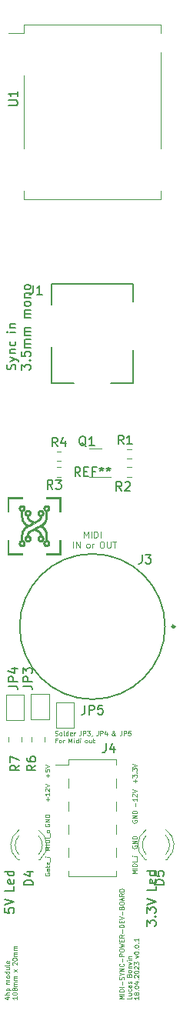
<source format=gbr>
%TF.GenerationSoftware,KiCad,Pcbnew,(7.0.0)*%
%TF.CreationDate,2023-04-30T16:43:56+02:00*%
%TF.ProjectId,midi-sync-module,6d696469-2d73-4796-9e63-2d6d6f64756c,rev?*%
%TF.SameCoordinates,Original*%
%TF.FileFunction,Legend,Top*%
%TF.FilePolarity,Positive*%
%FSLAX46Y46*%
G04 Gerber Fmt 4.6, Leading zero omitted, Abs format (unit mm)*
G04 Created by KiCad (PCBNEW (7.0.0)) date 2023-04-30 16:43:56*
%MOMM*%
%LPD*%
G01*
G04 APERTURE LIST*
%ADD10C,0.014750*%
%ADD11C,0.100000*%
%ADD12C,0.150000*%
%ADD13C,0.127000*%
%ADD14C,0.300000*%
%ADD15C,0.120000*%
%ADD16C,0.200000*%
G04 APERTURE END LIST*
D10*
G36*
X181541016Y-89874582D02*
G01*
X181381708Y-89874582D01*
X181381708Y-88423124D01*
X179930252Y-88423124D01*
X179930252Y-88263819D01*
X181541016Y-88263819D01*
X181541016Y-89874582D01*
G37*
X181541016Y-89874582D02*
X181381708Y-89874582D01*
X181381708Y-88423124D01*
X179930252Y-88423124D01*
X179930252Y-88263819D01*
X181541016Y-88263819D01*
X181541016Y-89874582D01*
G36*
X175800000Y-94400000D02*
G01*
X177251457Y-94400000D01*
X177251457Y-94559305D01*
X175640694Y-94559305D01*
X175640694Y-93753922D01*
X175640784Y-93753925D01*
X175640784Y-92948542D01*
X175800000Y-92948542D01*
X175800000Y-94400000D01*
G37*
X175800000Y-94400000D02*
X177251457Y-94400000D01*
X177251457Y-94559305D01*
X175640694Y-94559305D01*
X175640694Y-93753922D01*
X175640784Y-93753925D01*
X175640784Y-92948542D01*
X175800000Y-92948542D01*
X175800000Y-94400000D01*
G36*
X176900639Y-89493475D02*
G01*
X177059880Y-89493475D01*
X177061096Y-89509206D01*
X177063796Y-89524816D01*
X177068021Y-89540200D01*
X177073818Y-89555256D01*
X177081228Y-89569880D01*
X177090295Y-89583970D01*
X177101064Y-89597423D01*
X177113577Y-89610135D01*
X177127879Y-89622003D01*
X177144013Y-89632924D01*
X177162023Y-89642795D01*
X177170169Y-89646546D01*
X177178393Y-89649839D01*
X177186682Y-89652681D01*
X177195023Y-89655075D01*
X177203403Y-89657027D01*
X177211809Y-89658540D01*
X177220229Y-89659619D01*
X177228650Y-89660269D01*
X177237059Y-89660495D01*
X177245443Y-89660300D01*
X177253791Y-89659689D01*
X177262088Y-89658668D01*
X177270322Y-89657239D01*
X177278480Y-89655409D01*
X177286551Y-89653182D01*
X177294520Y-89650561D01*
X177302375Y-89647552D01*
X177310103Y-89644159D01*
X177317692Y-89640387D01*
X177325129Y-89636240D01*
X177332401Y-89631722D01*
X177339495Y-89626839D01*
X177346398Y-89621595D01*
X177353099Y-89615994D01*
X177359583Y-89610041D01*
X177365839Y-89603741D01*
X177371853Y-89597097D01*
X177377613Y-89590115D01*
X177383106Y-89582799D01*
X177388319Y-89575154D01*
X177393239Y-89567184D01*
X177397855Y-89558893D01*
X177401836Y-89550708D01*
X177405264Y-89542319D01*
X177408147Y-89533752D01*
X177410496Y-89525031D01*
X177412320Y-89516180D01*
X177413630Y-89507224D01*
X177414436Y-89498187D01*
X177414747Y-89489093D01*
X177414573Y-89479968D01*
X177413925Y-89470835D01*
X177412812Y-89461720D01*
X177411244Y-89452645D01*
X177409231Y-89443637D01*
X177406783Y-89434718D01*
X177403911Y-89425915D01*
X177400623Y-89417250D01*
X177396930Y-89408749D01*
X177392841Y-89400436D01*
X177388368Y-89392335D01*
X177383519Y-89384472D01*
X177378305Y-89376869D01*
X177372735Y-89369552D01*
X177366820Y-89362545D01*
X177360569Y-89355873D01*
X177353993Y-89349560D01*
X177347101Y-89343630D01*
X177339903Y-89338108D01*
X177332409Y-89333019D01*
X177324630Y-89328386D01*
X177316574Y-89324234D01*
X177308253Y-89320588D01*
X177299675Y-89317472D01*
X177279823Y-89311955D01*
X177260539Y-89308480D01*
X177241865Y-89306945D01*
X177223845Y-89307247D01*
X177206523Y-89309282D01*
X177189943Y-89312948D01*
X177174147Y-89318140D01*
X177159181Y-89324757D01*
X177145087Y-89332696D01*
X177131909Y-89341852D01*
X177119690Y-89352123D01*
X177108475Y-89363406D01*
X177098307Y-89375597D01*
X177089229Y-89388594D01*
X177081285Y-89402294D01*
X177074519Y-89416594D01*
X177068974Y-89431389D01*
X177064694Y-89446579D01*
X177061723Y-89462058D01*
X177060103Y-89477724D01*
X177059880Y-89493475D01*
X176900639Y-89493475D01*
X176900636Y-89493422D01*
X176901041Y-89467658D01*
X176903277Y-89441976D01*
X176907337Y-89416507D01*
X176913213Y-89391380D01*
X176920900Y-89366726D01*
X176930390Y-89342674D01*
X176941678Y-89319354D01*
X176954756Y-89296897D01*
X176969617Y-89275431D01*
X176986256Y-89255088D01*
X177004665Y-89235996D01*
X177024837Y-89218287D01*
X177046767Y-89202089D01*
X177070446Y-89187534D01*
X177095870Y-89174750D01*
X177123030Y-89163868D01*
X177151921Y-89155018D01*
X177151926Y-89155024D01*
X177178751Y-89149045D01*
X177205208Y-89145198D01*
X177231239Y-89143406D01*
X177256785Y-89143595D01*
X177281786Y-89145688D01*
X177306184Y-89149612D01*
X177329920Y-89155289D01*
X177352935Y-89162645D01*
X177375170Y-89171605D01*
X177396567Y-89182092D01*
X177417066Y-89194033D01*
X177436609Y-89207350D01*
X177455137Y-89221969D01*
X177472591Y-89237815D01*
X177488911Y-89254812D01*
X177504040Y-89272884D01*
X177517918Y-89291957D01*
X177530486Y-89311954D01*
X177541686Y-89332801D01*
X177551459Y-89354422D01*
X177559745Y-89376742D01*
X177566487Y-89399685D01*
X177571624Y-89423176D01*
X177575099Y-89447139D01*
X177576852Y-89471499D01*
X177576824Y-89496182D01*
X177574957Y-89521110D01*
X177571192Y-89546210D01*
X177565470Y-89571404D01*
X177557731Y-89596619D01*
X177547918Y-89621779D01*
X177535971Y-89646808D01*
X177528488Y-89660119D01*
X177520073Y-89673258D01*
X177510797Y-89686167D01*
X177500728Y-89698789D01*
X177489936Y-89711066D01*
X177478490Y-89722941D01*
X177466459Y-89734356D01*
X177453913Y-89745253D01*
X177440921Y-89755575D01*
X177427553Y-89765264D01*
X177413877Y-89774263D01*
X177399963Y-89782513D01*
X177385880Y-89789958D01*
X177371698Y-89796540D01*
X177357486Y-89802200D01*
X177343314Y-89806882D01*
X177319403Y-89813923D01*
X177317664Y-90078785D01*
X177317349Y-90206499D01*
X177318447Y-90312568D01*
X177319630Y-90358636D01*
X177321289Y-90400673D01*
X177323465Y-90439140D01*
X177326201Y-90474496D01*
X177329536Y-90507203D01*
X177333512Y-90537720D01*
X177338170Y-90566507D01*
X177343551Y-90594025D01*
X177349697Y-90620735D01*
X177356647Y-90647095D01*
X177364443Y-90673567D01*
X177373126Y-90700611D01*
X177389574Y-90746616D01*
X177407963Y-90791638D01*
X177428253Y-90835628D01*
X177450400Y-90878531D01*
X177474364Y-90920297D01*
X177500104Y-90960874D01*
X177527576Y-91000210D01*
X177556741Y-91038252D01*
X177587557Y-91074950D01*
X177619981Y-91110251D01*
X177653973Y-91144104D01*
X177689490Y-91176456D01*
X177726492Y-91207256D01*
X177764936Y-91236451D01*
X177804781Y-91263991D01*
X177845986Y-91289823D01*
X177896727Y-91320060D01*
X178022550Y-91255201D01*
X178275183Y-91124970D01*
X178324637Y-91099227D01*
X178346434Y-91087700D01*
X178365567Y-91077453D01*
X178381506Y-91068771D01*
X178393717Y-91061943D01*
X178401668Y-91057254D01*
X178403880Y-91055802D01*
X178404826Y-91054993D01*
X178404298Y-91054101D01*
X178402180Y-91052405D01*
X178393490Y-91046781D01*
X178379392Y-91038473D01*
X178360522Y-91027834D01*
X178311000Y-91000975D01*
X178250005Y-90969025D01*
X178188501Y-90937090D01*
X178162430Y-90923339D01*
X178139118Y-90910836D01*
X178118290Y-90899408D01*
X178099676Y-90888884D01*
X178083001Y-90879092D01*
X178067994Y-90869858D01*
X178054382Y-90861012D01*
X178041892Y-90852380D01*
X178030252Y-90843791D01*
X178019190Y-90835072D01*
X178008432Y-90826051D01*
X177997706Y-90816556D01*
X177986740Y-90806416D01*
X177975261Y-90795456D01*
X177955256Y-90775241D01*
X177936393Y-90754345D01*
X177918679Y-90732783D01*
X177902122Y-90710571D01*
X177886728Y-90687725D01*
X177872505Y-90664260D01*
X177859459Y-90640192D01*
X177847598Y-90615537D01*
X177836929Y-90590310D01*
X177827459Y-90564527D01*
X177819194Y-90538204D01*
X177812142Y-90511357D01*
X177806310Y-90484000D01*
X177801705Y-90456150D01*
X177798334Y-90427823D01*
X177796204Y-90399033D01*
X177792650Y-90330503D01*
X177761939Y-90320823D01*
X177743648Y-90314170D01*
X177725595Y-90305870D01*
X177707871Y-90296028D01*
X177690568Y-90284750D01*
X177673778Y-90272142D01*
X177657592Y-90258309D01*
X177642101Y-90243358D01*
X177627399Y-90227392D01*
X177613576Y-90210519D01*
X177600724Y-90192844D01*
X177588936Y-90174472D01*
X177578301Y-90155508D01*
X177568914Y-90136060D01*
X177560864Y-90116232D01*
X177554245Y-90096129D01*
X177549147Y-90075858D01*
X177543913Y-90045045D01*
X177541343Y-90014957D01*
X177541340Y-90011705D01*
X177702800Y-90011705D01*
X177704172Y-90026794D01*
X177706920Y-90041473D01*
X177710971Y-90055692D01*
X177716251Y-90069399D01*
X177722684Y-90082545D01*
X177730197Y-90095079D01*
X177738716Y-90106950D01*
X177748165Y-90118107D01*
X177758471Y-90128501D01*
X177769560Y-90138079D01*
X177781356Y-90146792D01*
X177793786Y-90154588D01*
X177806776Y-90161418D01*
X177820250Y-90167230D01*
X177834136Y-90171974D01*
X177848357Y-90175600D01*
X177862841Y-90178056D01*
X177877513Y-90179291D01*
X177892298Y-90179257D01*
X177907122Y-90177900D01*
X177921910Y-90175172D01*
X177936590Y-90171021D01*
X177951085Y-90165397D01*
X177965322Y-90158249D01*
X177979227Y-90149527D01*
X177992725Y-90139179D01*
X178005742Y-90127155D01*
X178013834Y-90118412D01*
X178021199Y-90109290D01*
X178027845Y-90099825D01*
X178033781Y-90090053D01*
X178039013Y-90080010D01*
X178043550Y-90069731D01*
X178047399Y-90059252D01*
X178050567Y-90048610D01*
X178053064Y-90037839D01*
X178054896Y-90026976D01*
X178056072Y-90016057D01*
X178056598Y-90005116D01*
X178056484Y-89994191D01*
X178055736Y-89983316D01*
X178054362Y-89972527D01*
X178052371Y-89961861D01*
X178049769Y-89951353D01*
X178046565Y-89941039D01*
X178042766Y-89930954D01*
X178038380Y-89921135D01*
X178033415Y-89911617D01*
X178027879Y-89902435D01*
X178021780Y-89893627D01*
X178015124Y-89885227D01*
X178007921Y-89877271D01*
X178000177Y-89869795D01*
X177991900Y-89862835D01*
X177983099Y-89856427D01*
X177973781Y-89850606D01*
X177963953Y-89845408D01*
X177953624Y-89840869D01*
X177942801Y-89837024D01*
X177942801Y-89837028D01*
X177933765Y-89834368D01*
X177924797Y-89832098D01*
X177915903Y-89830216D01*
X177907090Y-89828718D01*
X177898364Y-89827603D01*
X177889731Y-89826867D01*
X177881199Y-89826507D01*
X177872772Y-89826521D01*
X177864458Y-89826906D01*
X177856264Y-89827659D01*
X177848196Y-89828779D01*
X177840259Y-89830260D01*
X177832461Y-89832102D01*
X177824808Y-89834302D01*
X177817307Y-89836856D01*
X177809963Y-89839762D01*
X177802784Y-89843017D01*
X177795775Y-89846619D01*
X177788944Y-89850564D01*
X177782297Y-89854850D01*
X177775839Y-89859475D01*
X177769578Y-89864435D01*
X177763521Y-89869728D01*
X177757672Y-89875351D01*
X177752040Y-89881301D01*
X177746629Y-89887576D01*
X177741448Y-89894173D01*
X177736502Y-89901089D01*
X177731797Y-89908321D01*
X177727340Y-89915867D01*
X177723138Y-89923723D01*
X177719197Y-89931888D01*
X177712569Y-89948266D01*
X177707690Y-89964487D01*
X177704485Y-89980501D01*
X177702880Y-89996257D01*
X177702800Y-90011705D01*
X177541340Y-90011705D01*
X177541319Y-89985659D01*
X177543724Y-89957213D01*
X177548442Y-89929683D01*
X177555355Y-89903133D01*
X177564346Y-89877626D01*
X177575299Y-89853226D01*
X177588096Y-89829996D01*
X177602621Y-89807999D01*
X177618755Y-89787300D01*
X177636383Y-89767961D01*
X177655387Y-89750047D01*
X177675651Y-89733621D01*
X177697056Y-89718745D01*
X177719487Y-89705485D01*
X177742826Y-89693903D01*
X177766956Y-89684062D01*
X177791761Y-89676027D01*
X177817122Y-89669861D01*
X177842924Y-89665627D01*
X177869049Y-89663389D01*
X177895380Y-89663210D01*
X177921800Y-89665154D01*
X177948192Y-89669285D01*
X177974439Y-89675665D01*
X178000424Y-89684359D01*
X178026030Y-89695430D01*
X178051140Y-89708941D01*
X178075638Y-89724956D01*
X178099405Y-89743539D01*
X178122325Y-89764753D01*
X178138387Y-89782015D01*
X178152949Y-89799985D01*
X178166030Y-89818593D01*
X178177645Y-89837772D01*
X178187814Y-89857453D01*
X178196553Y-89877568D01*
X178203879Y-89898048D01*
X178209810Y-89918826D01*
X178214364Y-89939833D01*
X178217557Y-89961001D01*
X178219406Y-89982262D01*
X178219931Y-90003547D01*
X178219147Y-90024788D01*
X178217072Y-90045917D01*
X178213723Y-90066866D01*
X178209118Y-90087566D01*
X178203274Y-90107949D01*
X178196209Y-90127946D01*
X178187939Y-90147491D01*
X178178483Y-90166513D01*
X178167858Y-90184946D01*
X178156080Y-90202720D01*
X178143167Y-90219768D01*
X178129138Y-90236021D01*
X178114008Y-90251411D01*
X178097795Y-90265870D01*
X178080518Y-90279329D01*
X178062192Y-90291720D01*
X178042836Y-90302976D01*
X178022467Y-90313027D01*
X178001102Y-90321805D01*
X177978758Y-90329242D01*
X177973507Y-90330942D01*
X177968897Y-90332814D01*
X177964910Y-90334968D01*
X177961531Y-90337509D01*
X177960065Y-90338958D01*
X177958745Y-90340545D01*
X177957568Y-90342282D01*
X177956534Y-90344183D01*
X177954883Y-90348531D01*
X177953775Y-90353696D01*
X177953196Y-90359785D01*
X177953128Y-90366905D01*
X177953555Y-90375163D01*
X177954461Y-90384668D01*
X177955831Y-90395526D01*
X177957648Y-90407844D01*
X177962560Y-90437290D01*
X177969082Y-90471095D01*
X177976583Y-90502225D01*
X177985418Y-90531030D01*
X177995941Y-90557861D01*
X178008507Y-90583071D01*
X178023469Y-90607009D01*
X178041184Y-90630028D01*
X178062005Y-90652479D01*
X178086287Y-90674712D01*
X178114384Y-90697080D01*
X178146652Y-90719933D01*
X178183444Y-90743623D01*
X178225115Y-90768500D01*
X178272021Y-90794917D01*
X178324515Y-90823224D01*
X178382951Y-90853772D01*
X178590964Y-90961246D01*
X178798909Y-90853803D01*
X178871235Y-90816209D01*
X178929969Y-90785073D01*
X178954826Y-90771572D01*
X178976990Y-90759259D01*
X178996696Y-90747992D01*
X179014178Y-90737628D01*
X179029671Y-90728025D01*
X179043410Y-90719042D01*
X179055631Y-90710535D01*
X179066567Y-90702362D01*
X179076454Y-90694382D01*
X179085526Y-90686452D01*
X179094019Y-90678430D01*
X179102167Y-90670173D01*
X179111583Y-90659897D01*
X179120762Y-90649037D01*
X179129685Y-90637649D01*
X179138336Y-90625788D01*
X179154757Y-90600874D01*
X179169893Y-90574743D01*
X179183611Y-90547842D01*
X179195779Y-90520620D01*
X179206264Y-90493524D01*
X179214933Y-90467003D01*
X179221655Y-90441503D01*
X179226297Y-90417473D01*
X179227796Y-90406149D01*
X179228726Y-90395361D01*
X179229069Y-90385164D01*
X179228810Y-90375615D01*
X179227931Y-90366768D01*
X179226416Y-90358682D01*
X179224249Y-90351410D01*
X179221413Y-90345010D01*
X179217891Y-90339537D01*
X179213667Y-90335048D01*
X179208724Y-90331597D01*
X179203046Y-90329242D01*
X179180713Y-90321809D01*
X179159357Y-90313033D01*
X179138997Y-90302984D01*
X179119649Y-90291730D01*
X179101331Y-90279339D01*
X179084060Y-90265879D01*
X179067853Y-90251420D01*
X179052728Y-90236028D01*
X179038703Y-90219773D01*
X179025794Y-90202723D01*
X179014019Y-90184946D01*
X179003396Y-90166510D01*
X178993941Y-90147484D01*
X178985672Y-90127937D01*
X178978607Y-90107936D01*
X178972763Y-90087550D01*
X178968157Y-90066847D01*
X178964807Y-90045895D01*
X178962730Y-90024764D01*
X178962074Y-90007059D01*
X179122878Y-90007059D01*
X179123845Y-90021422D01*
X179126073Y-90035869D01*
X179129608Y-90050340D01*
X179134497Y-90064780D01*
X179140785Y-90079130D01*
X179148520Y-90093335D01*
X179157747Y-90107337D01*
X179164423Y-90116049D01*
X179171503Y-90124201D01*
X179178960Y-90131794D01*
X179186767Y-90138828D01*
X179194898Y-90145302D01*
X179203328Y-90151217D01*
X179212029Y-90156571D01*
X179220976Y-90161367D01*
X179230142Y-90165602D01*
X179239501Y-90169278D01*
X179249027Y-90172393D01*
X179258693Y-90174949D01*
X179268474Y-90176944D01*
X179278342Y-90178379D01*
X179288272Y-90179254D01*
X179298237Y-90179569D01*
X179308212Y-90179323D01*
X179318169Y-90178517D01*
X179328083Y-90177150D01*
X179337927Y-90175223D01*
X179347675Y-90172735D01*
X179357301Y-90169686D01*
X179366779Y-90166076D01*
X179376082Y-90161905D01*
X179385184Y-90157174D01*
X179394058Y-90151881D01*
X179402679Y-90146027D01*
X179411020Y-90139612D01*
X179419055Y-90132636D01*
X179426758Y-90125098D01*
X179434102Y-90116999D01*
X179441061Y-90108338D01*
X179447191Y-90099726D01*
X179452733Y-90090912D01*
X179457691Y-90081916D01*
X179462071Y-90072762D01*
X179465880Y-90063472D01*
X179469123Y-90054067D01*
X179471805Y-90044570D01*
X179473932Y-90035003D01*
X179475509Y-90025387D01*
X179476543Y-90015745D01*
X179477039Y-90006100D01*
X179477002Y-89996473D01*
X179476439Y-89986885D01*
X179475354Y-89977361D01*
X179473754Y-89967920D01*
X179471643Y-89958587D01*
X179469029Y-89949381D01*
X179465916Y-89940327D01*
X179462309Y-89931445D01*
X179458215Y-89922759D01*
X179453640Y-89914289D01*
X179448588Y-89906059D01*
X179443066Y-89898089D01*
X179437079Y-89890403D01*
X179430632Y-89883023D01*
X179423732Y-89875970D01*
X179416384Y-89869266D01*
X179408594Y-89862935D01*
X179400366Y-89856997D01*
X179391708Y-89851475D01*
X179382624Y-89846391D01*
X179373120Y-89841767D01*
X179373120Y-89841724D01*
X179357606Y-89835474D01*
X179342196Y-89830734D01*
X179326936Y-89827446D01*
X179311873Y-89825554D01*
X179297052Y-89825000D01*
X179282520Y-89825727D01*
X179268324Y-89827679D01*
X179254509Y-89830797D01*
X179241122Y-89835026D01*
X179228208Y-89840308D01*
X179215816Y-89846585D01*
X179203990Y-89853801D01*
X179192777Y-89861899D01*
X179182223Y-89870821D01*
X179172375Y-89880511D01*
X179163278Y-89890911D01*
X179154980Y-89901964D01*
X179147526Y-89913614D01*
X179140963Y-89925802D01*
X179135336Y-89938473D01*
X179130693Y-89951569D01*
X179127079Y-89965032D01*
X179124541Y-89978806D01*
X179123125Y-89992834D01*
X179122878Y-90007059D01*
X178962074Y-90007059D01*
X178961943Y-90003520D01*
X178962464Y-89982233D01*
X178964310Y-89960971D01*
X178967499Y-89939803D01*
X178972047Y-89918795D01*
X178977973Y-89898018D01*
X178985294Y-89877539D01*
X178994027Y-89857426D01*
X179004189Y-89837748D01*
X179015797Y-89818574D01*
X179028871Y-89799971D01*
X179043425Y-89782008D01*
X179059479Y-89764753D01*
X179082395Y-89743543D01*
X179106159Y-89724964D01*
X179130653Y-89708953D01*
X179155760Y-89695445D01*
X179181364Y-89684377D01*
X179207347Y-89675686D01*
X179233593Y-89669309D01*
X179259984Y-89665181D01*
X179286402Y-89663239D01*
X179312733Y-89663420D01*
X179338857Y-89665660D01*
X179364658Y-89669896D01*
X179390020Y-89676064D01*
X179414824Y-89684100D01*
X179438955Y-89693941D01*
X179462294Y-89705524D01*
X179484726Y-89718785D01*
X179506132Y-89733660D01*
X179526397Y-89750086D01*
X179545402Y-89768000D01*
X179563031Y-89787337D01*
X179579167Y-89808035D01*
X179593693Y-89830029D01*
X179606491Y-89853257D01*
X179617446Y-89877655D01*
X179626439Y-89903159D01*
X179633353Y-89929706D01*
X179638072Y-89957232D01*
X179640479Y-89985674D01*
X179640457Y-90014968D01*
X179637888Y-90045050D01*
X179632655Y-90075858D01*
X179630295Y-90086045D01*
X179627543Y-90096199D01*
X179620912Y-90116354D01*
X179612852Y-90136219D01*
X179603453Y-90155691D01*
X179592805Y-90174667D01*
X179580999Y-90193043D01*
X179568124Y-90210716D01*
X179554270Y-90227583D01*
X179539527Y-90243540D01*
X179523986Y-90258484D01*
X179507736Y-90272312D01*
X179490868Y-90284919D01*
X179473471Y-90296204D01*
X179455635Y-90306062D01*
X179446581Y-90310424D01*
X179437452Y-90314390D01*
X179428257Y-90317948D01*
X179419009Y-90321085D01*
X179387427Y-90331046D01*
X179387427Y-90373188D01*
X179386728Y-90400782D01*
X179384648Y-90428328D01*
X179381209Y-90455774D01*
X179376431Y-90483063D01*
X179370339Y-90510141D01*
X179362953Y-90536955D01*
X179354296Y-90563448D01*
X179344390Y-90589566D01*
X179333258Y-90615255D01*
X179320921Y-90640461D01*
X179307401Y-90665128D01*
X179292721Y-90689202D01*
X179276903Y-90712629D01*
X179259969Y-90735353D01*
X179241941Y-90757320D01*
X179222841Y-90778476D01*
X179198160Y-90803525D01*
X179172844Y-90826134D01*
X179158824Y-90837212D01*
X179143296Y-90848507D01*
X179105922Y-90872852D01*
X179057126Y-90901373D01*
X178993313Y-90936277D01*
X178910888Y-90979770D01*
X178806255Y-91034058D01*
X178213958Y-91340182D01*
X178037556Y-91431768D01*
X177972795Y-91465645D01*
X177921184Y-91492894D01*
X177880868Y-91514500D01*
X177849990Y-91531451D01*
X177826693Y-91544733D01*
X177809122Y-91555333D01*
X177795420Y-91564237D01*
X177783730Y-91572432D01*
X177758963Y-91590641D01*
X177726236Y-91615476D01*
X177694488Y-91641635D01*
X177663759Y-91669060D01*
X177634089Y-91697698D01*
X177605518Y-91727493D01*
X177578088Y-91758390D01*
X177551837Y-91790334D01*
X177526807Y-91823270D01*
X177503038Y-91857141D01*
X177480570Y-91891895D01*
X177459444Y-91927474D01*
X177439699Y-91963825D01*
X177421377Y-92000892D01*
X177404517Y-92038619D01*
X177389159Y-92076952D01*
X177375345Y-92115836D01*
X177358264Y-92170523D01*
X177344764Y-92223223D01*
X177339232Y-92250147D01*
X177334445Y-92278159D01*
X177326902Y-92339556D01*
X177321735Y-92411639D01*
X177318541Y-92498633D01*
X177316917Y-92604763D01*
X177316461Y-92734253D01*
X177316446Y-93006681D01*
X177338571Y-93013761D01*
X177371816Y-93026046D01*
X177402422Y-93040675D01*
X177430418Y-93057469D01*
X177455832Y-93076248D01*
X177478692Y-93096834D01*
X177499026Y-93119046D01*
X177516864Y-93142707D01*
X177532232Y-93167635D01*
X177545160Y-93193652D01*
X177555674Y-93220579D01*
X177563805Y-93248237D01*
X177569579Y-93276445D01*
X177573025Y-93305026D01*
X177574171Y-93333798D01*
X177573046Y-93362584D01*
X177569678Y-93391204D01*
X177564094Y-93419479D01*
X177556323Y-93447229D01*
X177546394Y-93474274D01*
X177534334Y-93500437D01*
X177520172Y-93525536D01*
X177503936Y-93549394D01*
X177485654Y-93571831D01*
X177465355Y-93592667D01*
X177443066Y-93611724D01*
X177418815Y-93628821D01*
X177392632Y-93643780D01*
X177364545Y-93656421D01*
X177334580Y-93666565D01*
X177302767Y-93674032D01*
X177269135Y-93678645D01*
X177233710Y-93680222D01*
X177199718Y-93678678D01*
X177167400Y-93674161D01*
X177136785Y-93666845D01*
X177107903Y-93656906D01*
X177080783Y-93644515D01*
X177055454Y-93629849D01*
X177031947Y-93613081D01*
X177010290Y-93594384D01*
X176990512Y-93573933D01*
X176972644Y-93551902D01*
X176956715Y-93528466D01*
X176942753Y-93503797D01*
X176930789Y-93478071D01*
X176920852Y-93451461D01*
X176912971Y-93424141D01*
X176907176Y-93396286D01*
X176903496Y-93368070D01*
X176902058Y-93341462D01*
X177060819Y-93341462D01*
X177061334Y-93355708D01*
X177063076Y-93369969D01*
X177066087Y-93384178D01*
X177070407Y-93398269D01*
X177076078Y-93412175D01*
X177083140Y-93425830D01*
X177091634Y-93439167D01*
X177101602Y-93452120D01*
X177113083Y-93464621D01*
X177125542Y-93476073D01*
X177138441Y-93486025D01*
X177151717Y-93494518D01*
X177165303Y-93501591D01*
X177179136Y-93507284D01*
X177193148Y-93511636D01*
X177207276Y-93514688D01*
X177221454Y-93516480D01*
X177235617Y-93517051D01*
X177249700Y-93516441D01*
X177263638Y-93514689D01*
X177277365Y-93511837D01*
X177290816Y-93507923D01*
X177303926Y-93502987D01*
X177316631Y-93497069D01*
X177328864Y-93490209D01*
X177340561Y-93482447D01*
X177351657Y-93473823D01*
X177362085Y-93464376D01*
X177371782Y-93454146D01*
X177380682Y-93443173D01*
X177388720Y-93431498D01*
X177395831Y-93419158D01*
X177401949Y-93406195D01*
X177407009Y-93392649D01*
X177410946Y-93378558D01*
X177413696Y-93363964D01*
X177415192Y-93348905D01*
X177415370Y-93333422D01*
X177414165Y-93317554D01*
X177411511Y-93301342D01*
X177407343Y-93284824D01*
X177405996Y-93280667D01*
X177404412Y-93276453D01*
X177400566Y-93267891D01*
X177395882Y-93259216D01*
X177390436Y-93250503D01*
X177384306Y-93241830D01*
X177377568Y-93233273D01*
X177370298Y-93224910D01*
X177362575Y-93216817D01*
X177354473Y-93209070D01*
X177346072Y-93201747D01*
X177337446Y-93194925D01*
X177328673Y-93188680D01*
X177319829Y-93183089D01*
X177310992Y-93178229D01*
X177302239Y-93174177D01*
X177293645Y-93171009D01*
X177293645Y-93171012D01*
X177277223Y-93166543D01*
X177261087Y-93163621D01*
X177245278Y-93162178D01*
X177229837Y-93162147D01*
X177214805Y-93163463D01*
X177200223Y-93166059D01*
X177186131Y-93169867D01*
X177172572Y-93174822D01*
X177159585Y-93180857D01*
X177147211Y-93187905D01*
X177135493Y-93195900D01*
X177124469Y-93204776D01*
X177114182Y-93214464D01*
X177104672Y-93224901D01*
X177095981Y-93236017D01*
X177088149Y-93247748D01*
X177081217Y-93260026D01*
X177075226Y-93272784D01*
X177070217Y-93285958D01*
X177066230Y-93299478D01*
X177063308Y-93313280D01*
X177061491Y-93327297D01*
X177060819Y-93341462D01*
X176902058Y-93341462D01*
X176901961Y-93339666D01*
X176902599Y-93311248D01*
X176905441Y-93282991D01*
X176910515Y-93255070D01*
X176917852Y-93227656D01*
X176927480Y-93200926D01*
X176939429Y-93175053D01*
X176953728Y-93150211D01*
X176970408Y-93126574D01*
X176989496Y-93104317D01*
X177011024Y-93083612D01*
X177035019Y-93064635D01*
X177061512Y-93047560D01*
X177090531Y-93032560D01*
X177122107Y-93019809D01*
X177154190Y-93008509D01*
X177157524Y-92664362D01*
X177158840Y-92542421D01*
X177160394Y-92446963D01*
X177161376Y-92407578D01*
X177162557Y-92372909D01*
X177163984Y-92342320D01*
X177165703Y-92315177D01*
X177167761Y-92290844D01*
X177170204Y-92268687D01*
X177173079Y-92248070D01*
X177176433Y-92228358D01*
X177180312Y-92208917D01*
X177184763Y-92189111D01*
X177195566Y-92145865D01*
X177210375Y-92093723D01*
X177227588Y-92042207D01*
X177247131Y-91991423D01*
X177268931Y-91941478D01*
X177292912Y-91892480D01*
X177319002Y-91844533D01*
X177347126Y-91797746D01*
X177377211Y-91752225D01*
X177409182Y-91708076D01*
X177442967Y-91665407D01*
X177478490Y-91624324D01*
X177515679Y-91584934D01*
X177554459Y-91547343D01*
X177594756Y-91511659D01*
X177636496Y-91477988D01*
X177679607Y-91446436D01*
X177696847Y-91434434D01*
X177703624Y-91429545D01*
X177709175Y-91425244D01*
X177711492Y-91423278D01*
X177713503Y-91421417D01*
X177715210Y-91419647D01*
X177716611Y-91417951D01*
X177717708Y-91416318D01*
X177718501Y-91414731D01*
X177718990Y-91413178D01*
X177719176Y-91411643D01*
X177719058Y-91410113D01*
X177718638Y-91408573D01*
X177717915Y-91407008D01*
X177716889Y-91405406D01*
X177715562Y-91403750D01*
X177713933Y-91402028D01*
X177712003Y-91400224D01*
X177709772Y-91398325D01*
X177704408Y-91394183D01*
X177697844Y-91389487D01*
X177681126Y-91377979D01*
X177638274Y-91346901D01*
X177596688Y-91313551D01*
X177556456Y-91278051D01*
X177517663Y-91240527D01*
X177480394Y-91201100D01*
X177444735Y-91159896D01*
X177410772Y-91117038D01*
X177378591Y-91072649D01*
X177348277Y-91026854D01*
X177319917Y-90979776D01*
X177293595Y-90931539D01*
X177269397Y-90882267D01*
X177247410Y-90832083D01*
X177227719Y-90781111D01*
X177210410Y-90729475D01*
X177195568Y-90677298D01*
X177184764Y-90634048D01*
X177176435Y-90594798D01*
X177170205Y-90554465D01*
X177165704Y-90507964D01*
X177162558Y-90450211D01*
X177160395Y-90376122D01*
X177157526Y-90158594D01*
X177154192Y-89814255D01*
X177118732Y-89801417D01*
X177090882Y-89790009D01*
X177064962Y-89776734D01*
X177040966Y-89761723D01*
X177018887Y-89745105D01*
X176998718Y-89727010D01*
X176980454Y-89707569D01*
X176964086Y-89686910D01*
X176949608Y-89665164D01*
X176937014Y-89642461D01*
X176926298Y-89618931D01*
X176917451Y-89594704D01*
X176910469Y-89569909D01*
X176905343Y-89544677D01*
X176902068Y-89519138D01*
X176900639Y-89493475D01*
G37*
X176900639Y-89493475D02*
X177059880Y-89493475D01*
X177061096Y-89509206D01*
X177063796Y-89524816D01*
X177068021Y-89540200D01*
X177073818Y-89555256D01*
X177081228Y-89569880D01*
X177090295Y-89583970D01*
X177101064Y-89597423D01*
X177113577Y-89610135D01*
X177127879Y-89622003D01*
X177144013Y-89632924D01*
X177162023Y-89642795D01*
X177170169Y-89646546D01*
X177178393Y-89649839D01*
X177186682Y-89652681D01*
X177195023Y-89655075D01*
X177203403Y-89657027D01*
X177211809Y-89658540D01*
X177220229Y-89659619D01*
X177228650Y-89660269D01*
X177237059Y-89660495D01*
X177245443Y-89660300D01*
X177253791Y-89659689D01*
X177262088Y-89658668D01*
X177270322Y-89657239D01*
X177278480Y-89655409D01*
X177286551Y-89653182D01*
X177294520Y-89650561D01*
X177302375Y-89647552D01*
X177310103Y-89644159D01*
X177317692Y-89640387D01*
X177325129Y-89636240D01*
X177332401Y-89631722D01*
X177339495Y-89626839D01*
X177346398Y-89621595D01*
X177353099Y-89615994D01*
X177359583Y-89610041D01*
X177365839Y-89603741D01*
X177371853Y-89597097D01*
X177377613Y-89590115D01*
X177383106Y-89582799D01*
X177388319Y-89575154D01*
X177393239Y-89567184D01*
X177397855Y-89558893D01*
X177401836Y-89550708D01*
X177405264Y-89542319D01*
X177408147Y-89533752D01*
X177410496Y-89525031D01*
X177412320Y-89516180D01*
X177413630Y-89507224D01*
X177414436Y-89498187D01*
X177414747Y-89489093D01*
X177414573Y-89479968D01*
X177413925Y-89470835D01*
X177412812Y-89461720D01*
X177411244Y-89452645D01*
X177409231Y-89443637D01*
X177406783Y-89434718D01*
X177403911Y-89425915D01*
X177400623Y-89417250D01*
X177396930Y-89408749D01*
X177392841Y-89400436D01*
X177388368Y-89392335D01*
X177383519Y-89384472D01*
X177378305Y-89376869D01*
X177372735Y-89369552D01*
X177366820Y-89362545D01*
X177360569Y-89355873D01*
X177353993Y-89349560D01*
X177347101Y-89343630D01*
X177339903Y-89338108D01*
X177332409Y-89333019D01*
X177324630Y-89328386D01*
X177316574Y-89324234D01*
X177308253Y-89320588D01*
X177299675Y-89317472D01*
X177279823Y-89311955D01*
X177260539Y-89308480D01*
X177241865Y-89306945D01*
X177223845Y-89307247D01*
X177206523Y-89309282D01*
X177189943Y-89312948D01*
X177174147Y-89318140D01*
X177159181Y-89324757D01*
X177145087Y-89332696D01*
X177131909Y-89341852D01*
X177119690Y-89352123D01*
X177108475Y-89363406D01*
X177098307Y-89375597D01*
X177089229Y-89388594D01*
X177081285Y-89402294D01*
X177074519Y-89416594D01*
X177068974Y-89431389D01*
X177064694Y-89446579D01*
X177061723Y-89462058D01*
X177060103Y-89477724D01*
X177059880Y-89493475D01*
X176900639Y-89493475D01*
X176900636Y-89493422D01*
X176901041Y-89467658D01*
X176903277Y-89441976D01*
X176907337Y-89416507D01*
X176913213Y-89391380D01*
X176920900Y-89366726D01*
X176930390Y-89342674D01*
X176941678Y-89319354D01*
X176954756Y-89296897D01*
X176969617Y-89275431D01*
X176986256Y-89255088D01*
X177004665Y-89235996D01*
X177024837Y-89218287D01*
X177046767Y-89202089D01*
X177070446Y-89187534D01*
X177095870Y-89174750D01*
X177123030Y-89163868D01*
X177151921Y-89155018D01*
X177151926Y-89155024D01*
X177178751Y-89149045D01*
X177205208Y-89145198D01*
X177231239Y-89143406D01*
X177256785Y-89143595D01*
X177281786Y-89145688D01*
X177306184Y-89149612D01*
X177329920Y-89155289D01*
X177352935Y-89162645D01*
X177375170Y-89171605D01*
X177396567Y-89182092D01*
X177417066Y-89194033D01*
X177436609Y-89207350D01*
X177455137Y-89221969D01*
X177472591Y-89237815D01*
X177488911Y-89254812D01*
X177504040Y-89272884D01*
X177517918Y-89291957D01*
X177530486Y-89311954D01*
X177541686Y-89332801D01*
X177551459Y-89354422D01*
X177559745Y-89376742D01*
X177566487Y-89399685D01*
X177571624Y-89423176D01*
X177575099Y-89447139D01*
X177576852Y-89471499D01*
X177576824Y-89496182D01*
X177574957Y-89521110D01*
X177571192Y-89546210D01*
X177565470Y-89571404D01*
X177557731Y-89596619D01*
X177547918Y-89621779D01*
X177535971Y-89646808D01*
X177528488Y-89660119D01*
X177520073Y-89673258D01*
X177510797Y-89686167D01*
X177500728Y-89698789D01*
X177489936Y-89711066D01*
X177478490Y-89722941D01*
X177466459Y-89734356D01*
X177453913Y-89745253D01*
X177440921Y-89755575D01*
X177427553Y-89765264D01*
X177413877Y-89774263D01*
X177399963Y-89782513D01*
X177385880Y-89789958D01*
X177371698Y-89796540D01*
X177357486Y-89802200D01*
X177343314Y-89806882D01*
X177319403Y-89813923D01*
X177317664Y-90078785D01*
X177317349Y-90206499D01*
X177318447Y-90312568D01*
X177319630Y-90358636D01*
X177321289Y-90400673D01*
X177323465Y-90439140D01*
X177326201Y-90474496D01*
X177329536Y-90507203D01*
X177333512Y-90537720D01*
X177338170Y-90566507D01*
X177343551Y-90594025D01*
X177349697Y-90620735D01*
X177356647Y-90647095D01*
X177364443Y-90673567D01*
X177373126Y-90700611D01*
X177389574Y-90746616D01*
X177407963Y-90791638D01*
X177428253Y-90835628D01*
X177450400Y-90878531D01*
X177474364Y-90920297D01*
X177500104Y-90960874D01*
X177527576Y-91000210D01*
X177556741Y-91038252D01*
X177587557Y-91074950D01*
X177619981Y-91110251D01*
X177653973Y-91144104D01*
X177689490Y-91176456D01*
X177726492Y-91207256D01*
X177764936Y-91236451D01*
X177804781Y-91263991D01*
X177845986Y-91289823D01*
X177896727Y-91320060D01*
X178022550Y-91255201D01*
X178275183Y-91124970D01*
X178324637Y-91099227D01*
X178346434Y-91087700D01*
X178365567Y-91077453D01*
X178381506Y-91068771D01*
X178393717Y-91061943D01*
X178401668Y-91057254D01*
X178403880Y-91055802D01*
X178404826Y-91054993D01*
X178404298Y-91054101D01*
X178402180Y-91052405D01*
X178393490Y-91046781D01*
X178379392Y-91038473D01*
X178360522Y-91027834D01*
X178311000Y-91000975D01*
X178250005Y-90969025D01*
X178188501Y-90937090D01*
X178162430Y-90923339D01*
X178139118Y-90910836D01*
X178118290Y-90899408D01*
X178099676Y-90888884D01*
X178083001Y-90879092D01*
X178067994Y-90869858D01*
X178054382Y-90861012D01*
X178041892Y-90852380D01*
X178030252Y-90843791D01*
X178019190Y-90835072D01*
X178008432Y-90826051D01*
X177997706Y-90816556D01*
X177986740Y-90806416D01*
X177975261Y-90795456D01*
X177955256Y-90775241D01*
X177936393Y-90754345D01*
X177918679Y-90732783D01*
X177902122Y-90710571D01*
X177886728Y-90687725D01*
X177872505Y-90664260D01*
X177859459Y-90640192D01*
X177847598Y-90615537D01*
X177836929Y-90590310D01*
X177827459Y-90564527D01*
X177819194Y-90538204D01*
X177812142Y-90511357D01*
X177806310Y-90484000D01*
X177801705Y-90456150D01*
X177798334Y-90427823D01*
X177796204Y-90399033D01*
X177792650Y-90330503D01*
X177761939Y-90320823D01*
X177743648Y-90314170D01*
X177725595Y-90305870D01*
X177707871Y-90296028D01*
X177690568Y-90284750D01*
X177673778Y-90272142D01*
X177657592Y-90258309D01*
X177642101Y-90243358D01*
X177627399Y-90227392D01*
X177613576Y-90210519D01*
X177600724Y-90192844D01*
X177588936Y-90174472D01*
X177578301Y-90155508D01*
X177568914Y-90136060D01*
X177560864Y-90116232D01*
X177554245Y-90096129D01*
X177549147Y-90075858D01*
X177543913Y-90045045D01*
X177541343Y-90014957D01*
X177541340Y-90011705D01*
X177702800Y-90011705D01*
X177704172Y-90026794D01*
X177706920Y-90041473D01*
X177710971Y-90055692D01*
X177716251Y-90069399D01*
X177722684Y-90082545D01*
X177730197Y-90095079D01*
X177738716Y-90106950D01*
X177748165Y-90118107D01*
X177758471Y-90128501D01*
X177769560Y-90138079D01*
X177781356Y-90146792D01*
X177793786Y-90154588D01*
X177806776Y-90161418D01*
X177820250Y-90167230D01*
X177834136Y-90171974D01*
X177848357Y-90175600D01*
X177862841Y-90178056D01*
X177877513Y-90179291D01*
X177892298Y-90179257D01*
X177907122Y-90177900D01*
X177921910Y-90175172D01*
X177936590Y-90171021D01*
X177951085Y-90165397D01*
X177965322Y-90158249D01*
X177979227Y-90149527D01*
X177992725Y-90139179D01*
X178005742Y-90127155D01*
X178013834Y-90118412D01*
X178021199Y-90109290D01*
X178027845Y-90099825D01*
X178033781Y-90090053D01*
X178039013Y-90080010D01*
X178043550Y-90069731D01*
X178047399Y-90059252D01*
X178050567Y-90048610D01*
X178053064Y-90037839D01*
X178054896Y-90026976D01*
X178056072Y-90016057D01*
X178056598Y-90005116D01*
X178056484Y-89994191D01*
X178055736Y-89983316D01*
X178054362Y-89972527D01*
X178052371Y-89961861D01*
X178049769Y-89951353D01*
X178046565Y-89941039D01*
X178042766Y-89930954D01*
X178038380Y-89921135D01*
X178033415Y-89911617D01*
X178027879Y-89902435D01*
X178021780Y-89893627D01*
X178015124Y-89885227D01*
X178007921Y-89877271D01*
X178000177Y-89869795D01*
X177991900Y-89862835D01*
X177983099Y-89856427D01*
X177973781Y-89850606D01*
X177963953Y-89845408D01*
X177953624Y-89840869D01*
X177942801Y-89837024D01*
X177942801Y-89837028D01*
X177933765Y-89834368D01*
X177924797Y-89832098D01*
X177915903Y-89830216D01*
X177907090Y-89828718D01*
X177898364Y-89827603D01*
X177889731Y-89826867D01*
X177881199Y-89826507D01*
X177872772Y-89826521D01*
X177864458Y-89826906D01*
X177856264Y-89827659D01*
X177848196Y-89828779D01*
X177840259Y-89830260D01*
X177832461Y-89832102D01*
X177824808Y-89834302D01*
X177817307Y-89836856D01*
X177809963Y-89839762D01*
X177802784Y-89843017D01*
X177795775Y-89846619D01*
X177788944Y-89850564D01*
X177782297Y-89854850D01*
X177775839Y-89859475D01*
X177769578Y-89864435D01*
X177763521Y-89869728D01*
X177757672Y-89875351D01*
X177752040Y-89881301D01*
X177746629Y-89887576D01*
X177741448Y-89894173D01*
X177736502Y-89901089D01*
X177731797Y-89908321D01*
X177727340Y-89915867D01*
X177723138Y-89923723D01*
X177719197Y-89931888D01*
X177712569Y-89948266D01*
X177707690Y-89964487D01*
X177704485Y-89980501D01*
X177702880Y-89996257D01*
X177702800Y-90011705D01*
X177541340Y-90011705D01*
X177541319Y-89985659D01*
X177543724Y-89957213D01*
X177548442Y-89929683D01*
X177555355Y-89903133D01*
X177564346Y-89877626D01*
X177575299Y-89853226D01*
X177588096Y-89829996D01*
X177602621Y-89807999D01*
X177618755Y-89787300D01*
X177636383Y-89767961D01*
X177655387Y-89750047D01*
X177675651Y-89733621D01*
X177697056Y-89718745D01*
X177719487Y-89705485D01*
X177742826Y-89693903D01*
X177766956Y-89684062D01*
X177791761Y-89676027D01*
X177817122Y-89669861D01*
X177842924Y-89665627D01*
X177869049Y-89663389D01*
X177895380Y-89663210D01*
X177921800Y-89665154D01*
X177948192Y-89669285D01*
X177974439Y-89675665D01*
X178000424Y-89684359D01*
X178026030Y-89695430D01*
X178051140Y-89708941D01*
X178075638Y-89724956D01*
X178099405Y-89743539D01*
X178122325Y-89764753D01*
X178138387Y-89782015D01*
X178152949Y-89799985D01*
X178166030Y-89818593D01*
X178177645Y-89837772D01*
X178187814Y-89857453D01*
X178196553Y-89877568D01*
X178203879Y-89898048D01*
X178209810Y-89918826D01*
X178214364Y-89939833D01*
X178217557Y-89961001D01*
X178219406Y-89982262D01*
X178219931Y-90003547D01*
X178219147Y-90024788D01*
X178217072Y-90045917D01*
X178213723Y-90066866D01*
X178209118Y-90087566D01*
X178203274Y-90107949D01*
X178196209Y-90127946D01*
X178187939Y-90147491D01*
X178178483Y-90166513D01*
X178167858Y-90184946D01*
X178156080Y-90202720D01*
X178143167Y-90219768D01*
X178129138Y-90236021D01*
X178114008Y-90251411D01*
X178097795Y-90265870D01*
X178080518Y-90279329D01*
X178062192Y-90291720D01*
X178042836Y-90302976D01*
X178022467Y-90313027D01*
X178001102Y-90321805D01*
X177978758Y-90329242D01*
X177973507Y-90330942D01*
X177968897Y-90332814D01*
X177964910Y-90334968D01*
X177961531Y-90337509D01*
X177960065Y-90338958D01*
X177958745Y-90340545D01*
X177957568Y-90342282D01*
X177956534Y-90344183D01*
X177954883Y-90348531D01*
X177953775Y-90353696D01*
X177953196Y-90359785D01*
X177953128Y-90366905D01*
X177953555Y-90375163D01*
X177954461Y-90384668D01*
X177955831Y-90395526D01*
X177957648Y-90407844D01*
X177962560Y-90437290D01*
X177969082Y-90471095D01*
X177976583Y-90502225D01*
X177985418Y-90531030D01*
X177995941Y-90557861D01*
X178008507Y-90583071D01*
X178023469Y-90607009D01*
X178041184Y-90630028D01*
X178062005Y-90652479D01*
X178086287Y-90674712D01*
X178114384Y-90697080D01*
X178146652Y-90719933D01*
X178183444Y-90743623D01*
X178225115Y-90768500D01*
X178272021Y-90794917D01*
X178324515Y-90823224D01*
X178382951Y-90853772D01*
X178590964Y-90961246D01*
X178798909Y-90853803D01*
X178871235Y-90816209D01*
X178929969Y-90785073D01*
X178954826Y-90771572D01*
X178976990Y-90759259D01*
X178996696Y-90747992D01*
X179014178Y-90737628D01*
X179029671Y-90728025D01*
X179043410Y-90719042D01*
X179055631Y-90710535D01*
X179066567Y-90702362D01*
X179076454Y-90694382D01*
X179085526Y-90686452D01*
X179094019Y-90678430D01*
X179102167Y-90670173D01*
X179111583Y-90659897D01*
X179120762Y-90649037D01*
X179129685Y-90637649D01*
X179138336Y-90625788D01*
X179154757Y-90600874D01*
X179169893Y-90574743D01*
X179183611Y-90547842D01*
X179195779Y-90520620D01*
X179206264Y-90493524D01*
X179214933Y-90467003D01*
X179221655Y-90441503D01*
X179226297Y-90417473D01*
X179227796Y-90406149D01*
X179228726Y-90395361D01*
X179229069Y-90385164D01*
X179228810Y-90375615D01*
X179227931Y-90366768D01*
X179226416Y-90358682D01*
X179224249Y-90351410D01*
X179221413Y-90345010D01*
X179217891Y-90339537D01*
X179213667Y-90335048D01*
X179208724Y-90331597D01*
X179203046Y-90329242D01*
X179180713Y-90321809D01*
X179159357Y-90313033D01*
X179138997Y-90302984D01*
X179119649Y-90291730D01*
X179101331Y-90279339D01*
X179084060Y-90265879D01*
X179067853Y-90251420D01*
X179052728Y-90236028D01*
X179038703Y-90219773D01*
X179025794Y-90202723D01*
X179014019Y-90184946D01*
X179003396Y-90166510D01*
X178993941Y-90147484D01*
X178985672Y-90127937D01*
X178978607Y-90107936D01*
X178972763Y-90087550D01*
X178968157Y-90066847D01*
X178964807Y-90045895D01*
X178962730Y-90024764D01*
X178962074Y-90007059D01*
X179122878Y-90007059D01*
X179123845Y-90021422D01*
X179126073Y-90035869D01*
X179129608Y-90050340D01*
X179134497Y-90064780D01*
X179140785Y-90079130D01*
X179148520Y-90093335D01*
X179157747Y-90107337D01*
X179164423Y-90116049D01*
X179171503Y-90124201D01*
X179178960Y-90131794D01*
X179186767Y-90138828D01*
X179194898Y-90145302D01*
X179203328Y-90151217D01*
X179212029Y-90156571D01*
X179220976Y-90161367D01*
X179230142Y-90165602D01*
X179239501Y-90169278D01*
X179249027Y-90172393D01*
X179258693Y-90174949D01*
X179268474Y-90176944D01*
X179278342Y-90178379D01*
X179288272Y-90179254D01*
X179298237Y-90179569D01*
X179308212Y-90179323D01*
X179318169Y-90178517D01*
X179328083Y-90177150D01*
X179337927Y-90175223D01*
X179347675Y-90172735D01*
X179357301Y-90169686D01*
X179366779Y-90166076D01*
X179376082Y-90161905D01*
X179385184Y-90157174D01*
X179394058Y-90151881D01*
X179402679Y-90146027D01*
X179411020Y-90139612D01*
X179419055Y-90132636D01*
X179426758Y-90125098D01*
X179434102Y-90116999D01*
X179441061Y-90108338D01*
X179447191Y-90099726D01*
X179452733Y-90090912D01*
X179457691Y-90081916D01*
X179462071Y-90072762D01*
X179465880Y-90063472D01*
X179469123Y-90054067D01*
X179471805Y-90044570D01*
X179473932Y-90035003D01*
X179475509Y-90025387D01*
X179476543Y-90015745D01*
X179477039Y-90006100D01*
X179477002Y-89996473D01*
X179476439Y-89986885D01*
X179475354Y-89977361D01*
X179473754Y-89967920D01*
X179471643Y-89958587D01*
X179469029Y-89949381D01*
X179465916Y-89940327D01*
X179462309Y-89931445D01*
X179458215Y-89922759D01*
X179453640Y-89914289D01*
X179448588Y-89906059D01*
X179443066Y-89898089D01*
X179437079Y-89890403D01*
X179430632Y-89883023D01*
X179423732Y-89875970D01*
X179416384Y-89869266D01*
X179408594Y-89862935D01*
X179400366Y-89856997D01*
X179391708Y-89851475D01*
X179382624Y-89846391D01*
X179373120Y-89841767D01*
X179373120Y-89841724D01*
X179357606Y-89835474D01*
X179342196Y-89830734D01*
X179326936Y-89827446D01*
X179311873Y-89825554D01*
X179297052Y-89825000D01*
X179282520Y-89825727D01*
X179268324Y-89827679D01*
X179254509Y-89830797D01*
X179241122Y-89835026D01*
X179228208Y-89840308D01*
X179215816Y-89846585D01*
X179203990Y-89853801D01*
X179192777Y-89861899D01*
X179182223Y-89870821D01*
X179172375Y-89880511D01*
X179163278Y-89890911D01*
X179154980Y-89901964D01*
X179147526Y-89913614D01*
X179140963Y-89925802D01*
X179135336Y-89938473D01*
X179130693Y-89951569D01*
X179127079Y-89965032D01*
X179124541Y-89978806D01*
X179123125Y-89992834D01*
X179122878Y-90007059D01*
X178962074Y-90007059D01*
X178961943Y-90003520D01*
X178962464Y-89982233D01*
X178964310Y-89960971D01*
X178967499Y-89939803D01*
X178972047Y-89918795D01*
X178977973Y-89898018D01*
X178985294Y-89877539D01*
X178994027Y-89857426D01*
X179004189Y-89837748D01*
X179015797Y-89818574D01*
X179028871Y-89799971D01*
X179043425Y-89782008D01*
X179059479Y-89764753D01*
X179082395Y-89743543D01*
X179106159Y-89724964D01*
X179130653Y-89708953D01*
X179155760Y-89695445D01*
X179181364Y-89684377D01*
X179207347Y-89675686D01*
X179233593Y-89669309D01*
X179259984Y-89665181D01*
X179286402Y-89663239D01*
X179312733Y-89663420D01*
X179338857Y-89665660D01*
X179364658Y-89669896D01*
X179390020Y-89676064D01*
X179414824Y-89684100D01*
X179438955Y-89693941D01*
X179462294Y-89705524D01*
X179484726Y-89718785D01*
X179506132Y-89733660D01*
X179526397Y-89750086D01*
X179545402Y-89768000D01*
X179563031Y-89787337D01*
X179579167Y-89808035D01*
X179593693Y-89830029D01*
X179606491Y-89853257D01*
X179617446Y-89877655D01*
X179626439Y-89903159D01*
X179633353Y-89929706D01*
X179638072Y-89957232D01*
X179640479Y-89985674D01*
X179640457Y-90014968D01*
X179637888Y-90045050D01*
X179632655Y-90075858D01*
X179630295Y-90086045D01*
X179627543Y-90096199D01*
X179620912Y-90116354D01*
X179612852Y-90136219D01*
X179603453Y-90155691D01*
X179592805Y-90174667D01*
X179580999Y-90193043D01*
X179568124Y-90210716D01*
X179554270Y-90227583D01*
X179539527Y-90243540D01*
X179523986Y-90258484D01*
X179507736Y-90272312D01*
X179490868Y-90284919D01*
X179473471Y-90296204D01*
X179455635Y-90306062D01*
X179446581Y-90310424D01*
X179437452Y-90314390D01*
X179428257Y-90317948D01*
X179419009Y-90321085D01*
X179387427Y-90331046D01*
X179387427Y-90373188D01*
X179386728Y-90400782D01*
X179384648Y-90428328D01*
X179381209Y-90455774D01*
X179376431Y-90483063D01*
X179370339Y-90510141D01*
X179362953Y-90536955D01*
X179354296Y-90563448D01*
X179344390Y-90589566D01*
X179333258Y-90615255D01*
X179320921Y-90640461D01*
X179307401Y-90665128D01*
X179292721Y-90689202D01*
X179276903Y-90712629D01*
X179259969Y-90735353D01*
X179241941Y-90757320D01*
X179222841Y-90778476D01*
X179198160Y-90803525D01*
X179172844Y-90826134D01*
X179158824Y-90837212D01*
X179143296Y-90848507D01*
X179105922Y-90872852D01*
X179057126Y-90901373D01*
X178993313Y-90936277D01*
X178910888Y-90979770D01*
X178806255Y-91034058D01*
X178213958Y-91340182D01*
X178037556Y-91431768D01*
X177972795Y-91465645D01*
X177921184Y-91492894D01*
X177880868Y-91514500D01*
X177849990Y-91531451D01*
X177826693Y-91544733D01*
X177809122Y-91555333D01*
X177795420Y-91564237D01*
X177783730Y-91572432D01*
X177758963Y-91590641D01*
X177726236Y-91615476D01*
X177694488Y-91641635D01*
X177663759Y-91669060D01*
X177634089Y-91697698D01*
X177605518Y-91727493D01*
X177578088Y-91758390D01*
X177551837Y-91790334D01*
X177526807Y-91823270D01*
X177503038Y-91857141D01*
X177480570Y-91891895D01*
X177459444Y-91927474D01*
X177439699Y-91963825D01*
X177421377Y-92000892D01*
X177404517Y-92038619D01*
X177389159Y-92076952D01*
X177375345Y-92115836D01*
X177358264Y-92170523D01*
X177344764Y-92223223D01*
X177339232Y-92250147D01*
X177334445Y-92278159D01*
X177326902Y-92339556D01*
X177321735Y-92411639D01*
X177318541Y-92498633D01*
X177316917Y-92604763D01*
X177316461Y-92734253D01*
X177316446Y-93006681D01*
X177338571Y-93013761D01*
X177371816Y-93026046D01*
X177402422Y-93040675D01*
X177430418Y-93057469D01*
X177455832Y-93076248D01*
X177478692Y-93096834D01*
X177499026Y-93119046D01*
X177516864Y-93142707D01*
X177532232Y-93167635D01*
X177545160Y-93193652D01*
X177555674Y-93220579D01*
X177563805Y-93248237D01*
X177569579Y-93276445D01*
X177573025Y-93305026D01*
X177574171Y-93333798D01*
X177573046Y-93362584D01*
X177569678Y-93391204D01*
X177564094Y-93419479D01*
X177556323Y-93447229D01*
X177546394Y-93474274D01*
X177534334Y-93500437D01*
X177520172Y-93525536D01*
X177503936Y-93549394D01*
X177485654Y-93571831D01*
X177465355Y-93592667D01*
X177443066Y-93611724D01*
X177418815Y-93628821D01*
X177392632Y-93643780D01*
X177364545Y-93656421D01*
X177334580Y-93666565D01*
X177302767Y-93674032D01*
X177269135Y-93678645D01*
X177233710Y-93680222D01*
X177199718Y-93678678D01*
X177167400Y-93674161D01*
X177136785Y-93666845D01*
X177107903Y-93656906D01*
X177080783Y-93644515D01*
X177055454Y-93629849D01*
X177031947Y-93613081D01*
X177010290Y-93594384D01*
X176990512Y-93573933D01*
X176972644Y-93551902D01*
X176956715Y-93528466D01*
X176942753Y-93503797D01*
X176930789Y-93478071D01*
X176920852Y-93451461D01*
X176912971Y-93424141D01*
X176907176Y-93396286D01*
X176903496Y-93368070D01*
X176902058Y-93341462D01*
X177060819Y-93341462D01*
X177061334Y-93355708D01*
X177063076Y-93369969D01*
X177066087Y-93384178D01*
X177070407Y-93398269D01*
X177076078Y-93412175D01*
X177083140Y-93425830D01*
X177091634Y-93439167D01*
X177101602Y-93452120D01*
X177113083Y-93464621D01*
X177125542Y-93476073D01*
X177138441Y-93486025D01*
X177151717Y-93494518D01*
X177165303Y-93501591D01*
X177179136Y-93507284D01*
X177193148Y-93511636D01*
X177207276Y-93514688D01*
X177221454Y-93516480D01*
X177235617Y-93517051D01*
X177249700Y-93516441D01*
X177263638Y-93514689D01*
X177277365Y-93511837D01*
X177290816Y-93507923D01*
X177303926Y-93502987D01*
X177316631Y-93497069D01*
X177328864Y-93490209D01*
X177340561Y-93482447D01*
X177351657Y-93473823D01*
X177362085Y-93464376D01*
X177371782Y-93454146D01*
X177380682Y-93443173D01*
X177388720Y-93431498D01*
X177395831Y-93419158D01*
X177401949Y-93406195D01*
X177407009Y-93392649D01*
X177410946Y-93378558D01*
X177413696Y-93363964D01*
X177415192Y-93348905D01*
X177415370Y-93333422D01*
X177414165Y-93317554D01*
X177411511Y-93301342D01*
X177407343Y-93284824D01*
X177405996Y-93280667D01*
X177404412Y-93276453D01*
X177400566Y-93267891D01*
X177395882Y-93259216D01*
X177390436Y-93250503D01*
X177384306Y-93241830D01*
X177377568Y-93233273D01*
X177370298Y-93224910D01*
X177362575Y-93216817D01*
X177354473Y-93209070D01*
X177346072Y-93201747D01*
X177337446Y-93194925D01*
X177328673Y-93188680D01*
X177319829Y-93183089D01*
X177310992Y-93178229D01*
X177302239Y-93174177D01*
X177293645Y-93171009D01*
X177293645Y-93171012D01*
X177277223Y-93166543D01*
X177261087Y-93163621D01*
X177245278Y-93162178D01*
X177229837Y-93162147D01*
X177214805Y-93163463D01*
X177200223Y-93166059D01*
X177186131Y-93169867D01*
X177172572Y-93174822D01*
X177159585Y-93180857D01*
X177147211Y-93187905D01*
X177135493Y-93195900D01*
X177124469Y-93204776D01*
X177114182Y-93214464D01*
X177104672Y-93224901D01*
X177095981Y-93236017D01*
X177088149Y-93247748D01*
X177081217Y-93260026D01*
X177075226Y-93272784D01*
X177070217Y-93285958D01*
X177066230Y-93299478D01*
X177063308Y-93313280D01*
X177061491Y-93327297D01*
X177060819Y-93341462D01*
X176902058Y-93341462D01*
X176901961Y-93339666D01*
X176902599Y-93311248D01*
X176905441Y-93282991D01*
X176910515Y-93255070D01*
X176917852Y-93227656D01*
X176927480Y-93200926D01*
X176939429Y-93175053D01*
X176953728Y-93150211D01*
X176970408Y-93126574D01*
X176989496Y-93104317D01*
X177011024Y-93083612D01*
X177035019Y-93064635D01*
X177061512Y-93047560D01*
X177090531Y-93032560D01*
X177122107Y-93019809D01*
X177154190Y-93008509D01*
X177157524Y-92664362D01*
X177158840Y-92542421D01*
X177160394Y-92446963D01*
X177161376Y-92407578D01*
X177162557Y-92372909D01*
X177163984Y-92342320D01*
X177165703Y-92315177D01*
X177167761Y-92290844D01*
X177170204Y-92268687D01*
X177173079Y-92248070D01*
X177176433Y-92228358D01*
X177180312Y-92208917D01*
X177184763Y-92189111D01*
X177195566Y-92145865D01*
X177210375Y-92093723D01*
X177227588Y-92042207D01*
X177247131Y-91991423D01*
X177268931Y-91941478D01*
X177292912Y-91892480D01*
X177319002Y-91844533D01*
X177347126Y-91797746D01*
X177377211Y-91752225D01*
X177409182Y-91708076D01*
X177442967Y-91665407D01*
X177478490Y-91624324D01*
X177515679Y-91584934D01*
X177554459Y-91547343D01*
X177594756Y-91511659D01*
X177636496Y-91477988D01*
X177679607Y-91446436D01*
X177696847Y-91434434D01*
X177703624Y-91429545D01*
X177709175Y-91425244D01*
X177711492Y-91423278D01*
X177713503Y-91421417D01*
X177715210Y-91419647D01*
X177716611Y-91417951D01*
X177717708Y-91416318D01*
X177718501Y-91414731D01*
X177718990Y-91413178D01*
X177719176Y-91411643D01*
X177719058Y-91410113D01*
X177718638Y-91408573D01*
X177717915Y-91407008D01*
X177716889Y-91405406D01*
X177715562Y-91403750D01*
X177713933Y-91402028D01*
X177712003Y-91400224D01*
X177709772Y-91398325D01*
X177704408Y-91394183D01*
X177697844Y-91389487D01*
X177681126Y-91377979D01*
X177638274Y-91346901D01*
X177596688Y-91313551D01*
X177556456Y-91278051D01*
X177517663Y-91240527D01*
X177480394Y-91201100D01*
X177444735Y-91159896D01*
X177410772Y-91117038D01*
X177378591Y-91072649D01*
X177348277Y-91026854D01*
X177319917Y-90979776D01*
X177293595Y-90931539D01*
X177269397Y-90882267D01*
X177247410Y-90832083D01*
X177227719Y-90781111D01*
X177210410Y-90729475D01*
X177195568Y-90677298D01*
X177184764Y-90634048D01*
X177176435Y-90594798D01*
X177170205Y-90554465D01*
X177165704Y-90507964D01*
X177162558Y-90450211D01*
X177160395Y-90376122D01*
X177157526Y-90158594D01*
X177154192Y-89814255D01*
X177118732Y-89801417D01*
X177090882Y-89790009D01*
X177064962Y-89776734D01*
X177040966Y-89761723D01*
X177018887Y-89745105D01*
X176998718Y-89727010D01*
X176980454Y-89707569D01*
X176964086Y-89686910D01*
X176949608Y-89665164D01*
X176937014Y-89642461D01*
X176926298Y-89618931D01*
X176917451Y-89594704D01*
X176910469Y-89569909D01*
X176905343Y-89544677D01*
X176902068Y-89519138D01*
X176900639Y-89493475D01*
G36*
X179608323Y-89490022D02*
G01*
X179766193Y-89490022D01*
X179767447Y-89504832D01*
X179770061Y-89519662D01*
X179774087Y-89534443D01*
X179779572Y-89549103D01*
X179786566Y-89563573D01*
X179795119Y-89577784D01*
X179805280Y-89591665D01*
X179817097Y-89605146D01*
X179827797Y-89615537D01*
X179838916Y-89624795D01*
X179850405Y-89632941D01*
X179862212Y-89639996D01*
X179874288Y-89645981D01*
X179886584Y-89650915D01*
X179899049Y-89654821D01*
X179911634Y-89657718D01*
X179924289Y-89659629D01*
X179936963Y-89660572D01*
X179949607Y-89660570D01*
X179962170Y-89659643D01*
X179974604Y-89657812D01*
X179986858Y-89655098D01*
X179998882Y-89651521D01*
X180010627Y-89647103D01*
X180022041Y-89641864D01*
X180033076Y-89635824D01*
X180043682Y-89629005D01*
X180053808Y-89621428D01*
X180063405Y-89613113D01*
X180072423Y-89604081D01*
X180080811Y-89594353D01*
X180088521Y-89583950D01*
X180095502Y-89572892D01*
X180101704Y-89561201D01*
X180107077Y-89548896D01*
X180111571Y-89536000D01*
X180115137Y-89522532D01*
X180117725Y-89508514D01*
X180119284Y-89493967D01*
X180119765Y-89478910D01*
X180119616Y-89472730D01*
X180119231Y-89466578D01*
X180118614Y-89460459D01*
X180117768Y-89454378D01*
X180116697Y-89448341D01*
X180115404Y-89442354D01*
X180113893Y-89436422D01*
X180112169Y-89430551D01*
X180110234Y-89424747D01*
X180108093Y-89419015D01*
X180105749Y-89413361D01*
X180103205Y-89407790D01*
X180100467Y-89402308D01*
X180097536Y-89396921D01*
X180094418Y-89391635D01*
X180091115Y-89386454D01*
X180087632Y-89381385D01*
X180083972Y-89376432D01*
X180080139Y-89371603D01*
X180076136Y-89366902D01*
X180071968Y-89362335D01*
X180067638Y-89357908D01*
X180063149Y-89353626D01*
X180058506Y-89349495D01*
X180053712Y-89345521D01*
X180048771Y-89341708D01*
X180043687Y-89338064D01*
X180038463Y-89334592D01*
X180033103Y-89331300D01*
X180027611Y-89328192D01*
X180021990Y-89325275D01*
X180016244Y-89322553D01*
X180016246Y-89322553D01*
X179999626Y-89315887D01*
X179983183Y-89310920D01*
X179966967Y-89307583D01*
X179951028Y-89305806D01*
X179935414Y-89305519D01*
X179920174Y-89306651D01*
X179905359Y-89309133D01*
X179891018Y-89312894D01*
X179877199Y-89317866D01*
X179863953Y-89323977D01*
X179851328Y-89331158D01*
X179839373Y-89339339D01*
X179828139Y-89348450D01*
X179817674Y-89358420D01*
X179808028Y-89369181D01*
X179799250Y-89380661D01*
X179791389Y-89392791D01*
X179784495Y-89405502D01*
X179778617Y-89418722D01*
X179773805Y-89432382D01*
X179770106Y-89446412D01*
X179767572Y-89460742D01*
X179766251Y-89475302D01*
X179766193Y-89490022D01*
X179608323Y-89490022D01*
X179608493Y-89470065D01*
X179610633Y-89443358D01*
X179614680Y-89416871D01*
X179620627Y-89390751D01*
X179628466Y-89365145D01*
X179638192Y-89340202D01*
X179649798Y-89316068D01*
X179663277Y-89292891D01*
X179678623Y-89270818D01*
X179695830Y-89249998D01*
X179714890Y-89230577D01*
X179735798Y-89212704D01*
X179758546Y-89196525D01*
X179783128Y-89182188D01*
X179809539Y-89169840D01*
X179837770Y-89159629D01*
X179867816Y-89151703D01*
X179867737Y-89151673D01*
X179905517Y-89145290D01*
X179941869Y-89142745D01*
X179976729Y-89143826D01*
X180010037Y-89148323D01*
X180041729Y-89156023D01*
X180071743Y-89166717D01*
X180100018Y-89180192D01*
X180126491Y-89196237D01*
X180151100Y-89214641D01*
X180173783Y-89235194D01*
X180194478Y-89257683D01*
X180213121Y-89281898D01*
X180229652Y-89307628D01*
X180244009Y-89334661D01*
X180256128Y-89362785D01*
X180265947Y-89391791D01*
X180273405Y-89421466D01*
X180278440Y-89451600D01*
X180280989Y-89481981D01*
X180280989Y-89512398D01*
X180278380Y-89542640D01*
X180273098Y-89572495D01*
X180265082Y-89601753D01*
X180254268Y-89630203D01*
X180240596Y-89657632D01*
X180224003Y-89683830D01*
X180204427Y-89708586D01*
X180181805Y-89731689D01*
X180156075Y-89752926D01*
X180127176Y-89772088D01*
X180095045Y-89788963D01*
X180059619Y-89803339D01*
X180027534Y-89814640D01*
X180024095Y-90158786D01*
X180022778Y-90281242D01*
X180021310Y-90375895D01*
X180020391Y-90414531D01*
X180019281Y-90448301D01*
X180017929Y-90477897D01*
X180016283Y-90504016D01*
X180014293Y-90527351D01*
X180011907Y-90548596D01*
X180009074Y-90568447D01*
X180005744Y-90587597D01*
X180001865Y-90606742D01*
X179997386Y-90626576D01*
X179986423Y-90671088D01*
X179971010Y-90726411D01*
X179952928Y-90780987D01*
X179932258Y-90834704D01*
X179909080Y-90887446D01*
X179883476Y-90939099D01*
X179855528Y-90989550D01*
X179825317Y-91038684D01*
X179792924Y-91086387D01*
X179758430Y-91132545D01*
X179721917Y-91177044D01*
X179683466Y-91219770D01*
X179643158Y-91260608D01*
X179601075Y-91299445D01*
X179557299Y-91336166D01*
X179511909Y-91370658D01*
X179464989Y-91402805D01*
X179460555Y-91405804D01*
X179458931Y-91407135D01*
X179457758Y-91408427D01*
X179457355Y-91409077D01*
X179457080Y-91409737D01*
X179456940Y-91410416D01*
X179456940Y-91411120D01*
X179457084Y-91411855D01*
X179457379Y-91412630D01*
X179457829Y-91413451D01*
X179458440Y-91414325D01*
X179460167Y-91416258D01*
X179462602Y-91418487D01*
X179465787Y-91421065D01*
X179469765Y-91424050D01*
X179480271Y-91431458D01*
X179494461Y-91441156D01*
X179543636Y-91476538D01*
X179590804Y-91514363D01*
X179635906Y-91554541D01*
X179678884Y-91596980D01*
X179719681Y-91641589D01*
X179758239Y-91688277D01*
X179794500Y-91736953D01*
X179828405Y-91787524D01*
X179859897Y-91839900D01*
X179888917Y-91893990D01*
X179915409Y-91949702D01*
X179939313Y-92006944D01*
X179960572Y-92065627D01*
X179979128Y-92125658D01*
X179994923Y-92186945D01*
X180007899Y-92249399D01*
X180011946Y-92273022D01*
X180015114Y-92296966D01*
X180017556Y-92325107D01*
X180019423Y-92361317D01*
X180022045Y-92473445D01*
X180024199Y-92664347D01*
X180027539Y-93008493D01*
X180059621Y-93019794D01*
X180088293Y-93031277D01*
X180114933Y-93044729D01*
X180139550Y-93060010D01*
X180162153Y-93076981D01*
X180182753Y-93095502D01*
X180201357Y-93115434D01*
X180217977Y-93136636D01*
X180232620Y-93158970D01*
X180245297Y-93182296D01*
X180256017Y-93206473D01*
X180264789Y-93231363D01*
X180271623Y-93256826D01*
X180276528Y-93282722D01*
X180279514Y-93308912D01*
X180280589Y-93335256D01*
X180279764Y-93361614D01*
X180277048Y-93387847D01*
X180272449Y-93413814D01*
X180265978Y-93439378D01*
X180257644Y-93464397D01*
X180247456Y-93488733D01*
X180235425Y-93512245D01*
X180221558Y-93534795D01*
X180205865Y-93556242D01*
X180188357Y-93576447D01*
X180169042Y-93595269D01*
X180147930Y-93612571D01*
X180125029Y-93628212D01*
X180100351Y-93642052D01*
X180073903Y-93653951D01*
X180045695Y-93663771D01*
X180015738Y-93671372D01*
X179977275Y-93677549D01*
X179940376Y-93679828D01*
X179905097Y-93678427D01*
X179871495Y-93673562D01*
X179839627Y-93665452D01*
X179809550Y-93654313D01*
X179781322Y-93640362D01*
X179754999Y-93623818D01*
X179730638Y-93604897D01*
X179708297Y-93583817D01*
X179688032Y-93560796D01*
X179669901Y-93536050D01*
X179653960Y-93509796D01*
X179640267Y-93482254D01*
X179628878Y-93453639D01*
X179619851Y-93424169D01*
X179613243Y-93394061D01*
X179609111Y-93363533D01*
X179608035Y-93342873D01*
X179766505Y-93342873D01*
X179767242Y-93356244D01*
X179769079Y-93369736D01*
X179772060Y-93383307D01*
X179776223Y-93396918D01*
X179781610Y-93410526D01*
X179786642Y-93421008D01*
X179792218Y-93430974D01*
X179798310Y-93440420D01*
X179804889Y-93449339D01*
X179811925Y-93457727D01*
X179819390Y-93465579D01*
X179827256Y-93472888D01*
X179835493Y-93479650D01*
X179844072Y-93485859D01*
X179852965Y-93491510D01*
X179862142Y-93496597D01*
X179871576Y-93501116D01*
X179881236Y-93505060D01*
X179891094Y-93508425D01*
X179901121Y-93511205D01*
X179911289Y-93513396D01*
X179921569Y-93514990D01*
X179931931Y-93515984D01*
X179942346Y-93516371D01*
X179952787Y-93516147D01*
X179963224Y-93515307D01*
X179973628Y-93513844D01*
X179983970Y-93511753D01*
X179994221Y-93509030D01*
X180004354Y-93505668D01*
X180014338Y-93501663D01*
X180024144Y-93497009D01*
X180033745Y-93491701D01*
X180043111Y-93485733D01*
X180052213Y-93479100D01*
X180061023Y-93471797D01*
X180069511Y-93463819D01*
X180077385Y-93455433D01*
X180084583Y-93446719D01*
X180091110Y-93437708D01*
X180096972Y-93428428D01*
X180102174Y-93418908D01*
X180106723Y-93409177D01*
X180110623Y-93399264D01*
X180113881Y-93389198D01*
X180116502Y-93379008D01*
X180118491Y-93368724D01*
X180119855Y-93358374D01*
X180120598Y-93347987D01*
X180120728Y-93337592D01*
X180120248Y-93327218D01*
X180119165Y-93316895D01*
X180117485Y-93306651D01*
X180115213Y-93296516D01*
X180112355Y-93286518D01*
X180108915Y-93276686D01*
X180104901Y-93267050D01*
X180100318Y-93257638D01*
X180095171Y-93248480D01*
X180089465Y-93239605D01*
X180083208Y-93231041D01*
X180076403Y-93222818D01*
X180069057Y-93214964D01*
X180061175Y-93207509D01*
X180052764Y-93200482D01*
X180043828Y-93193912D01*
X180034374Y-93187827D01*
X180024406Y-93182257D01*
X180013931Y-93177231D01*
X180013933Y-93177231D01*
X180000348Y-93171854D01*
X179986763Y-93167703D01*
X179973219Y-93164739D01*
X179959757Y-93162920D01*
X179946417Y-93162204D01*
X179933241Y-93162552D01*
X179920269Y-93163922D01*
X179907541Y-93166273D01*
X179895100Y-93169564D01*
X179882985Y-93173755D01*
X179871237Y-93178803D01*
X179859897Y-93184669D01*
X179849006Y-93191312D01*
X179838605Y-93198689D01*
X179828734Y-93206761D01*
X179819435Y-93215486D01*
X179810747Y-93224824D01*
X179802712Y-93234733D01*
X179795371Y-93245173D01*
X179788764Y-93256103D01*
X179782933Y-93267480D01*
X179777917Y-93279266D01*
X179773758Y-93291418D01*
X179770496Y-93303896D01*
X179768173Y-93316658D01*
X179766829Y-93329664D01*
X179766505Y-93342873D01*
X179608035Y-93342873D01*
X179607511Y-93332803D01*
X179608501Y-93302086D01*
X179612138Y-93271602D01*
X179618479Y-93241567D01*
X179627581Y-93212199D01*
X179639502Y-93183714D01*
X179654297Y-93156331D01*
X179672024Y-93130267D01*
X179692740Y-93105738D01*
X179716503Y-93082964D01*
X179743369Y-93062159D01*
X179773395Y-93043543D01*
X179806638Y-93027333D01*
X179843156Y-93013745D01*
X179865282Y-93006665D01*
X179865268Y-92734238D01*
X179864806Y-92605015D01*
X179863166Y-92498991D01*
X179861780Y-92453370D01*
X179859949Y-92411977D01*
X179857624Y-92374289D01*
X179854755Y-92339782D01*
X179851292Y-92307933D01*
X179847185Y-92278218D01*
X179842384Y-92250113D01*
X179836838Y-92223094D01*
X179830499Y-92196638D01*
X179823316Y-92170221D01*
X179815240Y-92143319D01*
X179806219Y-92115409D01*
X179789571Y-92069064D01*
X179770772Y-92023602D01*
X179749883Y-91979096D01*
X179726967Y-91935622D01*
X179702086Y-91893255D01*
X179675300Y-91852069D01*
X179646674Y-91812141D01*
X179616267Y-91773545D01*
X179584143Y-91736356D01*
X179550363Y-91700650D01*
X179514990Y-91666500D01*
X179478084Y-91633984D01*
X179439709Y-91603175D01*
X179399926Y-91574148D01*
X179358797Y-91546980D01*
X179316383Y-91521744D01*
X179283739Y-91503363D01*
X179171826Y-91561112D01*
X178967328Y-91666735D01*
X178898434Y-91702459D01*
X178848091Y-91728723D01*
X178813532Y-91746979D01*
X178791992Y-91758673D01*
X178785240Y-91762514D01*
X178780706Y-91765257D01*
X178778044Y-91767086D01*
X178777307Y-91767713D01*
X178776909Y-91768180D01*
X178777437Y-91769069D01*
X178779556Y-91770762D01*
X178788245Y-91776383D01*
X178802343Y-91784688D01*
X178821214Y-91795325D01*
X178870735Y-91822183D01*
X178931731Y-91854132D01*
X178993235Y-91886067D01*
X179019305Y-91899818D01*
X179042617Y-91912322D01*
X179063445Y-91923750D01*
X179082059Y-91934274D01*
X179098734Y-91944067D01*
X179113741Y-91953300D01*
X179127353Y-91962147D01*
X179139843Y-91970779D01*
X179151483Y-91979368D01*
X179162546Y-91988087D01*
X179173303Y-91997108D01*
X179184029Y-92006602D01*
X179194995Y-92016742D01*
X179206474Y-92027701D01*
X179226480Y-92047916D01*
X179245343Y-92068813D01*
X179263056Y-92090375D01*
X179279613Y-92112586D01*
X179295007Y-92135433D01*
X179309230Y-92158898D01*
X179322275Y-92182965D01*
X179334136Y-92207620D01*
X179344805Y-92232847D01*
X179354276Y-92258630D01*
X179362541Y-92284953D01*
X179369593Y-92311801D01*
X179375425Y-92339157D01*
X179380030Y-92367007D01*
X179383401Y-92395335D01*
X179385532Y-92424124D01*
X179389091Y-92492658D01*
X179419801Y-92502338D01*
X179438092Y-92508991D01*
X179456145Y-92517292D01*
X179473868Y-92527134D01*
X179491172Y-92538412D01*
X179507962Y-92551020D01*
X179524149Y-92564852D01*
X179539639Y-92579804D01*
X179554341Y-92595769D01*
X179568164Y-92612642D01*
X179581016Y-92630318D01*
X179592805Y-92648690D01*
X179603439Y-92667653D01*
X179612827Y-92687101D01*
X179620876Y-92706929D01*
X179627495Y-92727031D01*
X179632593Y-92747303D01*
X179637825Y-92778110D01*
X179640394Y-92808193D01*
X179640417Y-92837487D01*
X179638010Y-92865928D01*
X179633291Y-92893454D01*
X179626376Y-92920001D01*
X179617383Y-92945505D01*
X179606429Y-92969903D01*
X179593630Y-92993131D01*
X179579105Y-93015126D01*
X179562969Y-93035824D01*
X179545339Y-93055161D01*
X179526334Y-93073075D01*
X179506070Y-93089501D01*
X179484663Y-93104376D01*
X179462232Y-93117637D01*
X179438892Y-93129220D01*
X179414762Y-93139061D01*
X179389957Y-93147097D01*
X179364596Y-93153265D01*
X179338794Y-93157500D01*
X179312670Y-93159740D01*
X179286340Y-93159921D01*
X179259921Y-93157980D01*
X179233530Y-93153852D01*
X179207285Y-93147474D01*
X179181302Y-93138783D01*
X179155698Y-93127716D01*
X179130590Y-93114208D01*
X179106096Y-93098196D01*
X179082332Y-93079618D01*
X179059416Y-93058408D01*
X179043327Y-93041118D01*
X179028741Y-93023125D01*
X179015640Y-93004497D01*
X179004008Y-92985301D01*
X178993826Y-92965606D01*
X178985077Y-92945479D01*
X178977744Y-92924990D01*
X178971810Y-92904205D01*
X178967257Y-92883193D01*
X178964067Y-92862022D01*
X178962224Y-92840759D01*
X178961710Y-92819474D01*
X178961832Y-92816232D01*
X179122994Y-92816232D01*
X179123269Y-92829093D01*
X179124528Y-92842112D01*
X179126807Y-92855253D01*
X179130140Y-92868483D01*
X179134561Y-92881766D01*
X179139095Y-92892784D01*
X179144245Y-92903290D01*
X179149977Y-92913276D01*
X179156259Y-92922736D01*
X179163061Y-92931662D01*
X179170349Y-92940048D01*
X179178091Y-92947887D01*
X179186256Y-92955171D01*
X179194811Y-92961894D01*
X179203724Y-92968048D01*
X179212963Y-92973626D01*
X179222497Y-92978622D01*
X179232292Y-92983029D01*
X179242317Y-92986839D01*
X179252541Y-92990045D01*
X179262929Y-92992641D01*
X179273452Y-92994619D01*
X179284076Y-92995972D01*
X179294770Y-92996694D01*
X179305501Y-92996777D01*
X179316237Y-92996214D01*
X179326947Y-92994999D01*
X179337598Y-92993124D01*
X179348158Y-92990582D01*
X179358595Y-92987366D01*
X179368877Y-92983470D01*
X179378971Y-92978885D01*
X179388847Y-92973606D01*
X179398471Y-92967625D01*
X179407812Y-92960936D01*
X179416838Y-92953530D01*
X179425516Y-92945401D01*
X179433628Y-92936739D01*
X179441018Y-92927726D01*
X179447693Y-92918396D01*
X179453660Y-92908780D01*
X179458926Y-92898911D01*
X179463498Y-92888820D01*
X179467383Y-92878541D01*
X179470588Y-92868105D01*
X179473120Y-92857545D01*
X179474987Y-92846893D01*
X179476195Y-92836181D01*
X179476751Y-92825441D01*
X179476662Y-92814705D01*
X179475936Y-92804007D01*
X179474580Y-92793377D01*
X179472600Y-92782848D01*
X179470004Y-92772453D01*
X179466798Y-92762223D01*
X179462990Y-92752192D01*
X179458587Y-92742390D01*
X179453595Y-92732851D01*
X179448022Y-92723606D01*
X179441876Y-92714688D01*
X179435162Y-92706129D01*
X179427888Y-92697961D01*
X179420061Y-92690217D01*
X179411688Y-92682928D01*
X179402776Y-92676127D01*
X179393333Y-92669846D01*
X179383365Y-92664118D01*
X179372879Y-92658974D01*
X179361882Y-92654447D01*
X179348598Y-92650025D01*
X179335369Y-92646692D01*
X179322227Y-92644413D01*
X179309209Y-92643154D01*
X179296347Y-92642879D01*
X179283678Y-92643555D01*
X179271235Y-92645147D01*
X179259052Y-92647620D01*
X179247165Y-92650941D01*
X179235607Y-92655074D01*
X179224414Y-92659984D01*
X179213619Y-92665639D01*
X179203258Y-92672002D01*
X179193364Y-92679041D01*
X179183973Y-92686719D01*
X179175118Y-92695003D01*
X179166834Y-92703858D01*
X179159156Y-92713249D01*
X179152118Y-92723143D01*
X179145754Y-92733504D01*
X179140100Y-92744299D01*
X179135189Y-92755492D01*
X179131056Y-92767050D01*
X179127735Y-92778937D01*
X179125262Y-92791119D01*
X179123670Y-92803562D01*
X179122994Y-92816232D01*
X178961832Y-92816232D01*
X178962508Y-92798233D01*
X178964599Y-92777105D01*
X178967968Y-92756159D01*
X178972595Y-92735461D01*
X178978465Y-92715081D01*
X178985560Y-92695085D01*
X178993862Y-92675543D01*
X179003353Y-92656522D01*
X179014018Y-92638090D01*
X179025837Y-92620315D01*
X179038794Y-92603266D01*
X179052871Y-92587010D01*
X179068051Y-92571615D01*
X179084317Y-92557150D01*
X179101651Y-92543681D01*
X179120036Y-92531279D01*
X179139454Y-92520010D01*
X179159888Y-92509942D01*
X179181321Y-92501144D01*
X179203735Y-92493683D01*
X179229564Y-92486063D01*
X179225626Y-92438538D01*
X179223454Y-92416762D01*
X179220600Y-92395646D01*
X179217050Y-92375160D01*
X179212791Y-92355274D01*
X179207812Y-92335961D01*
X179202099Y-92317191D01*
X179195639Y-92298935D01*
X179188421Y-92281165D01*
X179180432Y-92263851D01*
X179171659Y-92246964D01*
X179162089Y-92230476D01*
X179151710Y-92214357D01*
X179140510Y-92198578D01*
X179128476Y-92183112D01*
X179115594Y-92167928D01*
X179101854Y-92152997D01*
X179084959Y-92136178D01*
X179066910Y-92120542D01*
X179045282Y-92104620D01*
X179017652Y-92086943D01*
X178981596Y-92066044D01*
X178934689Y-92040453D01*
X178798627Y-91969324D01*
X178590703Y-91861881D01*
X178382779Y-91969370D01*
X178308351Y-92007956D01*
X178250102Y-92038531D01*
X178226206Y-92051312D01*
X178205346Y-92062688D01*
X178187188Y-92072857D01*
X178171394Y-92082019D01*
X178157630Y-92090373D01*
X178145559Y-92098117D01*
X178134846Y-92105451D01*
X178125153Y-92112574D01*
X178116146Y-92119686D01*
X178107489Y-92126984D01*
X178098844Y-92134669D01*
X178089877Y-92142938D01*
X178080110Y-92152533D01*
X178070548Y-92162852D01*
X178061210Y-92173831D01*
X178052117Y-92185408D01*
X178034746Y-92210099D01*
X178018597Y-92236415D01*
X178003829Y-92263850D01*
X177990605Y-92291893D01*
X177979086Y-92320036D01*
X177969431Y-92347771D01*
X177961804Y-92374589D01*
X177956364Y-92399982D01*
X177954515Y-92411985D01*
X177953273Y-92423441D01*
X177952658Y-92434286D01*
X177952692Y-92444457D01*
X177953393Y-92453891D01*
X177954781Y-92462523D01*
X177956878Y-92470290D01*
X177959703Y-92477129D01*
X177963277Y-92482975D01*
X177967619Y-92487766D01*
X177972749Y-92491438D01*
X177978688Y-92493927D01*
X178001042Y-92501363D01*
X178022413Y-92510129D01*
X178042785Y-92520158D01*
X178062140Y-92531383D01*
X178080462Y-92543736D01*
X178097733Y-92557151D01*
X178113936Y-92571561D01*
X178129054Y-92586897D01*
X178143070Y-92603093D01*
X178155967Y-92620082D01*
X178167728Y-92637797D01*
X178178337Y-92656170D01*
X178187774Y-92675134D01*
X178196025Y-92694622D01*
X178203071Y-92714567D01*
X178208896Y-92734901D01*
X178213483Y-92755558D01*
X178216814Y-92776470D01*
X178218872Y-92797571D01*
X178219641Y-92818792D01*
X178219103Y-92840066D01*
X178217241Y-92861328D01*
X178214039Y-92882508D01*
X178209478Y-92903541D01*
X178203543Y-92924359D01*
X178196215Y-92944894D01*
X178187479Y-92965080D01*
X178177316Y-92984849D01*
X178165710Y-93004135D01*
X178152644Y-93022870D01*
X178138101Y-93040986D01*
X178122063Y-93058417D01*
X178102369Y-93077005D01*
X178081882Y-93093624D01*
X178060692Y-93108308D01*
X178038888Y-93121091D01*
X178016560Y-93132005D01*
X177993796Y-93141084D01*
X177970688Y-93148362D01*
X177947323Y-93153872D01*
X177923792Y-93157647D01*
X177900183Y-93159720D01*
X177876588Y-93160126D01*
X177853095Y-93158896D01*
X177829793Y-93156065D01*
X177806772Y-93151667D01*
X177784122Y-93145733D01*
X177761932Y-93138299D01*
X177740291Y-93129396D01*
X177719290Y-93119059D01*
X177699017Y-93107321D01*
X177679563Y-93094215D01*
X177661016Y-93079774D01*
X177643466Y-93064032D01*
X177627002Y-93047023D01*
X177611715Y-93028779D01*
X177597694Y-93009334D01*
X177585027Y-92988722D01*
X177573806Y-92966975D01*
X177564118Y-92944128D01*
X177556054Y-92920213D01*
X177549703Y-92895263D01*
X177545155Y-92869313D01*
X177542499Y-92842395D01*
X177541941Y-92828340D01*
X177541974Y-92817645D01*
X177703829Y-92817645D01*
X177704073Y-92831366D01*
X177705463Y-92845222D01*
X177708042Y-92859167D01*
X177711855Y-92873155D01*
X177716945Y-92887139D01*
X177723358Y-92901074D01*
X177728693Y-92910787D01*
X177734518Y-92920007D01*
X177740807Y-92928730D01*
X177747532Y-92936950D01*
X177754668Y-92944665D01*
X177762186Y-92951869D01*
X177770061Y-92958558D01*
X177778265Y-92964729D01*
X177786771Y-92970376D01*
X177795553Y-92975496D01*
X177804584Y-92980084D01*
X177813836Y-92984136D01*
X177823284Y-92987648D01*
X177832900Y-92990615D01*
X177842657Y-92993032D01*
X177852529Y-92994897D01*
X177862488Y-92996204D01*
X177872508Y-92996949D01*
X177882562Y-92997128D01*
X177892623Y-92996736D01*
X177902665Y-92995770D01*
X177912659Y-92994224D01*
X177922581Y-92992095D01*
X177932402Y-92989379D01*
X177942095Y-92986070D01*
X177951635Y-92982166D01*
X177960994Y-92977660D01*
X177970145Y-92972550D01*
X177979062Y-92966831D01*
X177987717Y-92960498D01*
X177996084Y-92953548D01*
X178004135Y-92945975D01*
X178012170Y-92937452D01*
X178019542Y-92928637D01*
X178026256Y-92919556D01*
X178032317Y-92910236D01*
X178037728Y-92900703D01*
X178042495Y-92890983D01*
X178046621Y-92881104D01*
X178050112Y-92871090D01*
X178052972Y-92860968D01*
X178055205Y-92850766D01*
X178056817Y-92840509D01*
X178057811Y-92830224D01*
X178058191Y-92819937D01*
X178057964Y-92809674D01*
X178057133Y-92799463D01*
X178055702Y-92789328D01*
X178053676Y-92779298D01*
X178051060Y-92769397D01*
X178047859Y-92759653D01*
X178044076Y-92750091D01*
X178039716Y-92740739D01*
X178034784Y-92731623D01*
X178029284Y-92722768D01*
X178023221Y-92714202D01*
X178016600Y-92705951D01*
X178009424Y-92698041D01*
X178001699Y-92690498D01*
X177993429Y-92683350D01*
X177984618Y-92676621D01*
X177975271Y-92670340D01*
X177965392Y-92664532D01*
X177954987Y-92659223D01*
X177954987Y-92659226D01*
X177940938Y-92653264D01*
X177926887Y-92648636D01*
X177912878Y-92645294D01*
X177898956Y-92643193D01*
X177885164Y-92642287D01*
X177871546Y-92642530D01*
X177858148Y-92643875D01*
X177845012Y-92646277D01*
X177832183Y-92649689D01*
X177819705Y-92654066D01*
X177807623Y-92659361D01*
X177795980Y-92665528D01*
X177784821Y-92672521D01*
X177774189Y-92680294D01*
X177764129Y-92688801D01*
X177754685Y-92697996D01*
X177745901Y-92707833D01*
X177737821Y-92718266D01*
X177730489Y-92729248D01*
X177723950Y-92740734D01*
X177718248Y-92752678D01*
X177713426Y-92765033D01*
X177709529Y-92777753D01*
X177706601Y-92790793D01*
X177704687Y-92804105D01*
X177703829Y-92817645D01*
X177541974Y-92817645D01*
X177541984Y-92814316D01*
X177542617Y-92800341D01*
X177543826Y-92786434D01*
X177545600Y-92772615D01*
X177547925Y-92758903D01*
X177550791Y-92745316D01*
X177554185Y-92731874D01*
X177558093Y-92718596D01*
X177562504Y-92705502D01*
X177567406Y-92692609D01*
X177572787Y-92679937D01*
X177578633Y-92667506D01*
X177584933Y-92655334D01*
X177591674Y-92643441D01*
X177598845Y-92631845D01*
X177606432Y-92620565D01*
X177614423Y-92609622D01*
X177622807Y-92599033D01*
X177631570Y-92588818D01*
X177640701Y-92578996D01*
X177650187Y-92569586D01*
X177660015Y-92560607D01*
X177670175Y-92552079D01*
X177680652Y-92544020D01*
X177691435Y-92536449D01*
X177702512Y-92529386D01*
X177713871Y-92522849D01*
X177725498Y-92516858D01*
X177737382Y-92511432D01*
X177749510Y-92506590D01*
X177761870Y-92502350D01*
X177792581Y-92492670D01*
X177796135Y-92424140D01*
X177798265Y-92395350D01*
X177801637Y-92367022D01*
X177806242Y-92339173D01*
X177812074Y-92311816D01*
X177819126Y-92284968D01*
X177827391Y-92258645D01*
X177836861Y-92232863D01*
X177847530Y-92207636D01*
X177859391Y-92182981D01*
X177872437Y-92158913D01*
X177886660Y-92135448D01*
X177902053Y-92112602D01*
X177918610Y-92090390D01*
X177936324Y-92068828D01*
X177955187Y-92047931D01*
X177975192Y-92027716D01*
X177999063Y-92004100D01*
X178022753Y-91983589D01*
X178060838Y-91958190D01*
X178127892Y-91919908D01*
X178407209Y-91772718D01*
X178977302Y-91478064D01*
X179064151Y-91432955D01*
X179142178Y-91391819D01*
X179212059Y-91354159D01*
X179274468Y-91319473D01*
X179330082Y-91287263D01*
X179379575Y-91257028D01*
X179423624Y-91228269D01*
X179462904Y-91200485D01*
X179498090Y-91173178D01*
X179514359Y-91159546D01*
X179529858Y-91145847D01*
X179544671Y-91132016D01*
X179558883Y-91117992D01*
X179585841Y-91089114D01*
X179611408Y-91058712D01*
X179636258Y-91026288D01*
X179661067Y-90991342D01*
X179686511Y-90953373D01*
X179713171Y-90911370D01*
X179737183Y-90870473D01*
X179758668Y-90830072D01*
X179777751Y-90789559D01*
X179794554Y-90748324D01*
X179809199Y-90705758D01*
X179821809Y-90661252D01*
X179832508Y-90614197D01*
X179841418Y-90563983D01*
X179848661Y-90510001D01*
X179854361Y-90451643D01*
X179858640Y-90388299D01*
X179861621Y-90319360D01*
X179863427Y-90244216D01*
X179864004Y-90072879D01*
X179862404Y-89813920D01*
X179838801Y-89806879D01*
X179809556Y-89796719D01*
X179782321Y-89784418D01*
X179757091Y-89770124D01*
X179733858Y-89753985D01*
X179712616Y-89736148D01*
X179693358Y-89716761D01*
X179676078Y-89695970D01*
X179660770Y-89673925D01*
X179647427Y-89650771D01*
X179636042Y-89626657D01*
X179626609Y-89601730D01*
X179619121Y-89576138D01*
X179613572Y-89550028D01*
X179609956Y-89523547D01*
X179608265Y-89496844D01*
X179608323Y-89490022D01*
G37*
X179608323Y-89490022D02*
X179766193Y-89490022D01*
X179767447Y-89504832D01*
X179770061Y-89519662D01*
X179774087Y-89534443D01*
X179779572Y-89549103D01*
X179786566Y-89563573D01*
X179795119Y-89577784D01*
X179805280Y-89591665D01*
X179817097Y-89605146D01*
X179827797Y-89615537D01*
X179838916Y-89624795D01*
X179850405Y-89632941D01*
X179862212Y-89639996D01*
X179874288Y-89645981D01*
X179886584Y-89650915D01*
X179899049Y-89654821D01*
X179911634Y-89657718D01*
X179924289Y-89659629D01*
X179936963Y-89660572D01*
X179949607Y-89660570D01*
X179962170Y-89659643D01*
X179974604Y-89657812D01*
X179986858Y-89655098D01*
X179998882Y-89651521D01*
X180010627Y-89647103D01*
X180022041Y-89641864D01*
X180033076Y-89635824D01*
X180043682Y-89629005D01*
X180053808Y-89621428D01*
X180063405Y-89613113D01*
X180072423Y-89604081D01*
X180080811Y-89594353D01*
X180088521Y-89583950D01*
X180095502Y-89572892D01*
X180101704Y-89561201D01*
X180107077Y-89548896D01*
X180111571Y-89536000D01*
X180115137Y-89522532D01*
X180117725Y-89508514D01*
X180119284Y-89493967D01*
X180119765Y-89478910D01*
X180119616Y-89472730D01*
X180119231Y-89466578D01*
X180118614Y-89460459D01*
X180117768Y-89454378D01*
X180116697Y-89448341D01*
X180115404Y-89442354D01*
X180113893Y-89436422D01*
X180112169Y-89430551D01*
X180110234Y-89424747D01*
X180108093Y-89419015D01*
X180105749Y-89413361D01*
X180103205Y-89407790D01*
X180100467Y-89402308D01*
X180097536Y-89396921D01*
X180094418Y-89391635D01*
X180091115Y-89386454D01*
X180087632Y-89381385D01*
X180083972Y-89376432D01*
X180080139Y-89371603D01*
X180076136Y-89366902D01*
X180071968Y-89362335D01*
X180067638Y-89357908D01*
X180063149Y-89353626D01*
X180058506Y-89349495D01*
X180053712Y-89345521D01*
X180048771Y-89341708D01*
X180043687Y-89338064D01*
X180038463Y-89334592D01*
X180033103Y-89331300D01*
X180027611Y-89328192D01*
X180021990Y-89325275D01*
X180016244Y-89322553D01*
X180016246Y-89322553D01*
X179999626Y-89315887D01*
X179983183Y-89310920D01*
X179966967Y-89307583D01*
X179951028Y-89305806D01*
X179935414Y-89305519D01*
X179920174Y-89306651D01*
X179905359Y-89309133D01*
X179891018Y-89312894D01*
X179877199Y-89317866D01*
X179863953Y-89323977D01*
X179851328Y-89331158D01*
X179839373Y-89339339D01*
X179828139Y-89348450D01*
X179817674Y-89358420D01*
X179808028Y-89369181D01*
X179799250Y-89380661D01*
X179791389Y-89392791D01*
X179784495Y-89405502D01*
X179778617Y-89418722D01*
X179773805Y-89432382D01*
X179770106Y-89446412D01*
X179767572Y-89460742D01*
X179766251Y-89475302D01*
X179766193Y-89490022D01*
X179608323Y-89490022D01*
X179608493Y-89470065D01*
X179610633Y-89443358D01*
X179614680Y-89416871D01*
X179620627Y-89390751D01*
X179628466Y-89365145D01*
X179638192Y-89340202D01*
X179649798Y-89316068D01*
X179663277Y-89292891D01*
X179678623Y-89270818D01*
X179695830Y-89249998D01*
X179714890Y-89230577D01*
X179735798Y-89212704D01*
X179758546Y-89196525D01*
X179783128Y-89182188D01*
X179809539Y-89169840D01*
X179837770Y-89159629D01*
X179867816Y-89151703D01*
X179867737Y-89151673D01*
X179905517Y-89145290D01*
X179941869Y-89142745D01*
X179976729Y-89143826D01*
X180010037Y-89148323D01*
X180041729Y-89156023D01*
X180071743Y-89166717D01*
X180100018Y-89180192D01*
X180126491Y-89196237D01*
X180151100Y-89214641D01*
X180173783Y-89235194D01*
X180194478Y-89257683D01*
X180213121Y-89281898D01*
X180229652Y-89307628D01*
X180244009Y-89334661D01*
X180256128Y-89362785D01*
X180265947Y-89391791D01*
X180273405Y-89421466D01*
X180278440Y-89451600D01*
X180280989Y-89481981D01*
X180280989Y-89512398D01*
X180278380Y-89542640D01*
X180273098Y-89572495D01*
X180265082Y-89601753D01*
X180254268Y-89630203D01*
X180240596Y-89657632D01*
X180224003Y-89683830D01*
X180204427Y-89708586D01*
X180181805Y-89731689D01*
X180156075Y-89752926D01*
X180127176Y-89772088D01*
X180095045Y-89788963D01*
X180059619Y-89803339D01*
X180027534Y-89814640D01*
X180024095Y-90158786D01*
X180022778Y-90281242D01*
X180021310Y-90375895D01*
X180020391Y-90414531D01*
X180019281Y-90448301D01*
X180017929Y-90477897D01*
X180016283Y-90504016D01*
X180014293Y-90527351D01*
X180011907Y-90548596D01*
X180009074Y-90568447D01*
X180005744Y-90587597D01*
X180001865Y-90606742D01*
X179997386Y-90626576D01*
X179986423Y-90671088D01*
X179971010Y-90726411D01*
X179952928Y-90780987D01*
X179932258Y-90834704D01*
X179909080Y-90887446D01*
X179883476Y-90939099D01*
X179855528Y-90989550D01*
X179825317Y-91038684D01*
X179792924Y-91086387D01*
X179758430Y-91132545D01*
X179721917Y-91177044D01*
X179683466Y-91219770D01*
X179643158Y-91260608D01*
X179601075Y-91299445D01*
X179557299Y-91336166D01*
X179511909Y-91370658D01*
X179464989Y-91402805D01*
X179460555Y-91405804D01*
X179458931Y-91407135D01*
X179457758Y-91408427D01*
X179457355Y-91409077D01*
X179457080Y-91409737D01*
X179456940Y-91410416D01*
X179456940Y-91411120D01*
X179457084Y-91411855D01*
X179457379Y-91412630D01*
X179457829Y-91413451D01*
X179458440Y-91414325D01*
X179460167Y-91416258D01*
X179462602Y-91418487D01*
X179465787Y-91421065D01*
X179469765Y-91424050D01*
X179480271Y-91431458D01*
X179494461Y-91441156D01*
X179543636Y-91476538D01*
X179590804Y-91514363D01*
X179635906Y-91554541D01*
X179678884Y-91596980D01*
X179719681Y-91641589D01*
X179758239Y-91688277D01*
X179794500Y-91736953D01*
X179828405Y-91787524D01*
X179859897Y-91839900D01*
X179888917Y-91893990D01*
X179915409Y-91949702D01*
X179939313Y-92006944D01*
X179960572Y-92065627D01*
X179979128Y-92125658D01*
X179994923Y-92186945D01*
X180007899Y-92249399D01*
X180011946Y-92273022D01*
X180015114Y-92296966D01*
X180017556Y-92325107D01*
X180019423Y-92361317D01*
X180022045Y-92473445D01*
X180024199Y-92664347D01*
X180027539Y-93008493D01*
X180059621Y-93019794D01*
X180088293Y-93031277D01*
X180114933Y-93044729D01*
X180139550Y-93060010D01*
X180162153Y-93076981D01*
X180182753Y-93095502D01*
X180201357Y-93115434D01*
X180217977Y-93136636D01*
X180232620Y-93158970D01*
X180245297Y-93182296D01*
X180256017Y-93206473D01*
X180264789Y-93231363D01*
X180271623Y-93256826D01*
X180276528Y-93282722D01*
X180279514Y-93308912D01*
X180280589Y-93335256D01*
X180279764Y-93361614D01*
X180277048Y-93387847D01*
X180272449Y-93413814D01*
X180265978Y-93439378D01*
X180257644Y-93464397D01*
X180247456Y-93488733D01*
X180235425Y-93512245D01*
X180221558Y-93534795D01*
X180205865Y-93556242D01*
X180188357Y-93576447D01*
X180169042Y-93595269D01*
X180147930Y-93612571D01*
X180125029Y-93628212D01*
X180100351Y-93642052D01*
X180073903Y-93653951D01*
X180045695Y-93663771D01*
X180015738Y-93671372D01*
X179977275Y-93677549D01*
X179940376Y-93679828D01*
X179905097Y-93678427D01*
X179871495Y-93673562D01*
X179839627Y-93665452D01*
X179809550Y-93654313D01*
X179781322Y-93640362D01*
X179754999Y-93623818D01*
X179730638Y-93604897D01*
X179708297Y-93583817D01*
X179688032Y-93560796D01*
X179669901Y-93536050D01*
X179653960Y-93509796D01*
X179640267Y-93482254D01*
X179628878Y-93453639D01*
X179619851Y-93424169D01*
X179613243Y-93394061D01*
X179609111Y-93363533D01*
X179608035Y-93342873D01*
X179766505Y-93342873D01*
X179767242Y-93356244D01*
X179769079Y-93369736D01*
X179772060Y-93383307D01*
X179776223Y-93396918D01*
X179781610Y-93410526D01*
X179786642Y-93421008D01*
X179792218Y-93430974D01*
X179798310Y-93440420D01*
X179804889Y-93449339D01*
X179811925Y-93457727D01*
X179819390Y-93465579D01*
X179827256Y-93472888D01*
X179835493Y-93479650D01*
X179844072Y-93485859D01*
X179852965Y-93491510D01*
X179862142Y-93496597D01*
X179871576Y-93501116D01*
X179881236Y-93505060D01*
X179891094Y-93508425D01*
X179901121Y-93511205D01*
X179911289Y-93513396D01*
X179921569Y-93514990D01*
X179931931Y-93515984D01*
X179942346Y-93516371D01*
X179952787Y-93516147D01*
X179963224Y-93515307D01*
X179973628Y-93513844D01*
X179983970Y-93511753D01*
X179994221Y-93509030D01*
X180004354Y-93505668D01*
X180014338Y-93501663D01*
X180024144Y-93497009D01*
X180033745Y-93491701D01*
X180043111Y-93485733D01*
X180052213Y-93479100D01*
X180061023Y-93471797D01*
X180069511Y-93463819D01*
X180077385Y-93455433D01*
X180084583Y-93446719D01*
X180091110Y-93437708D01*
X180096972Y-93428428D01*
X180102174Y-93418908D01*
X180106723Y-93409177D01*
X180110623Y-93399264D01*
X180113881Y-93389198D01*
X180116502Y-93379008D01*
X180118491Y-93368724D01*
X180119855Y-93358374D01*
X180120598Y-93347987D01*
X180120728Y-93337592D01*
X180120248Y-93327218D01*
X180119165Y-93316895D01*
X180117485Y-93306651D01*
X180115213Y-93296516D01*
X180112355Y-93286518D01*
X180108915Y-93276686D01*
X180104901Y-93267050D01*
X180100318Y-93257638D01*
X180095171Y-93248480D01*
X180089465Y-93239605D01*
X180083208Y-93231041D01*
X180076403Y-93222818D01*
X180069057Y-93214964D01*
X180061175Y-93207509D01*
X180052764Y-93200482D01*
X180043828Y-93193912D01*
X180034374Y-93187827D01*
X180024406Y-93182257D01*
X180013931Y-93177231D01*
X180013933Y-93177231D01*
X180000348Y-93171854D01*
X179986763Y-93167703D01*
X179973219Y-93164739D01*
X179959757Y-93162920D01*
X179946417Y-93162204D01*
X179933241Y-93162552D01*
X179920269Y-93163922D01*
X179907541Y-93166273D01*
X179895100Y-93169564D01*
X179882985Y-93173755D01*
X179871237Y-93178803D01*
X179859897Y-93184669D01*
X179849006Y-93191312D01*
X179838605Y-93198689D01*
X179828734Y-93206761D01*
X179819435Y-93215486D01*
X179810747Y-93224824D01*
X179802712Y-93234733D01*
X179795371Y-93245173D01*
X179788764Y-93256103D01*
X179782933Y-93267480D01*
X179777917Y-93279266D01*
X179773758Y-93291418D01*
X179770496Y-93303896D01*
X179768173Y-93316658D01*
X179766829Y-93329664D01*
X179766505Y-93342873D01*
X179608035Y-93342873D01*
X179607511Y-93332803D01*
X179608501Y-93302086D01*
X179612138Y-93271602D01*
X179618479Y-93241567D01*
X179627581Y-93212199D01*
X179639502Y-93183714D01*
X179654297Y-93156331D01*
X179672024Y-93130267D01*
X179692740Y-93105738D01*
X179716503Y-93082964D01*
X179743369Y-93062159D01*
X179773395Y-93043543D01*
X179806638Y-93027333D01*
X179843156Y-93013745D01*
X179865282Y-93006665D01*
X179865268Y-92734238D01*
X179864806Y-92605015D01*
X179863166Y-92498991D01*
X179861780Y-92453370D01*
X179859949Y-92411977D01*
X179857624Y-92374289D01*
X179854755Y-92339782D01*
X179851292Y-92307933D01*
X179847185Y-92278218D01*
X179842384Y-92250113D01*
X179836838Y-92223094D01*
X179830499Y-92196638D01*
X179823316Y-92170221D01*
X179815240Y-92143319D01*
X179806219Y-92115409D01*
X179789571Y-92069064D01*
X179770772Y-92023602D01*
X179749883Y-91979096D01*
X179726967Y-91935622D01*
X179702086Y-91893255D01*
X179675300Y-91852069D01*
X179646674Y-91812141D01*
X179616267Y-91773545D01*
X179584143Y-91736356D01*
X179550363Y-91700650D01*
X179514990Y-91666500D01*
X179478084Y-91633984D01*
X179439709Y-91603175D01*
X179399926Y-91574148D01*
X179358797Y-91546980D01*
X179316383Y-91521744D01*
X179283739Y-91503363D01*
X179171826Y-91561112D01*
X178967328Y-91666735D01*
X178898434Y-91702459D01*
X178848091Y-91728723D01*
X178813532Y-91746979D01*
X178791992Y-91758673D01*
X178785240Y-91762514D01*
X178780706Y-91765257D01*
X178778044Y-91767086D01*
X178777307Y-91767713D01*
X178776909Y-91768180D01*
X178777437Y-91769069D01*
X178779556Y-91770762D01*
X178788245Y-91776383D01*
X178802343Y-91784688D01*
X178821214Y-91795325D01*
X178870735Y-91822183D01*
X178931731Y-91854132D01*
X178993235Y-91886067D01*
X179019305Y-91899818D01*
X179042617Y-91912322D01*
X179063445Y-91923750D01*
X179082059Y-91934274D01*
X179098734Y-91944067D01*
X179113741Y-91953300D01*
X179127353Y-91962147D01*
X179139843Y-91970779D01*
X179151483Y-91979368D01*
X179162546Y-91988087D01*
X179173303Y-91997108D01*
X179184029Y-92006602D01*
X179194995Y-92016742D01*
X179206474Y-92027701D01*
X179226480Y-92047916D01*
X179245343Y-92068813D01*
X179263056Y-92090375D01*
X179279613Y-92112586D01*
X179295007Y-92135433D01*
X179309230Y-92158898D01*
X179322275Y-92182965D01*
X179334136Y-92207620D01*
X179344805Y-92232847D01*
X179354276Y-92258630D01*
X179362541Y-92284953D01*
X179369593Y-92311801D01*
X179375425Y-92339157D01*
X179380030Y-92367007D01*
X179383401Y-92395335D01*
X179385532Y-92424124D01*
X179389091Y-92492658D01*
X179419801Y-92502338D01*
X179438092Y-92508991D01*
X179456145Y-92517292D01*
X179473868Y-92527134D01*
X179491172Y-92538412D01*
X179507962Y-92551020D01*
X179524149Y-92564852D01*
X179539639Y-92579804D01*
X179554341Y-92595769D01*
X179568164Y-92612642D01*
X179581016Y-92630318D01*
X179592805Y-92648690D01*
X179603439Y-92667653D01*
X179612827Y-92687101D01*
X179620876Y-92706929D01*
X179627495Y-92727031D01*
X179632593Y-92747303D01*
X179637825Y-92778110D01*
X179640394Y-92808193D01*
X179640417Y-92837487D01*
X179638010Y-92865928D01*
X179633291Y-92893454D01*
X179626376Y-92920001D01*
X179617383Y-92945505D01*
X179606429Y-92969903D01*
X179593630Y-92993131D01*
X179579105Y-93015126D01*
X179562969Y-93035824D01*
X179545339Y-93055161D01*
X179526334Y-93073075D01*
X179506070Y-93089501D01*
X179484663Y-93104376D01*
X179462232Y-93117637D01*
X179438892Y-93129220D01*
X179414762Y-93139061D01*
X179389957Y-93147097D01*
X179364596Y-93153265D01*
X179338794Y-93157500D01*
X179312670Y-93159740D01*
X179286340Y-93159921D01*
X179259921Y-93157980D01*
X179233530Y-93153852D01*
X179207285Y-93147474D01*
X179181302Y-93138783D01*
X179155698Y-93127716D01*
X179130590Y-93114208D01*
X179106096Y-93098196D01*
X179082332Y-93079618D01*
X179059416Y-93058408D01*
X179043327Y-93041118D01*
X179028741Y-93023125D01*
X179015640Y-93004497D01*
X179004008Y-92985301D01*
X178993826Y-92965606D01*
X178985077Y-92945479D01*
X178977744Y-92924990D01*
X178971810Y-92904205D01*
X178967257Y-92883193D01*
X178964067Y-92862022D01*
X178962224Y-92840759D01*
X178961710Y-92819474D01*
X178961832Y-92816232D01*
X179122994Y-92816232D01*
X179123269Y-92829093D01*
X179124528Y-92842112D01*
X179126807Y-92855253D01*
X179130140Y-92868483D01*
X179134561Y-92881766D01*
X179139095Y-92892784D01*
X179144245Y-92903290D01*
X179149977Y-92913276D01*
X179156259Y-92922736D01*
X179163061Y-92931662D01*
X179170349Y-92940048D01*
X179178091Y-92947887D01*
X179186256Y-92955171D01*
X179194811Y-92961894D01*
X179203724Y-92968048D01*
X179212963Y-92973626D01*
X179222497Y-92978622D01*
X179232292Y-92983029D01*
X179242317Y-92986839D01*
X179252541Y-92990045D01*
X179262929Y-92992641D01*
X179273452Y-92994619D01*
X179284076Y-92995972D01*
X179294770Y-92996694D01*
X179305501Y-92996777D01*
X179316237Y-92996214D01*
X179326947Y-92994999D01*
X179337598Y-92993124D01*
X179348158Y-92990582D01*
X179358595Y-92987366D01*
X179368877Y-92983470D01*
X179378971Y-92978885D01*
X179388847Y-92973606D01*
X179398471Y-92967625D01*
X179407812Y-92960936D01*
X179416838Y-92953530D01*
X179425516Y-92945401D01*
X179433628Y-92936739D01*
X179441018Y-92927726D01*
X179447693Y-92918396D01*
X179453660Y-92908780D01*
X179458926Y-92898911D01*
X179463498Y-92888820D01*
X179467383Y-92878541D01*
X179470588Y-92868105D01*
X179473120Y-92857545D01*
X179474987Y-92846893D01*
X179476195Y-92836181D01*
X179476751Y-92825441D01*
X179476662Y-92814705D01*
X179475936Y-92804007D01*
X179474580Y-92793377D01*
X179472600Y-92782848D01*
X179470004Y-92772453D01*
X179466798Y-92762223D01*
X179462990Y-92752192D01*
X179458587Y-92742390D01*
X179453595Y-92732851D01*
X179448022Y-92723606D01*
X179441876Y-92714688D01*
X179435162Y-92706129D01*
X179427888Y-92697961D01*
X179420061Y-92690217D01*
X179411688Y-92682928D01*
X179402776Y-92676127D01*
X179393333Y-92669846D01*
X179383365Y-92664118D01*
X179372879Y-92658974D01*
X179361882Y-92654447D01*
X179348598Y-92650025D01*
X179335369Y-92646692D01*
X179322227Y-92644413D01*
X179309209Y-92643154D01*
X179296347Y-92642879D01*
X179283678Y-92643555D01*
X179271235Y-92645147D01*
X179259052Y-92647620D01*
X179247165Y-92650941D01*
X179235607Y-92655074D01*
X179224414Y-92659984D01*
X179213619Y-92665639D01*
X179203258Y-92672002D01*
X179193364Y-92679041D01*
X179183973Y-92686719D01*
X179175118Y-92695003D01*
X179166834Y-92703858D01*
X179159156Y-92713249D01*
X179152118Y-92723143D01*
X179145754Y-92733504D01*
X179140100Y-92744299D01*
X179135189Y-92755492D01*
X179131056Y-92767050D01*
X179127735Y-92778937D01*
X179125262Y-92791119D01*
X179123670Y-92803562D01*
X179122994Y-92816232D01*
X178961832Y-92816232D01*
X178962508Y-92798233D01*
X178964599Y-92777105D01*
X178967968Y-92756159D01*
X178972595Y-92735461D01*
X178978465Y-92715081D01*
X178985560Y-92695085D01*
X178993862Y-92675543D01*
X179003353Y-92656522D01*
X179014018Y-92638090D01*
X179025837Y-92620315D01*
X179038794Y-92603266D01*
X179052871Y-92587010D01*
X179068051Y-92571615D01*
X179084317Y-92557150D01*
X179101651Y-92543681D01*
X179120036Y-92531279D01*
X179139454Y-92520010D01*
X179159888Y-92509942D01*
X179181321Y-92501144D01*
X179203735Y-92493683D01*
X179229564Y-92486063D01*
X179225626Y-92438538D01*
X179223454Y-92416762D01*
X179220600Y-92395646D01*
X179217050Y-92375160D01*
X179212791Y-92355274D01*
X179207812Y-92335961D01*
X179202099Y-92317191D01*
X179195639Y-92298935D01*
X179188421Y-92281165D01*
X179180432Y-92263851D01*
X179171659Y-92246964D01*
X179162089Y-92230476D01*
X179151710Y-92214357D01*
X179140510Y-92198578D01*
X179128476Y-92183112D01*
X179115594Y-92167928D01*
X179101854Y-92152997D01*
X179084959Y-92136178D01*
X179066910Y-92120542D01*
X179045282Y-92104620D01*
X179017652Y-92086943D01*
X178981596Y-92066044D01*
X178934689Y-92040453D01*
X178798627Y-91969324D01*
X178590703Y-91861881D01*
X178382779Y-91969370D01*
X178308351Y-92007956D01*
X178250102Y-92038531D01*
X178226206Y-92051312D01*
X178205346Y-92062688D01*
X178187188Y-92072857D01*
X178171394Y-92082019D01*
X178157630Y-92090373D01*
X178145559Y-92098117D01*
X178134846Y-92105451D01*
X178125153Y-92112574D01*
X178116146Y-92119686D01*
X178107489Y-92126984D01*
X178098844Y-92134669D01*
X178089877Y-92142938D01*
X178080110Y-92152533D01*
X178070548Y-92162852D01*
X178061210Y-92173831D01*
X178052117Y-92185408D01*
X178034746Y-92210099D01*
X178018597Y-92236415D01*
X178003829Y-92263850D01*
X177990605Y-92291893D01*
X177979086Y-92320036D01*
X177969431Y-92347771D01*
X177961804Y-92374589D01*
X177956364Y-92399982D01*
X177954515Y-92411985D01*
X177953273Y-92423441D01*
X177952658Y-92434286D01*
X177952692Y-92444457D01*
X177953393Y-92453891D01*
X177954781Y-92462523D01*
X177956878Y-92470290D01*
X177959703Y-92477129D01*
X177963277Y-92482975D01*
X177967619Y-92487766D01*
X177972749Y-92491438D01*
X177978688Y-92493927D01*
X178001042Y-92501363D01*
X178022413Y-92510129D01*
X178042785Y-92520158D01*
X178062140Y-92531383D01*
X178080462Y-92543736D01*
X178097733Y-92557151D01*
X178113936Y-92571561D01*
X178129054Y-92586897D01*
X178143070Y-92603093D01*
X178155967Y-92620082D01*
X178167728Y-92637797D01*
X178178337Y-92656170D01*
X178187774Y-92675134D01*
X178196025Y-92694622D01*
X178203071Y-92714567D01*
X178208896Y-92734901D01*
X178213483Y-92755558D01*
X178216814Y-92776470D01*
X178218872Y-92797571D01*
X178219641Y-92818792D01*
X178219103Y-92840066D01*
X178217241Y-92861328D01*
X178214039Y-92882508D01*
X178209478Y-92903541D01*
X178203543Y-92924359D01*
X178196215Y-92944894D01*
X178187479Y-92965080D01*
X178177316Y-92984849D01*
X178165710Y-93004135D01*
X178152644Y-93022870D01*
X178138101Y-93040986D01*
X178122063Y-93058417D01*
X178102369Y-93077005D01*
X178081882Y-93093624D01*
X178060692Y-93108308D01*
X178038888Y-93121091D01*
X178016560Y-93132005D01*
X177993796Y-93141084D01*
X177970688Y-93148362D01*
X177947323Y-93153872D01*
X177923792Y-93157647D01*
X177900183Y-93159720D01*
X177876588Y-93160126D01*
X177853095Y-93158896D01*
X177829793Y-93156065D01*
X177806772Y-93151667D01*
X177784122Y-93145733D01*
X177761932Y-93138299D01*
X177740291Y-93129396D01*
X177719290Y-93119059D01*
X177699017Y-93107321D01*
X177679563Y-93094215D01*
X177661016Y-93079774D01*
X177643466Y-93064032D01*
X177627002Y-93047023D01*
X177611715Y-93028779D01*
X177597694Y-93009334D01*
X177585027Y-92988722D01*
X177573806Y-92966975D01*
X177564118Y-92944128D01*
X177556054Y-92920213D01*
X177549703Y-92895263D01*
X177545155Y-92869313D01*
X177542499Y-92842395D01*
X177541941Y-92828340D01*
X177541974Y-92817645D01*
X177703829Y-92817645D01*
X177704073Y-92831366D01*
X177705463Y-92845222D01*
X177708042Y-92859167D01*
X177711855Y-92873155D01*
X177716945Y-92887139D01*
X177723358Y-92901074D01*
X177728693Y-92910787D01*
X177734518Y-92920007D01*
X177740807Y-92928730D01*
X177747532Y-92936950D01*
X177754668Y-92944665D01*
X177762186Y-92951869D01*
X177770061Y-92958558D01*
X177778265Y-92964729D01*
X177786771Y-92970376D01*
X177795553Y-92975496D01*
X177804584Y-92980084D01*
X177813836Y-92984136D01*
X177823284Y-92987648D01*
X177832900Y-92990615D01*
X177842657Y-92993032D01*
X177852529Y-92994897D01*
X177862488Y-92996204D01*
X177872508Y-92996949D01*
X177882562Y-92997128D01*
X177892623Y-92996736D01*
X177902665Y-92995770D01*
X177912659Y-92994224D01*
X177922581Y-92992095D01*
X177932402Y-92989379D01*
X177942095Y-92986070D01*
X177951635Y-92982166D01*
X177960994Y-92977660D01*
X177970145Y-92972550D01*
X177979062Y-92966831D01*
X177987717Y-92960498D01*
X177996084Y-92953548D01*
X178004135Y-92945975D01*
X178012170Y-92937452D01*
X178019542Y-92928637D01*
X178026256Y-92919556D01*
X178032317Y-92910236D01*
X178037728Y-92900703D01*
X178042495Y-92890983D01*
X178046621Y-92881104D01*
X178050112Y-92871090D01*
X178052972Y-92860968D01*
X178055205Y-92850766D01*
X178056817Y-92840509D01*
X178057811Y-92830224D01*
X178058191Y-92819937D01*
X178057964Y-92809674D01*
X178057133Y-92799463D01*
X178055702Y-92789328D01*
X178053676Y-92779298D01*
X178051060Y-92769397D01*
X178047859Y-92759653D01*
X178044076Y-92750091D01*
X178039716Y-92740739D01*
X178034784Y-92731623D01*
X178029284Y-92722768D01*
X178023221Y-92714202D01*
X178016600Y-92705951D01*
X178009424Y-92698041D01*
X178001699Y-92690498D01*
X177993429Y-92683350D01*
X177984618Y-92676621D01*
X177975271Y-92670340D01*
X177965392Y-92664532D01*
X177954987Y-92659223D01*
X177954987Y-92659226D01*
X177940938Y-92653264D01*
X177926887Y-92648636D01*
X177912878Y-92645294D01*
X177898956Y-92643193D01*
X177885164Y-92642287D01*
X177871546Y-92642530D01*
X177858148Y-92643875D01*
X177845012Y-92646277D01*
X177832183Y-92649689D01*
X177819705Y-92654066D01*
X177807623Y-92659361D01*
X177795980Y-92665528D01*
X177784821Y-92672521D01*
X177774189Y-92680294D01*
X177764129Y-92688801D01*
X177754685Y-92697996D01*
X177745901Y-92707833D01*
X177737821Y-92718266D01*
X177730489Y-92729248D01*
X177723950Y-92740734D01*
X177718248Y-92752678D01*
X177713426Y-92765033D01*
X177709529Y-92777753D01*
X177706601Y-92790793D01*
X177704687Y-92804105D01*
X177703829Y-92817645D01*
X177541974Y-92817645D01*
X177541984Y-92814316D01*
X177542617Y-92800341D01*
X177543826Y-92786434D01*
X177545600Y-92772615D01*
X177547925Y-92758903D01*
X177550791Y-92745316D01*
X177554185Y-92731874D01*
X177558093Y-92718596D01*
X177562504Y-92705502D01*
X177567406Y-92692609D01*
X177572787Y-92679937D01*
X177578633Y-92667506D01*
X177584933Y-92655334D01*
X177591674Y-92643441D01*
X177598845Y-92631845D01*
X177606432Y-92620565D01*
X177614423Y-92609622D01*
X177622807Y-92599033D01*
X177631570Y-92588818D01*
X177640701Y-92578996D01*
X177650187Y-92569586D01*
X177660015Y-92560607D01*
X177670175Y-92552079D01*
X177680652Y-92544020D01*
X177691435Y-92536449D01*
X177702512Y-92529386D01*
X177713871Y-92522849D01*
X177725498Y-92516858D01*
X177737382Y-92511432D01*
X177749510Y-92506590D01*
X177761870Y-92502350D01*
X177792581Y-92492670D01*
X177796135Y-92424140D01*
X177798265Y-92395350D01*
X177801637Y-92367022D01*
X177806242Y-92339173D01*
X177812074Y-92311816D01*
X177819126Y-92284968D01*
X177827391Y-92258645D01*
X177836861Y-92232863D01*
X177847530Y-92207636D01*
X177859391Y-92182981D01*
X177872437Y-92158913D01*
X177886660Y-92135448D01*
X177902053Y-92112602D01*
X177918610Y-92090390D01*
X177936324Y-92068828D01*
X177955187Y-92047931D01*
X177975192Y-92027716D01*
X177999063Y-92004100D01*
X178022753Y-91983589D01*
X178060838Y-91958190D01*
X178127892Y-91919908D01*
X178407209Y-91772718D01*
X178977302Y-91478064D01*
X179064151Y-91432955D01*
X179142178Y-91391819D01*
X179212059Y-91354159D01*
X179274468Y-91319473D01*
X179330082Y-91287263D01*
X179379575Y-91257028D01*
X179423624Y-91228269D01*
X179462904Y-91200485D01*
X179498090Y-91173178D01*
X179514359Y-91159546D01*
X179529858Y-91145847D01*
X179544671Y-91132016D01*
X179558883Y-91117992D01*
X179585841Y-91089114D01*
X179611408Y-91058712D01*
X179636258Y-91026288D01*
X179661067Y-90991342D01*
X179686511Y-90953373D01*
X179713171Y-90911370D01*
X179737183Y-90870473D01*
X179758668Y-90830072D01*
X179777751Y-90789559D01*
X179794554Y-90748324D01*
X179809199Y-90705758D01*
X179821809Y-90661252D01*
X179832508Y-90614197D01*
X179841418Y-90563983D01*
X179848661Y-90510001D01*
X179854361Y-90451643D01*
X179858640Y-90388299D01*
X179861621Y-90319360D01*
X179863427Y-90244216D01*
X179864004Y-90072879D01*
X179862404Y-89813920D01*
X179838801Y-89806879D01*
X179809556Y-89796719D01*
X179782321Y-89784418D01*
X179757091Y-89770124D01*
X179733858Y-89753985D01*
X179712616Y-89736148D01*
X179693358Y-89716761D01*
X179676078Y-89695970D01*
X179660770Y-89673925D01*
X179647427Y-89650771D01*
X179636042Y-89626657D01*
X179626609Y-89601730D01*
X179619121Y-89576138D01*
X179613572Y-89550028D01*
X179609956Y-89523547D01*
X179608265Y-89496844D01*
X179608323Y-89490022D01*
G36*
X181541016Y-94559305D02*
G01*
X179930252Y-94559305D01*
X179930252Y-94400000D01*
X181381708Y-94400000D01*
X181381708Y-92948538D01*
X181541016Y-92948538D01*
X181541016Y-94559305D01*
G37*
X181541016Y-94559305D02*
X179930252Y-94559305D01*
X179930252Y-94400000D01*
X181381708Y-94400000D01*
X181381708Y-92948538D01*
X181541016Y-92948538D01*
X181541016Y-94559305D01*
G36*
X177251549Y-88423121D02*
G01*
X175800092Y-88423121D01*
X175800092Y-89874579D01*
X175640784Y-89874579D01*
X175640784Y-88263816D01*
X177251549Y-88263816D01*
X177251549Y-88423121D01*
G37*
X177251549Y-88423121D02*
X175800092Y-88423121D01*
X175800092Y-89874579D01*
X175640784Y-89874579D01*
X175640784Y-88263816D01*
X177251549Y-88263816D01*
X177251549Y-88423121D01*
D11*
X180895238Y-114457380D02*
X180966666Y-114481190D01*
X180966666Y-114481190D02*
X181085714Y-114481190D01*
X181085714Y-114481190D02*
X181133333Y-114457380D01*
X181133333Y-114457380D02*
X181157142Y-114433571D01*
X181157142Y-114433571D02*
X181180952Y-114385952D01*
X181180952Y-114385952D02*
X181180952Y-114338333D01*
X181180952Y-114338333D02*
X181157142Y-114290714D01*
X181157142Y-114290714D02*
X181133333Y-114266904D01*
X181133333Y-114266904D02*
X181085714Y-114243095D01*
X181085714Y-114243095D02*
X180990476Y-114219285D01*
X180990476Y-114219285D02*
X180942857Y-114195476D01*
X180942857Y-114195476D02*
X180919047Y-114171666D01*
X180919047Y-114171666D02*
X180895238Y-114124047D01*
X180895238Y-114124047D02*
X180895238Y-114076428D01*
X180895238Y-114076428D02*
X180919047Y-114028809D01*
X180919047Y-114028809D02*
X180942857Y-114005000D01*
X180942857Y-114005000D02*
X180990476Y-113981190D01*
X180990476Y-113981190D02*
X181109523Y-113981190D01*
X181109523Y-113981190D02*
X181180952Y-114005000D01*
X181466666Y-114481190D02*
X181419047Y-114457380D01*
X181419047Y-114457380D02*
X181395237Y-114433571D01*
X181395237Y-114433571D02*
X181371428Y-114385952D01*
X181371428Y-114385952D02*
X181371428Y-114243095D01*
X181371428Y-114243095D02*
X181395237Y-114195476D01*
X181395237Y-114195476D02*
X181419047Y-114171666D01*
X181419047Y-114171666D02*
X181466666Y-114147857D01*
X181466666Y-114147857D02*
X181538094Y-114147857D01*
X181538094Y-114147857D02*
X181585713Y-114171666D01*
X181585713Y-114171666D02*
X181609523Y-114195476D01*
X181609523Y-114195476D02*
X181633332Y-114243095D01*
X181633332Y-114243095D02*
X181633332Y-114385952D01*
X181633332Y-114385952D02*
X181609523Y-114433571D01*
X181609523Y-114433571D02*
X181585713Y-114457380D01*
X181585713Y-114457380D02*
X181538094Y-114481190D01*
X181538094Y-114481190D02*
X181466666Y-114481190D01*
X181919047Y-114481190D02*
X181871428Y-114457380D01*
X181871428Y-114457380D02*
X181847618Y-114409761D01*
X181847618Y-114409761D02*
X181847618Y-113981190D01*
X182323809Y-114481190D02*
X182323809Y-113981190D01*
X182323809Y-114457380D02*
X182276190Y-114481190D01*
X182276190Y-114481190D02*
X182180952Y-114481190D01*
X182180952Y-114481190D02*
X182133333Y-114457380D01*
X182133333Y-114457380D02*
X182109523Y-114433571D01*
X182109523Y-114433571D02*
X182085714Y-114385952D01*
X182085714Y-114385952D02*
X182085714Y-114243095D01*
X182085714Y-114243095D02*
X182109523Y-114195476D01*
X182109523Y-114195476D02*
X182133333Y-114171666D01*
X182133333Y-114171666D02*
X182180952Y-114147857D01*
X182180952Y-114147857D02*
X182276190Y-114147857D01*
X182276190Y-114147857D02*
X182323809Y-114171666D01*
X182752380Y-114457380D02*
X182704761Y-114481190D01*
X182704761Y-114481190D02*
X182609523Y-114481190D01*
X182609523Y-114481190D02*
X182561904Y-114457380D01*
X182561904Y-114457380D02*
X182538095Y-114409761D01*
X182538095Y-114409761D02*
X182538095Y-114219285D01*
X182538095Y-114219285D02*
X182561904Y-114171666D01*
X182561904Y-114171666D02*
X182609523Y-114147857D01*
X182609523Y-114147857D02*
X182704761Y-114147857D01*
X182704761Y-114147857D02*
X182752380Y-114171666D01*
X182752380Y-114171666D02*
X182776190Y-114219285D01*
X182776190Y-114219285D02*
X182776190Y-114266904D01*
X182776190Y-114266904D02*
X182538095Y-114314523D01*
X182990475Y-114481190D02*
X182990475Y-114147857D01*
X182990475Y-114243095D02*
X183014285Y-114195476D01*
X183014285Y-114195476D02*
X183038094Y-114171666D01*
X183038094Y-114171666D02*
X183085713Y-114147857D01*
X183085713Y-114147857D02*
X183133332Y-114147857D01*
X183742856Y-113981190D02*
X183742856Y-114338333D01*
X183742856Y-114338333D02*
X183719047Y-114409761D01*
X183719047Y-114409761D02*
X183671428Y-114457380D01*
X183671428Y-114457380D02*
X183599999Y-114481190D01*
X183599999Y-114481190D02*
X183552380Y-114481190D01*
X183980951Y-114481190D02*
X183980951Y-113981190D01*
X183980951Y-113981190D02*
X184171427Y-113981190D01*
X184171427Y-113981190D02*
X184219046Y-114005000D01*
X184219046Y-114005000D02*
X184242856Y-114028809D01*
X184242856Y-114028809D02*
X184266665Y-114076428D01*
X184266665Y-114076428D02*
X184266665Y-114147857D01*
X184266665Y-114147857D02*
X184242856Y-114195476D01*
X184242856Y-114195476D02*
X184219046Y-114219285D01*
X184219046Y-114219285D02*
X184171427Y-114243095D01*
X184171427Y-114243095D02*
X183980951Y-114243095D01*
X184433332Y-113981190D02*
X184742856Y-113981190D01*
X184742856Y-113981190D02*
X184576189Y-114171666D01*
X184576189Y-114171666D02*
X184647618Y-114171666D01*
X184647618Y-114171666D02*
X184695237Y-114195476D01*
X184695237Y-114195476D02*
X184719046Y-114219285D01*
X184719046Y-114219285D02*
X184742856Y-114266904D01*
X184742856Y-114266904D02*
X184742856Y-114385952D01*
X184742856Y-114385952D02*
X184719046Y-114433571D01*
X184719046Y-114433571D02*
X184695237Y-114457380D01*
X184695237Y-114457380D02*
X184647618Y-114481190D01*
X184647618Y-114481190D02*
X184504761Y-114481190D01*
X184504761Y-114481190D02*
X184457142Y-114457380D01*
X184457142Y-114457380D02*
X184433332Y-114433571D01*
X184980951Y-114457380D02*
X184980951Y-114481190D01*
X184980951Y-114481190D02*
X184957141Y-114528809D01*
X184957141Y-114528809D02*
X184933332Y-114552619D01*
X185638093Y-113981190D02*
X185638093Y-114338333D01*
X185638093Y-114338333D02*
X185614284Y-114409761D01*
X185614284Y-114409761D02*
X185566665Y-114457380D01*
X185566665Y-114457380D02*
X185495236Y-114481190D01*
X185495236Y-114481190D02*
X185447617Y-114481190D01*
X185876188Y-114481190D02*
X185876188Y-113981190D01*
X185876188Y-113981190D02*
X186066664Y-113981190D01*
X186066664Y-113981190D02*
X186114283Y-114005000D01*
X186114283Y-114005000D02*
X186138093Y-114028809D01*
X186138093Y-114028809D02*
X186161902Y-114076428D01*
X186161902Y-114076428D02*
X186161902Y-114147857D01*
X186161902Y-114147857D02*
X186138093Y-114195476D01*
X186138093Y-114195476D02*
X186114283Y-114219285D01*
X186114283Y-114219285D02*
X186066664Y-114243095D01*
X186066664Y-114243095D02*
X185876188Y-114243095D01*
X186590474Y-114147857D02*
X186590474Y-114481190D01*
X186471426Y-113957380D02*
X186352379Y-114314523D01*
X186352379Y-114314523D02*
X186661902Y-114314523D01*
X187557140Y-114481190D02*
X187533331Y-114481190D01*
X187533331Y-114481190D02*
X187485711Y-114457380D01*
X187485711Y-114457380D02*
X187414283Y-114385952D01*
X187414283Y-114385952D02*
X187295235Y-114243095D01*
X187295235Y-114243095D02*
X187247616Y-114171666D01*
X187247616Y-114171666D02*
X187223807Y-114100238D01*
X187223807Y-114100238D02*
X187223807Y-114052619D01*
X187223807Y-114052619D02*
X187247616Y-114005000D01*
X187247616Y-114005000D02*
X187295235Y-113981190D01*
X187295235Y-113981190D02*
X187319045Y-113981190D01*
X187319045Y-113981190D02*
X187366664Y-114005000D01*
X187366664Y-114005000D02*
X187390473Y-114052619D01*
X187390473Y-114052619D02*
X187390473Y-114076428D01*
X187390473Y-114076428D02*
X187366664Y-114124047D01*
X187366664Y-114124047D02*
X187342854Y-114147857D01*
X187342854Y-114147857D02*
X187199997Y-114243095D01*
X187199997Y-114243095D02*
X187176188Y-114266904D01*
X187176188Y-114266904D02*
X187152378Y-114314523D01*
X187152378Y-114314523D02*
X187152378Y-114385952D01*
X187152378Y-114385952D02*
X187176188Y-114433571D01*
X187176188Y-114433571D02*
X187199997Y-114457380D01*
X187199997Y-114457380D02*
X187247616Y-114481190D01*
X187247616Y-114481190D02*
X187319045Y-114481190D01*
X187319045Y-114481190D02*
X187366664Y-114457380D01*
X187366664Y-114457380D02*
X187390473Y-114433571D01*
X187390473Y-114433571D02*
X187461902Y-114338333D01*
X187461902Y-114338333D02*
X187485711Y-114266904D01*
X187485711Y-114266904D02*
X187485711Y-114219285D01*
X188214283Y-113981190D02*
X188214283Y-114338333D01*
X188214283Y-114338333D02*
X188190474Y-114409761D01*
X188190474Y-114409761D02*
X188142855Y-114457380D01*
X188142855Y-114457380D02*
X188071426Y-114481190D01*
X188071426Y-114481190D02*
X188023807Y-114481190D01*
X188452378Y-114481190D02*
X188452378Y-113981190D01*
X188452378Y-113981190D02*
X188642854Y-113981190D01*
X188642854Y-113981190D02*
X188690473Y-114005000D01*
X188690473Y-114005000D02*
X188714283Y-114028809D01*
X188714283Y-114028809D02*
X188738092Y-114076428D01*
X188738092Y-114076428D02*
X188738092Y-114147857D01*
X188738092Y-114147857D02*
X188714283Y-114195476D01*
X188714283Y-114195476D02*
X188690473Y-114219285D01*
X188690473Y-114219285D02*
X188642854Y-114243095D01*
X188642854Y-114243095D02*
X188452378Y-114243095D01*
X189190473Y-113981190D02*
X188952378Y-113981190D01*
X188952378Y-113981190D02*
X188928569Y-114219285D01*
X188928569Y-114219285D02*
X188952378Y-114195476D01*
X188952378Y-114195476D02*
X188999997Y-114171666D01*
X188999997Y-114171666D02*
X189119045Y-114171666D01*
X189119045Y-114171666D02*
X189166664Y-114195476D01*
X189166664Y-114195476D02*
X189190473Y-114219285D01*
X189190473Y-114219285D02*
X189214283Y-114266904D01*
X189214283Y-114266904D02*
X189214283Y-114385952D01*
X189214283Y-114385952D02*
X189190473Y-114433571D01*
X189190473Y-114433571D02*
X189166664Y-114457380D01*
X189166664Y-114457380D02*
X189119045Y-114481190D01*
X189119045Y-114481190D02*
X188999997Y-114481190D01*
X188999997Y-114481190D02*
X188952378Y-114457380D01*
X188952378Y-114457380D02*
X188928569Y-114433571D01*
X181085714Y-115029285D02*
X180919047Y-115029285D01*
X180919047Y-115291190D02*
X180919047Y-114791190D01*
X180919047Y-114791190D02*
X181157142Y-114791190D01*
X181419047Y-115291190D02*
X181371428Y-115267380D01*
X181371428Y-115267380D02*
X181347618Y-115243571D01*
X181347618Y-115243571D02*
X181323809Y-115195952D01*
X181323809Y-115195952D02*
X181323809Y-115053095D01*
X181323809Y-115053095D02*
X181347618Y-115005476D01*
X181347618Y-115005476D02*
X181371428Y-114981666D01*
X181371428Y-114981666D02*
X181419047Y-114957857D01*
X181419047Y-114957857D02*
X181490475Y-114957857D01*
X181490475Y-114957857D02*
X181538094Y-114981666D01*
X181538094Y-114981666D02*
X181561904Y-115005476D01*
X181561904Y-115005476D02*
X181585713Y-115053095D01*
X181585713Y-115053095D02*
X181585713Y-115195952D01*
X181585713Y-115195952D02*
X181561904Y-115243571D01*
X181561904Y-115243571D02*
X181538094Y-115267380D01*
X181538094Y-115267380D02*
X181490475Y-115291190D01*
X181490475Y-115291190D02*
X181419047Y-115291190D01*
X181799999Y-115291190D02*
X181799999Y-114957857D01*
X181799999Y-115053095D02*
X181823809Y-115005476D01*
X181823809Y-115005476D02*
X181847618Y-114981666D01*
X181847618Y-114981666D02*
X181895237Y-114957857D01*
X181895237Y-114957857D02*
X181942856Y-114957857D01*
X182409523Y-115291190D02*
X182409523Y-114791190D01*
X182409523Y-114791190D02*
X182576190Y-115148333D01*
X182576190Y-115148333D02*
X182742856Y-114791190D01*
X182742856Y-114791190D02*
X182742856Y-115291190D01*
X182980952Y-115291190D02*
X182980952Y-114957857D01*
X182980952Y-114791190D02*
X182957143Y-114815000D01*
X182957143Y-114815000D02*
X182980952Y-114838809D01*
X182980952Y-114838809D02*
X183004762Y-114815000D01*
X183004762Y-114815000D02*
X182980952Y-114791190D01*
X182980952Y-114791190D02*
X182980952Y-114838809D01*
X183433333Y-115291190D02*
X183433333Y-114791190D01*
X183433333Y-115267380D02*
X183385714Y-115291190D01*
X183385714Y-115291190D02*
X183290476Y-115291190D01*
X183290476Y-115291190D02*
X183242857Y-115267380D01*
X183242857Y-115267380D02*
X183219047Y-115243571D01*
X183219047Y-115243571D02*
X183195238Y-115195952D01*
X183195238Y-115195952D02*
X183195238Y-115053095D01*
X183195238Y-115053095D02*
X183219047Y-115005476D01*
X183219047Y-115005476D02*
X183242857Y-114981666D01*
X183242857Y-114981666D02*
X183290476Y-114957857D01*
X183290476Y-114957857D02*
X183385714Y-114957857D01*
X183385714Y-114957857D02*
X183433333Y-114981666D01*
X183671428Y-115291190D02*
X183671428Y-114957857D01*
X183671428Y-114791190D02*
X183647619Y-114815000D01*
X183647619Y-114815000D02*
X183671428Y-114838809D01*
X183671428Y-114838809D02*
X183695238Y-114815000D01*
X183695238Y-114815000D02*
X183671428Y-114791190D01*
X183671428Y-114791190D02*
X183671428Y-114838809D01*
X184280952Y-115291190D02*
X184233333Y-115267380D01*
X184233333Y-115267380D02*
X184209523Y-115243571D01*
X184209523Y-115243571D02*
X184185714Y-115195952D01*
X184185714Y-115195952D02*
X184185714Y-115053095D01*
X184185714Y-115053095D02*
X184209523Y-115005476D01*
X184209523Y-115005476D02*
X184233333Y-114981666D01*
X184233333Y-114981666D02*
X184280952Y-114957857D01*
X184280952Y-114957857D02*
X184352380Y-114957857D01*
X184352380Y-114957857D02*
X184399999Y-114981666D01*
X184399999Y-114981666D02*
X184423809Y-115005476D01*
X184423809Y-115005476D02*
X184447618Y-115053095D01*
X184447618Y-115053095D02*
X184447618Y-115195952D01*
X184447618Y-115195952D02*
X184423809Y-115243571D01*
X184423809Y-115243571D02*
X184399999Y-115267380D01*
X184399999Y-115267380D02*
X184352380Y-115291190D01*
X184352380Y-115291190D02*
X184280952Y-115291190D01*
X184876190Y-114957857D02*
X184876190Y-115291190D01*
X184661904Y-114957857D02*
X184661904Y-115219761D01*
X184661904Y-115219761D02*
X184685714Y-115267380D01*
X184685714Y-115267380D02*
X184733333Y-115291190D01*
X184733333Y-115291190D02*
X184804761Y-115291190D01*
X184804761Y-115291190D02*
X184852380Y-115267380D01*
X184852380Y-115267380D02*
X184876190Y-115243571D01*
X185042857Y-114957857D02*
X185233333Y-114957857D01*
X185114285Y-114791190D02*
X185114285Y-115219761D01*
X185114285Y-115219761D02*
X185138095Y-115267380D01*
X185138095Y-115267380D02*
X185185714Y-115291190D01*
X185185714Y-115291190D02*
X185233333Y-115291190D01*
X189891190Y-129680952D02*
X189391190Y-129680952D01*
X189391190Y-129680952D02*
X189748333Y-129514285D01*
X189748333Y-129514285D02*
X189391190Y-129347619D01*
X189391190Y-129347619D02*
X189891190Y-129347619D01*
X189891190Y-129109523D02*
X189391190Y-129109523D01*
X189891190Y-128871428D02*
X189391190Y-128871428D01*
X189391190Y-128871428D02*
X189391190Y-128752380D01*
X189391190Y-128752380D02*
X189415000Y-128680952D01*
X189415000Y-128680952D02*
X189462619Y-128633333D01*
X189462619Y-128633333D02*
X189510238Y-128609523D01*
X189510238Y-128609523D02*
X189605476Y-128585714D01*
X189605476Y-128585714D02*
X189676904Y-128585714D01*
X189676904Y-128585714D02*
X189772142Y-128609523D01*
X189772142Y-128609523D02*
X189819761Y-128633333D01*
X189819761Y-128633333D02*
X189867380Y-128680952D01*
X189867380Y-128680952D02*
X189891190Y-128752380D01*
X189891190Y-128752380D02*
X189891190Y-128871428D01*
X189891190Y-128371428D02*
X189391190Y-128371428D01*
X189938809Y-128252381D02*
X189938809Y-127871428D01*
X189891190Y-127752381D02*
X189557857Y-127752381D01*
X189391190Y-127752381D02*
X189415000Y-127776190D01*
X189415000Y-127776190D02*
X189438809Y-127752381D01*
X189438809Y-127752381D02*
X189415000Y-127728571D01*
X189415000Y-127728571D02*
X189391190Y-127752381D01*
X189391190Y-127752381D02*
X189438809Y-127752381D01*
X175547857Y-143266666D02*
X175881190Y-143266666D01*
X175357380Y-143385714D02*
X175714523Y-143504761D01*
X175714523Y-143504761D02*
X175714523Y-143195238D01*
X175881190Y-143004762D02*
X175381190Y-143004762D01*
X175881190Y-142790476D02*
X175619285Y-142790476D01*
X175619285Y-142790476D02*
X175571666Y-142814286D01*
X175571666Y-142814286D02*
X175547857Y-142861905D01*
X175547857Y-142861905D02*
X175547857Y-142933333D01*
X175547857Y-142933333D02*
X175571666Y-142980952D01*
X175571666Y-142980952D02*
X175595476Y-143004762D01*
X175547857Y-142552381D02*
X176047857Y-142552381D01*
X175571666Y-142552381D02*
X175547857Y-142504762D01*
X175547857Y-142504762D02*
X175547857Y-142409524D01*
X175547857Y-142409524D02*
X175571666Y-142361905D01*
X175571666Y-142361905D02*
X175595476Y-142338095D01*
X175595476Y-142338095D02*
X175643095Y-142314286D01*
X175643095Y-142314286D02*
X175785952Y-142314286D01*
X175785952Y-142314286D02*
X175833571Y-142338095D01*
X175833571Y-142338095D02*
X175857380Y-142361905D01*
X175857380Y-142361905D02*
X175881190Y-142409524D01*
X175881190Y-142409524D02*
X175881190Y-142504762D01*
X175881190Y-142504762D02*
X175857380Y-142552381D01*
X175881190Y-141800000D02*
X175547857Y-141800000D01*
X175595476Y-141800000D02*
X175571666Y-141776190D01*
X175571666Y-141776190D02*
X175547857Y-141728571D01*
X175547857Y-141728571D02*
X175547857Y-141657143D01*
X175547857Y-141657143D02*
X175571666Y-141609524D01*
X175571666Y-141609524D02*
X175619285Y-141585714D01*
X175619285Y-141585714D02*
X175881190Y-141585714D01*
X175619285Y-141585714D02*
X175571666Y-141561905D01*
X175571666Y-141561905D02*
X175547857Y-141514286D01*
X175547857Y-141514286D02*
X175547857Y-141442857D01*
X175547857Y-141442857D02*
X175571666Y-141395238D01*
X175571666Y-141395238D02*
X175619285Y-141371428D01*
X175619285Y-141371428D02*
X175881190Y-141371428D01*
X175881190Y-141061904D02*
X175857380Y-141109523D01*
X175857380Y-141109523D02*
X175833571Y-141133333D01*
X175833571Y-141133333D02*
X175785952Y-141157142D01*
X175785952Y-141157142D02*
X175643095Y-141157142D01*
X175643095Y-141157142D02*
X175595476Y-141133333D01*
X175595476Y-141133333D02*
X175571666Y-141109523D01*
X175571666Y-141109523D02*
X175547857Y-141061904D01*
X175547857Y-141061904D02*
X175547857Y-140990476D01*
X175547857Y-140990476D02*
X175571666Y-140942857D01*
X175571666Y-140942857D02*
X175595476Y-140919047D01*
X175595476Y-140919047D02*
X175643095Y-140895238D01*
X175643095Y-140895238D02*
X175785952Y-140895238D01*
X175785952Y-140895238D02*
X175833571Y-140919047D01*
X175833571Y-140919047D02*
X175857380Y-140942857D01*
X175857380Y-140942857D02*
X175881190Y-140990476D01*
X175881190Y-140990476D02*
X175881190Y-141061904D01*
X175881190Y-140466666D02*
X175381190Y-140466666D01*
X175857380Y-140466666D02*
X175881190Y-140514285D01*
X175881190Y-140514285D02*
X175881190Y-140609523D01*
X175881190Y-140609523D02*
X175857380Y-140657142D01*
X175857380Y-140657142D02*
X175833571Y-140680952D01*
X175833571Y-140680952D02*
X175785952Y-140704761D01*
X175785952Y-140704761D02*
X175643095Y-140704761D01*
X175643095Y-140704761D02*
X175595476Y-140680952D01*
X175595476Y-140680952D02*
X175571666Y-140657142D01*
X175571666Y-140657142D02*
X175547857Y-140609523D01*
X175547857Y-140609523D02*
X175547857Y-140514285D01*
X175547857Y-140514285D02*
X175571666Y-140466666D01*
X175547857Y-140014285D02*
X175881190Y-140014285D01*
X175547857Y-140228571D02*
X175809761Y-140228571D01*
X175809761Y-140228571D02*
X175857380Y-140204761D01*
X175857380Y-140204761D02*
X175881190Y-140157142D01*
X175881190Y-140157142D02*
X175881190Y-140085714D01*
X175881190Y-140085714D02*
X175857380Y-140038095D01*
X175857380Y-140038095D02*
X175833571Y-140014285D01*
X175881190Y-139704761D02*
X175857380Y-139752380D01*
X175857380Y-139752380D02*
X175809761Y-139776190D01*
X175809761Y-139776190D02*
X175381190Y-139776190D01*
X175857380Y-139323809D02*
X175881190Y-139371428D01*
X175881190Y-139371428D02*
X175881190Y-139466666D01*
X175881190Y-139466666D02*
X175857380Y-139514285D01*
X175857380Y-139514285D02*
X175809761Y-139538094D01*
X175809761Y-139538094D02*
X175619285Y-139538094D01*
X175619285Y-139538094D02*
X175571666Y-139514285D01*
X175571666Y-139514285D02*
X175547857Y-139466666D01*
X175547857Y-139466666D02*
X175547857Y-139371428D01*
X175547857Y-139371428D02*
X175571666Y-139323809D01*
X175571666Y-139323809D02*
X175619285Y-139299999D01*
X175619285Y-139299999D02*
X175666904Y-139299999D01*
X175666904Y-139299999D02*
X175714523Y-139538094D01*
X176691190Y-143219047D02*
X176691190Y-143504761D01*
X176691190Y-143361904D02*
X176191190Y-143361904D01*
X176191190Y-143361904D02*
X176262619Y-143409523D01*
X176262619Y-143409523D02*
X176310238Y-143457142D01*
X176310238Y-143457142D02*
X176334047Y-143504761D01*
X176191190Y-142909524D02*
X176191190Y-142861905D01*
X176191190Y-142861905D02*
X176215000Y-142814286D01*
X176215000Y-142814286D02*
X176238809Y-142790476D01*
X176238809Y-142790476D02*
X176286428Y-142766667D01*
X176286428Y-142766667D02*
X176381666Y-142742857D01*
X176381666Y-142742857D02*
X176500714Y-142742857D01*
X176500714Y-142742857D02*
X176595952Y-142766667D01*
X176595952Y-142766667D02*
X176643571Y-142790476D01*
X176643571Y-142790476D02*
X176667380Y-142814286D01*
X176667380Y-142814286D02*
X176691190Y-142861905D01*
X176691190Y-142861905D02*
X176691190Y-142909524D01*
X176691190Y-142909524D02*
X176667380Y-142957143D01*
X176667380Y-142957143D02*
X176643571Y-142980952D01*
X176643571Y-142980952D02*
X176595952Y-143004762D01*
X176595952Y-143004762D02*
X176500714Y-143028571D01*
X176500714Y-143028571D02*
X176381666Y-143028571D01*
X176381666Y-143028571D02*
X176286428Y-143004762D01*
X176286428Y-143004762D02*
X176238809Y-142980952D01*
X176238809Y-142980952D02*
X176215000Y-142957143D01*
X176215000Y-142957143D02*
X176191190Y-142909524D01*
X176405476Y-142457143D02*
X176381666Y-142504762D01*
X176381666Y-142504762D02*
X176357857Y-142528572D01*
X176357857Y-142528572D02*
X176310238Y-142552381D01*
X176310238Y-142552381D02*
X176286428Y-142552381D01*
X176286428Y-142552381D02*
X176238809Y-142528572D01*
X176238809Y-142528572D02*
X176215000Y-142504762D01*
X176215000Y-142504762D02*
X176191190Y-142457143D01*
X176191190Y-142457143D02*
X176191190Y-142361905D01*
X176191190Y-142361905D02*
X176215000Y-142314286D01*
X176215000Y-142314286D02*
X176238809Y-142290477D01*
X176238809Y-142290477D02*
X176286428Y-142266667D01*
X176286428Y-142266667D02*
X176310238Y-142266667D01*
X176310238Y-142266667D02*
X176357857Y-142290477D01*
X176357857Y-142290477D02*
X176381666Y-142314286D01*
X176381666Y-142314286D02*
X176405476Y-142361905D01*
X176405476Y-142361905D02*
X176405476Y-142457143D01*
X176405476Y-142457143D02*
X176429285Y-142504762D01*
X176429285Y-142504762D02*
X176453095Y-142528572D01*
X176453095Y-142528572D02*
X176500714Y-142552381D01*
X176500714Y-142552381D02*
X176595952Y-142552381D01*
X176595952Y-142552381D02*
X176643571Y-142528572D01*
X176643571Y-142528572D02*
X176667380Y-142504762D01*
X176667380Y-142504762D02*
X176691190Y-142457143D01*
X176691190Y-142457143D02*
X176691190Y-142361905D01*
X176691190Y-142361905D02*
X176667380Y-142314286D01*
X176667380Y-142314286D02*
X176643571Y-142290477D01*
X176643571Y-142290477D02*
X176595952Y-142266667D01*
X176595952Y-142266667D02*
X176500714Y-142266667D01*
X176500714Y-142266667D02*
X176453095Y-142290477D01*
X176453095Y-142290477D02*
X176429285Y-142314286D01*
X176429285Y-142314286D02*
X176405476Y-142361905D01*
X176691190Y-142052382D02*
X176357857Y-142052382D01*
X176405476Y-142052382D02*
X176381666Y-142028572D01*
X176381666Y-142028572D02*
X176357857Y-141980953D01*
X176357857Y-141980953D02*
X176357857Y-141909525D01*
X176357857Y-141909525D02*
X176381666Y-141861906D01*
X176381666Y-141861906D02*
X176429285Y-141838096D01*
X176429285Y-141838096D02*
X176691190Y-141838096D01*
X176429285Y-141838096D02*
X176381666Y-141814287D01*
X176381666Y-141814287D02*
X176357857Y-141766668D01*
X176357857Y-141766668D02*
X176357857Y-141695239D01*
X176357857Y-141695239D02*
X176381666Y-141647620D01*
X176381666Y-141647620D02*
X176429285Y-141623810D01*
X176429285Y-141623810D02*
X176691190Y-141623810D01*
X176691190Y-141385715D02*
X176357857Y-141385715D01*
X176405476Y-141385715D02*
X176381666Y-141361905D01*
X176381666Y-141361905D02*
X176357857Y-141314286D01*
X176357857Y-141314286D02*
X176357857Y-141242858D01*
X176357857Y-141242858D02*
X176381666Y-141195239D01*
X176381666Y-141195239D02*
X176429285Y-141171429D01*
X176429285Y-141171429D02*
X176691190Y-141171429D01*
X176429285Y-141171429D02*
X176381666Y-141147620D01*
X176381666Y-141147620D02*
X176357857Y-141100001D01*
X176357857Y-141100001D02*
X176357857Y-141028572D01*
X176357857Y-141028572D02*
X176381666Y-140980953D01*
X176381666Y-140980953D02*
X176429285Y-140957143D01*
X176429285Y-140957143D02*
X176691190Y-140957143D01*
X176691190Y-140466667D02*
X176357857Y-140204762D01*
X176357857Y-140466667D02*
X176691190Y-140204762D01*
X176238809Y-139738095D02*
X176215000Y-139714286D01*
X176215000Y-139714286D02*
X176191190Y-139666667D01*
X176191190Y-139666667D02*
X176191190Y-139547619D01*
X176191190Y-139547619D02*
X176215000Y-139500000D01*
X176215000Y-139500000D02*
X176238809Y-139476191D01*
X176238809Y-139476191D02*
X176286428Y-139452381D01*
X176286428Y-139452381D02*
X176334047Y-139452381D01*
X176334047Y-139452381D02*
X176405476Y-139476191D01*
X176405476Y-139476191D02*
X176691190Y-139761905D01*
X176691190Y-139761905D02*
X176691190Y-139452381D01*
X176191190Y-139142858D02*
X176191190Y-139095239D01*
X176191190Y-139095239D02*
X176215000Y-139047620D01*
X176215000Y-139047620D02*
X176238809Y-139023810D01*
X176238809Y-139023810D02*
X176286428Y-139000001D01*
X176286428Y-139000001D02*
X176381666Y-138976191D01*
X176381666Y-138976191D02*
X176500714Y-138976191D01*
X176500714Y-138976191D02*
X176595952Y-139000001D01*
X176595952Y-139000001D02*
X176643571Y-139023810D01*
X176643571Y-139023810D02*
X176667380Y-139047620D01*
X176667380Y-139047620D02*
X176691190Y-139095239D01*
X176691190Y-139095239D02*
X176691190Y-139142858D01*
X176691190Y-139142858D02*
X176667380Y-139190477D01*
X176667380Y-139190477D02*
X176643571Y-139214286D01*
X176643571Y-139214286D02*
X176595952Y-139238096D01*
X176595952Y-139238096D02*
X176500714Y-139261905D01*
X176500714Y-139261905D02*
X176381666Y-139261905D01*
X176381666Y-139261905D02*
X176286428Y-139238096D01*
X176286428Y-139238096D02*
X176238809Y-139214286D01*
X176238809Y-139214286D02*
X176215000Y-139190477D01*
X176215000Y-139190477D02*
X176191190Y-139142858D01*
X176691190Y-138761906D02*
X176357857Y-138761906D01*
X176405476Y-138761906D02*
X176381666Y-138738096D01*
X176381666Y-138738096D02*
X176357857Y-138690477D01*
X176357857Y-138690477D02*
X176357857Y-138619049D01*
X176357857Y-138619049D02*
X176381666Y-138571430D01*
X176381666Y-138571430D02*
X176429285Y-138547620D01*
X176429285Y-138547620D02*
X176691190Y-138547620D01*
X176429285Y-138547620D02*
X176381666Y-138523811D01*
X176381666Y-138523811D02*
X176357857Y-138476192D01*
X176357857Y-138476192D02*
X176357857Y-138404763D01*
X176357857Y-138404763D02*
X176381666Y-138357144D01*
X176381666Y-138357144D02*
X176429285Y-138333334D01*
X176429285Y-138333334D02*
X176691190Y-138333334D01*
X176691190Y-138095239D02*
X176357857Y-138095239D01*
X176405476Y-138095239D02*
X176381666Y-138071429D01*
X176381666Y-138071429D02*
X176357857Y-138023810D01*
X176357857Y-138023810D02*
X176357857Y-137952382D01*
X176357857Y-137952382D02*
X176381666Y-137904763D01*
X176381666Y-137904763D02*
X176429285Y-137880953D01*
X176429285Y-137880953D02*
X176691190Y-137880953D01*
X176429285Y-137880953D02*
X176381666Y-137857144D01*
X176381666Y-137857144D02*
X176357857Y-137809525D01*
X176357857Y-137809525D02*
X176357857Y-137738096D01*
X176357857Y-137738096D02*
X176381666Y-137690477D01*
X176381666Y-137690477D02*
X176429285Y-137666667D01*
X176429285Y-137666667D02*
X176691190Y-137666667D01*
X189700714Y-122280952D02*
X189700714Y-121900000D01*
X189891190Y-121399999D02*
X189891190Y-121685713D01*
X189891190Y-121542856D02*
X189391190Y-121542856D01*
X189391190Y-121542856D02*
X189462619Y-121590475D01*
X189462619Y-121590475D02*
X189510238Y-121638094D01*
X189510238Y-121638094D02*
X189534047Y-121685713D01*
X189438809Y-121209523D02*
X189415000Y-121185714D01*
X189415000Y-121185714D02*
X189391190Y-121138095D01*
X189391190Y-121138095D02*
X189391190Y-121019047D01*
X189391190Y-121019047D02*
X189415000Y-120971428D01*
X189415000Y-120971428D02*
X189438809Y-120947619D01*
X189438809Y-120947619D02*
X189486428Y-120923809D01*
X189486428Y-120923809D02*
X189534047Y-120923809D01*
X189534047Y-120923809D02*
X189605476Y-120947619D01*
X189605476Y-120947619D02*
X189891190Y-121233333D01*
X189891190Y-121233333D02*
X189891190Y-120923809D01*
X189391190Y-120780952D02*
X189891190Y-120614286D01*
X189891190Y-120614286D02*
X189391190Y-120447619D01*
X179815000Y-124219047D02*
X179791190Y-124266666D01*
X179791190Y-124266666D02*
X179791190Y-124338095D01*
X179791190Y-124338095D02*
X179815000Y-124409523D01*
X179815000Y-124409523D02*
X179862619Y-124457142D01*
X179862619Y-124457142D02*
X179910238Y-124480952D01*
X179910238Y-124480952D02*
X180005476Y-124504761D01*
X180005476Y-124504761D02*
X180076904Y-124504761D01*
X180076904Y-124504761D02*
X180172142Y-124480952D01*
X180172142Y-124480952D02*
X180219761Y-124457142D01*
X180219761Y-124457142D02*
X180267380Y-124409523D01*
X180267380Y-124409523D02*
X180291190Y-124338095D01*
X180291190Y-124338095D02*
X180291190Y-124290476D01*
X180291190Y-124290476D02*
X180267380Y-124219047D01*
X180267380Y-124219047D02*
X180243571Y-124195238D01*
X180243571Y-124195238D02*
X180076904Y-124195238D01*
X180076904Y-124195238D02*
X180076904Y-124290476D01*
X180291190Y-123980952D02*
X179791190Y-123980952D01*
X179791190Y-123980952D02*
X180291190Y-123695238D01*
X180291190Y-123695238D02*
X179791190Y-123695238D01*
X180291190Y-123457142D02*
X179791190Y-123457142D01*
X179791190Y-123457142D02*
X179791190Y-123338094D01*
X179791190Y-123338094D02*
X179815000Y-123266666D01*
X179815000Y-123266666D02*
X179862619Y-123219047D01*
X179862619Y-123219047D02*
X179910238Y-123195237D01*
X179910238Y-123195237D02*
X180005476Y-123171428D01*
X180005476Y-123171428D02*
X180076904Y-123171428D01*
X180076904Y-123171428D02*
X180172142Y-123195237D01*
X180172142Y-123195237D02*
X180219761Y-123219047D01*
X180219761Y-123219047D02*
X180267380Y-123266666D01*
X180267380Y-123266666D02*
X180291190Y-123338094D01*
X180291190Y-123338094D02*
X180291190Y-123457142D01*
X179815000Y-129619047D02*
X179791190Y-129666666D01*
X179791190Y-129666666D02*
X179791190Y-129738095D01*
X179791190Y-129738095D02*
X179815000Y-129809523D01*
X179815000Y-129809523D02*
X179862619Y-129857142D01*
X179862619Y-129857142D02*
X179910238Y-129880952D01*
X179910238Y-129880952D02*
X180005476Y-129904761D01*
X180005476Y-129904761D02*
X180076904Y-129904761D01*
X180076904Y-129904761D02*
X180172142Y-129880952D01*
X180172142Y-129880952D02*
X180219761Y-129857142D01*
X180219761Y-129857142D02*
X180267380Y-129809523D01*
X180267380Y-129809523D02*
X180291190Y-129738095D01*
X180291190Y-129738095D02*
X180291190Y-129690476D01*
X180291190Y-129690476D02*
X180267380Y-129619047D01*
X180267380Y-129619047D02*
X180243571Y-129595238D01*
X180243571Y-129595238D02*
X180076904Y-129595238D01*
X180076904Y-129595238D02*
X180076904Y-129690476D01*
X180291190Y-129166666D02*
X180029285Y-129166666D01*
X180029285Y-129166666D02*
X179981666Y-129190476D01*
X179981666Y-129190476D02*
X179957857Y-129238095D01*
X179957857Y-129238095D02*
X179957857Y-129333333D01*
X179957857Y-129333333D02*
X179981666Y-129380952D01*
X180267380Y-129166666D02*
X180291190Y-129214285D01*
X180291190Y-129214285D02*
X180291190Y-129333333D01*
X180291190Y-129333333D02*
X180267380Y-129380952D01*
X180267380Y-129380952D02*
X180219761Y-129404761D01*
X180219761Y-129404761D02*
X180172142Y-129404761D01*
X180172142Y-129404761D02*
X180124523Y-129380952D01*
X180124523Y-129380952D02*
X180100714Y-129333333D01*
X180100714Y-129333333D02*
X180100714Y-129214285D01*
X180100714Y-129214285D02*
X180076904Y-129166666D01*
X179957857Y-128999999D02*
X179957857Y-128809523D01*
X179791190Y-128928571D02*
X180219761Y-128928571D01*
X180219761Y-128928571D02*
X180267380Y-128904761D01*
X180267380Y-128904761D02*
X180291190Y-128857142D01*
X180291190Y-128857142D02*
X180291190Y-128809523D01*
X180267380Y-128452381D02*
X180291190Y-128500000D01*
X180291190Y-128500000D02*
X180291190Y-128595238D01*
X180291190Y-128595238D02*
X180267380Y-128642857D01*
X180267380Y-128642857D02*
X180219761Y-128666666D01*
X180219761Y-128666666D02*
X180029285Y-128666666D01*
X180029285Y-128666666D02*
X179981666Y-128642857D01*
X179981666Y-128642857D02*
X179957857Y-128595238D01*
X179957857Y-128595238D02*
X179957857Y-128500000D01*
X179957857Y-128500000D02*
X179981666Y-128452381D01*
X179981666Y-128452381D02*
X180029285Y-128428571D01*
X180029285Y-128428571D02*
X180076904Y-128428571D01*
X180076904Y-128428571D02*
X180124523Y-128666666D01*
X180338809Y-128333334D02*
X180338809Y-127952381D01*
X180291190Y-127833334D02*
X179957857Y-127833334D01*
X179791190Y-127833334D02*
X179815000Y-127857143D01*
X179815000Y-127857143D02*
X179838809Y-127833334D01*
X179838809Y-127833334D02*
X179815000Y-127809524D01*
X179815000Y-127809524D02*
X179791190Y-127833334D01*
X179791190Y-127833334D02*
X179838809Y-127833334D01*
X180100714Y-119080952D02*
X180100714Y-118700000D01*
X180291190Y-118890476D02*
X179910238Y-118890476D01*
X179791190Y-118223809D02*
X179791190Y-118461904D01*
X179791190Y-118461904D02*
X180029285Y-118485713D01*
X180029285Y-118485713D02*
X180005476Y-118461904D01*
X180005476Y-118461904D02*
X179981666Y-118414285D01*
X179981666Y-118414285D02*
X179981666Y-118295237D01*
X179981666Y-118295237D02*
X180005476Y-118247618D01*
X180005476Y-118247618D02*
X180029285Y-118223809D01*
X180029285Y-118223809D02*
X180076904Y-118199999D01*
X180076904Y-118199999D02*
X180195952Y-118199999D01*
X180195952Y-118199999D02*
X180243571Y-118223809D01*
X180243571Y-118223809D02*
X180267380Y-118247618D01*
X180267380Y-118247618D02*
X180291190Y-118295237D01*
X180291190Y-118295237D02*
X180291190Y-118414285D01*
X180291190Y-118414285D02*
X180267380Y-118461904D01*
X180267380Y-118461904D02*
X180243571Y-118485713D01*
X179791190Y-118057142D02*
X180291190Y-117890476D01*
X180291190Y-117890476D02*
X179791190Y-117723809D01*
X189415000Y-123819047D02*
X189391190Y-123866666D01*
X189391190Y-123866666D02*
X189391190Y-123938095D01*
X189391190Y-123938095D02*
X189415000Y-124009523D01*
X189415000Y-124009523D02*
X189462619Y-124057142D01*
X189462619Y-124057142D02*
X189510238Y-124080952D01*
X189510238Y-124080952D02*
X189605476Y-124104761D01*
X189605476Y-124104761D02*
X189676904Y-124104761D01*
X189676904Y-124104761D02*
X189772142Y-124080952D01*
X189772142Y-124080952D02*
X189819761Y-124057142D01*
X189819761Y-124057142D02*
X189867380Y-124009523D01*
X189867380Y-124009523D02*
X189891190Y-123938095D01*
X189891190Y-123938095D02*
X189891190Y-123890476D01*
X189891190Y-123890476D02*
X189867380Y-123819047D01*
X189867380Y-123819047D02*
X189843571Y-123795238D01*
X189843571Y-123795238D02*
X189676904Y-123795238D01*
X189676904Y-123795238D02*
X189676904Y-123890476D01*
X189891190Y-123580952D02*
X189391190Y-123580952D01*
X189391190Y-123580952D02*
X189891190Y-123295238D01*
X189891190Y-123295238D02*
X189391190Y-123295238D01*
X189891190Y-123057142D02*
X189391190Y-123057142D01*
X189391190Y-123057142D02*
X189391190Y-122938094D01*
X189391190Y-122938094D02*
X189415000Y-122866666D01*
X189415000Y-122866666D02*
X189462619Y-122819047D01*
X189462619Y-122819047D02*
X189510238Y-122795237D01*
X189510238Y-122795237D02*
X189605476Y-122771428D01*
X189605476Y-122771428D02*
X189676904Y-122771428D01*
X189676904Y-122771428D02*
X189772142Y-122795237D01*
X189772142Y-122795237D02*
X189819761Y-122819047D01*
X189819761Y-122819047D02*
X189867380Y-122866666D01*
X189867380Y-122866666D02*
X189891190Y-122938094D01*
X189891190Y-122938094D02*
X189891190Y-123057142D01*
X180291190Y-127080952D02*
X179791190Y-127080952D01*
X179791190Y-127080952D02*
X180148333Y-126914285D01*
X180148333Y-126914285D02*
X179791190Y-126747619D01*
X179791190Y-126747619D02*
X180291190Y-126747619D01*
X180291190Y-126509523D02*
X179791190Y-126509523D01*
X180291190Y-126271428D02*
X179791190Y-126271428D01*
X179791190Y-126271428D02*
X179791190Y-126152380D01*
X179791190Y-126152380D02*
X179815000Y-126080952D01*
X179815000Y-126080952D02*
X179862619Y-126033333D01*
X179862619Y-126033333D02*
X179910238Y-126009523D01*
X179910238Y-126009523D02*
X180005476Y-125985714D01*
X180005476Y-125985714D02*
X180076904Y-125985714D01*
X180076904Y-125985714D02*
X180172142Y-126009523D01*
X180172142Y-126009523D02*
X180219761Y-126033333D01*
X180219761Y-126033333D02*
X180267380Y-126080952D01*
X180267380Y-126080952D02*
X180291190Y-126152380D01*
X180291190Y-126152380D02*
X180291190Y-126271428D01*
X180291190Y-125771428D02*
X179791190Y-125771428D01*
X180338809Y-125652381D02*
X180338809Y-125271428D01*
X180291190Y-125080952D02*
X180267380Y-125128571D01*
X180267380Y-125128571D02*
X180243571Y-125152381D01*
X180243571Y-125152381D02*
X180195952Y-125176190D01*
X180195952Y-125176190D02*
X180053095Y-125176190D01*
X180053095Y-125176190D02*
X180005476Y-125152381D01*
X180005476Y-125152381D02*
X179981666Y-125128571D01*
X179981666Y-125128571D02*
X179957857Y-125080952D01*
X179957857Y-125080952D02*
X179957857Y-125009524D01*
X179957857Y-125009524D02*
X179981666Y-124961905D01*
X179981666Y-124961905D02*
X180005476Y-124938095D01*
X180005476Y-124938095D02*
X180053095Y-124914286D01*
X180053095Y-124914286D02*
X180195952Y-124914286D01*
X180195952Y-124914286D02*
X180243571Y-124938095D01*
X180243571Y-124938095D02*
X180267380Y-124961905D01*
X180267380Y-124961905D02*
X180291190Y-125009524D01*
X180291190Y-125009524D02*
X180291190Y-125080952D01*
X189415000Y-126619047D02*
X189391190Y-126666666D01*
X189391190Y-126666666D02*
X189391190Y-126738095D01*
X189391190Y-126738095D02*
X189415000Y-126809523D01*
X189415000Y-126809523D02*
X189462619Y-126857142D01*
X189462619Y-126857142D02*
X189510238Y-126880952D01*
X189510238Y-126880952D02*
X189605476Y-126904761D01*
X189605476Y-126904761D02*
X189676904Y-126904761D01*
X189676904Y-126904761D02*
X189772142Y-126880952D01*
X189772142Y-126880952D02*
X189819761Y-126857142D01*
X189819761Y-126857142D02*
X189867380Y-126809523D01*
X189867380Y-126809523D02*
X189891190Y-126738095D01*
X189891190Y-126738095D02*
X189891190Y-126690476D01*
X189891190Y-126690476D02*
X189867380Y-126619047D01*
X189867380Y-126619047D02*
X189843571Y-126595238D01*
X189843571Y-126595238D02*
X189676904Y-126595238D01*
X189676904Y-126595238D02*
X189676904Y-126690476D01*
X189891190Y-126380952D02*
X189391190Y-126380952D01*
X189391190Y-126380952D02*
X189891190Y-126095238D01*
X189891190Y-126095238D02*
X189391190Y-126095238D01*
X189891190Y-125857142D02*
X189391190Y-125857142D01*
X189391190Y-125857142D02*
X189391190Y-125738094D01*
X189391190Y-125738094D02*
X189415000Y-125666666D01*
X189415000Y-125666666D02*
X189462619Y-125619047D01*
X189462619Y-125619047D02*
X189510238Y-125595237D01*
X189510238Y-125595237D02*
X189605476Y-125571428D01*
X189605476Y-125571428D02*
X189676904Y-125571428D01*
X189676904Y-125571428D02*
X189772142Y-125595237D01*
X189772142Y-125595237D02*
X189819761Y-125619047D01*
X189819761Y-125619047D02*
X189867380Y-125666666D01*
X189867380Y-125666666D02*
X189891190Y-125738094D01*
X189891190Y-125738094D02*
X189891190Y-125857142D01*
D12*
X175382380Y-133485714D02*
X175382380Y-133961904D01*
X175382380Y-133961904D02*
X175858571Y-134009523D01*
X175858571Y-134009523D02*
X175810952Y-133961904D01*
X175810952Y-133961904D02*
X175763333Y-133866666D01*
X175763333Y-133866666D02*
X175763333Y-133628571D01*
X175763333Y-133628571D02*
X175810952Y-133533333D01*
X175810952Y-133533333D02*
X175858571Y-133485714D01*
X175858571Y-133485714D02*
X175953809Y-133438095D01*
X175953809Y-133438095D02*
X176191904Y-133438095D01*
X176191904Y-133438095D02*
X176287142Y-133485714D01*
X176287142Y-133485714D02*
X176334761Y-133533333D01*
X176334761Y-133533333D02*
X176382380Y-133628571D01*
X176382380Y-133628571D02*
X176382380Y-133866666D01*
X176382380Y-133866666D02*
X176334761Y-133961904D01*
X176334761Y-133961904D02*
X176287142Y-134009523D01*
X175382380Y-133152380D02*
X176382380Y-132819047D01*
X176382380Y-132819047D02*
X175382380Y-132485714D01*
X176382380Y-131076190D02*
X176382380Y-131552380D01*
X176382380Y-131552380D02*
X175382380Y-131552380D01*
X176334761Y-130361904D02*
X176382380Y-130457142D01*
X176382380Y-130457142D02*
X176382380Y-130647618D01*
X176382380Y-130647618D02*
X176334761Y-130742856D01*
X176334761Y-130742856D02*
X176239523Y-130790475D01*
X176239523Y-130790475D02*
X175858571Y-130790475D01*
X175858571Y-130790475D02*
X175763333Y-130742856D01*
X175763333Y-130742856D02*
X175715714Y-130647618D01*
X175715714Y-130647618D02*
X175715714Y-130457142D01*
X175715714Y-130457142D02*
X175763333Y-130361904D01*
X175763333Y-130361904D02*
X175858571Y-130314285D01*
X175858571Y-130314285D02*
X175953809Y-130314285D01*
X175953809Y-130314285D02*
X176049047Y-130790475D01*
X176382380Y-129457142D02*
X175382380Y-129457142D01*
X176334761Y-129457142D02*
X176382380Y-129552380D01*
X176382380Y-129552380D02*
X176382380Y-129742856D01*
X176382380Y-129742856D02*
X176334761Y-129838094D01*
X176334761Y-129838094D02*
X176287142Y-129885713D01*
X176287142Y-129885713D02*
X176191904Y-129933332D01*
X176191904Y-129933332D02*
X175906190Y-129933332D01*
X175906190Y-129933332D02*
X175810952Y-129885713D01*
X175810952Y-129885713D02*
X175763333Y-129838094D01*
X175763333Y-129838094D02*
X175715714Y-129742856D01*
X175715714Y-129742856D02*
X175715714Y-129552380D01*
X175715714Y-129552380D02*
X175763333Y-129457142D01*
D11*
X180100714Y-121680952D02*
X180100714Y-121300000D01*
X180291190Y-121490476D02*
X179910238Y-121490476D01*
X180291190Y-120799999D02*
X180291190Y-121085713D01*
X180291190Y-120942856D02*
X179791190Y-120942856D01*
X179791190Y-120942856D02*
X179862619Y-120990475D01*
X179862619Y-120990475D02*
X179910238Y-121038094D01*
X179910238Y-121038094D02*
X179934047Y-121085713D01*
X179838809Y-120609523D02*
X179815000Y-120585714D01*
X179815000Y-120585714D02*
X179791190Y-120538095D01*
X179791190Y-120538095D02*
X179791190Y-120419047D01*
X179791190Y-120419047D02*
X179815000Y-120371428D01*
X179815000Y-120371428D02*
X179838809Y-120347619D01*
X179838809Y-120347619D02*
X179886428Y-120323809D01*
X179886428Y-120323809D02*
X179934047Y-120323809D01*
X179934047Y-120323809D02*
X180005476Y-120347619D01*
X180005476Y-120347619D02*
X180291190Y-120633333D01*
X180291190Y-120633333D02*
X180291190Y-120323809D01*
X179791190Y-120180952D02*
X180291190Y-120014286D01*
X180291190Y-120014286D02*
X179791190Y-119847619D01*
D12*
X190982380Y-135457142D02*
X190982380Y-134838095D01*
X190982380Y-134838095D02*
X191363333Y-135171428D01*
X191363333Y-135171428D02*
X191363333Y-135028571D01*
X191363333Y-135028571D02*
X191410952Y-134933333D01*
X191410952Y-134933333D02*
X191458571Y-134885714D01*
X191458571Y-134885714D02*
X191553809Y-134838095D01*
X191553809Y-134838095D02*
X191791904Y-134838095D01*
X191791904Y-134838095D02*
X191887142Y-134885714D01*
X191887142Y-134885714D02*
X191934761Y-134933333D01*
X191934761Y-134933333D02*
X191982380Y-135028571D01*
X191982380Y-135028571D02*
X191982380Y-135314285D01*
X191982380Y-135314285D02*
X191934761Y-135409523D01*
X191934761Y-135409523D02*
X191887142Y-135457142D01*
X191887142Y-134409523D02*
X191934761Y-134361904D01*
X191934761Y-134361904D02*
X191982380Y-134409523D01*
X191982380Y-134409523D02*
X191934761Y-134457142D01*
X191934761Y-134457142D02*
X191887142Y-134409523D01*
X191887142Y-134409523D02*
X191982380Y-134409523D01*
X190982380Y-134028571D02*
X190982380Y-133409524D01*
X190982380Y-133409524D02*
X191363333Y-133742857D01*
X191363333Y-133742857D02*
X191363333Y-133600000D01*
X191363333Y-133600000D02*
X191410952Y-133504762D01*
X191410952Y-133504762D02*
X191458571Y-133457143D01*
X191458571Y-133457143D02*
X191553809Y-133409524D01*
X191553809Y-133409524D02*
X191791904Y-133409524D01*
X191791904Y-133409524D02*
X191887142Y-133457143D01*
X191887142Y-133457143D02*
X191934761Y-133504762D01*
X191934761Y-133504762D02*
X191982380Y-133600000D01*
X191982380Y-133600000D02*
X191982380Y-133885714D01*
X191982380Y-133885714D02*
X191934761Y-133980952D01*
X191934761Y-133980952D02*
X191887142Y-134028571D01*
X190982380Y-133123809D02*
X191982380Y-132790476D01*
X191982380Y-132790476D02*
X190982380Y-132457143D01*
X191982380Y-131047619D02*
X191982380Y-131523809D01*
X191982380Y-131523809D02*
X190982380Y-131523809D01*
X191934761Y-130333333D02*
X191982380Y-130428571D01*
X191982380Y-130428571D02*
X191982380Y-130619047D01*
X191982380Y-130619047D02*
X191934761Y-130714285D01*
X191934761Y-130714285D02*
X191839523Y-130761904D01*
X191839523Y-130761904D02*
X191458571Y-130761904D01*
X191458571Y-130761904D02*
X191363333Y-130714285D01*
X191363333Y-130714285D02*
X191315714Y-130619047D01*
X191315714Y-130619047D02*
X191315714Y-130428571D01*
X191315714Y-130428571D02*
X191363333Y-130333333D01*
X191363333Y-130333333D02*
X191458571Y-130285714D01*
X191458571Y-130285714D02*
X191553809Y-130285714D01*
X191553809Y-130285714D02*
X191649047Y-130761904D01*
X191982380Y-129428571D02*
X190982380Y-129428571D01*
X191934761Y-129428571D02*
X191982380Y-129523809D01*
X191982380Y-129523809D02*
X191982380Y-129714285D01*
X191982380Y-129714285D02*
X191934761Y-129809523D01*
X191934761Y-129809523D02*
X191887142Y-129857142D01*
X191887142Y-129857142D02*
X191791904Y-129904761D01*
X191791904Y-129904761D02*
X191506190Y-129904761D01*
X191506190Y-129904761D02*
X191410952Y-129857142D01*
X191410952Y-129857142D02*
X191363333Y-129809523D01*
X191363333Y-129809523D02*
X191315714Y-129714285D01*
X191315714Y-129714285D02*
X191315714Y-129523809D01*
X191315714Y-129523809D02*
X191363333Y-129428571D01*
D11*
X189700714Y-119680952D02*
X189700714Y-119300000D01*
X189891190Y-119490476D02*
X189510238Y-119490476D01*
X189391190Y-119109523D02*
X189391190Y-118799999D01*
X189391190Y-118799999D02*
X189581666Y-118966666D01*
X189581666Y-118966666D02*
X189581666Y-118895237D01*
X189581666Y-118895237D02*
X189605476Y-118847618D01*
X189605476Y-118847618D02*
X189629285Y-118823809D01*
X189629285Y-118823809D02*
X189676904Y-118799999D01*
X189676904Y-118799999D02*
X189795952Y-118799999D01*
X189795952Y-118799999D02*
X189843571Y-118823809D01*
X189843571Y-118823809D02*
X189867380Y-118847618D01*
X189867380Y-118847618D02*
X189891190Y-118895237D01*
X189891190Y-118895237D02*
X189891190Y-119038094D01*
X189891190Y-119038094D02*
X189867380Y-119085713D01*
X189867380Y-119085713D02*
X189843571Y-119109523D01*
X189843571Y-118585714D02*
X189867380Y-118561904D01*
X189867380Y-118561904D02*
X189891190Y-118585714D01*
X189891190Y-118585714D02*
X189867380Y-118609523D01*
X189867380Y-118609523D02*
X189843571Y-118585714D01*
X189843571Y-118585714D02*
X189891190Y-118585714D01*
X189391190Y-118395238D02*
X189391190Y-118085714D01*
X189391190Y-118085714D02*
X189581666Y-118252381D01*
X189581666Y-118252381D02*
X189581666Y-118180952D01*
X189581666Y-118180952D02*
X189605476Y-118133333D01*
X189605476Y-118133333D02*
X189629285Y-118109524D01*
X189629285Y-118109524D02*
X189676904Y-118085714D01*
X189676904Y-118085714D02*
X189795952Y-118085714D01*
X189795952Y-118085714D02*
X189843571Y-118109524D01*
X189843571Y-118109524D02*
X189867380Y-118133333D01*
X189867380Y-118133333D02*
X189891190Y-118180952D01*
X189891190Y-118180952D02*
X189891190Y-118323809D01*
X189891190Y-118323809D02*
X189867380Y-118371428D01*
X189867380Y-118371428D02*
X189843571Y-118395238D01*
X189391190Y-117942857D02*
X189891190Y-117776191D01*
X189891190Y-117776191D02*
X189391190Y-117609524D01*
X188471190Y-143480952D02*
X187971190Y-143480952D01*
X187971190Y-143480952D02*
X188328333Y-143314285D01*
X188328333Y-143314285D02*
X187971190Y-143147619D01*
X187971190Y-143147619D02*
X188471190Y-143147619D01*
X188471190Y-142909523D02*
X187971190Y-142909523D01*
X188471190Y-142671428D02*
X187971190Y-142671428D01*
X187971190Y-142671428D02*
X187971190Y-142552380D01*
X187971190Y-142552380D02*
X187995000Y-142480952D01*
X187995000Y-142480952D02*
X188042619Y-142433333D01*
X188042619Y-142433333D02*
X188090238Y-142409523D01*
X188090238Y-142409523D02*
X188185476Y-142385714D01*
X188185476Y-142385714D02*
X188256904Y-142385714D01*
X188256904Y-142385714D02*
X188352142Y-142409523D01*
X188352142Y-142409523D02*
X188399761Y-142433333D01*
X188399761Y-142433333D02*
X188447380Y-142480952D01*
X188447380Y-142480952D02*
X188471190Y-142552380D01*
X188471190Y-142552380D02*
X188471190Y-142671428D01*
X188471190Y-142171428D02*
X187971190Y-142171428D01*
X188280714Y-141933333D02*
X188280714Y-141552381D01*
X188447380Y-141338094D02*
X188471190Y-141266666D01*
X188471190Y-141266666D02*
X188471190Y-141147618D01*
X188471190Y-141147618D02*
X188447380Y-141099999D01*
X188447380Y-141099999D02*
X188423571Y-141076190D01*
X188423571Y-141076190D02*
X188375952Y-141052380D01*
X188375952Y-141052380D02*
X188328333Y-141052380D01*
X188328333Y-141052380D02*
X188280714Y-141076190D01*
X188280714Y-141076190D02*
X188256904Y-141099999D01*
X188256904Y-141099999D02*
X188233095Y-141147618D01*
X188233095Y-141147618D02*
X188209285Y-141242856D01*
X188209285Y-141242856D02*
X188185476Y-141290475D01*
X188185476Y-141290475D02*
X188161666Y-141314285D01*
X188161666Y-141314285D02*
X188114047Y-141338094D01*
X188114047Y-141338094D02*
X188066428Y-141338094D01*
X188066428Y-141338094D02*
X188018809Y-141314285D01*
X188018809Y-141314285D02*
X187995000Y-141290475D01*
X187995000Y-141290475D02*
X187971190Y-141242856D01*
X187971190Y-141242856D02*
X187971190Y-141123809D01*
X187971190Y-141123809D02*
X187995000Y-141052380D01*
X188233095Y-140742857D02*
X188471190Y-140742857D01*
X187971190Y-140909523D02*
X188233095Y-140742857D01*
X188233095Y-140742857D02*
X187971190Y-140576190D01*
X188471190Y-140409524D02*
X187971190Y-140409524D01*
X187971190Y-140409524D02*
X188471190Y-140123810D01*
X188471190Y-140123810D02*
X187971190Y-140123810D01*
X188423571Y-139600000D02*
X188447380Y-139623809D01*
X188447380Y-139623809D02*
X188471190Y-139695238D01*
X188471190Y-139695238D02*
X188471190Y-139742857D01*
X188471190Y-139742857D02*
X188447380Y-139814285D01*
X188447380Y-139814285D02*
X188399761Y-139861904D01*
X188399761Y-139861904D02*
X188352142Y-139885714D01*
X188352142Y-139885714D02*
X188256904Y-139909523D01*
X188256904Y-139909523D02*
X188185476Y-139909523D01*
X188185476Y-139909523D02*
X188090238Y-139885714D01*
X188090238Y-139885714D02*
X188042619Y-139861904D01*
X188042619Y-139861904D02*
X187995000Y-139814285D01*
X187995000Y-139814285D02*
X187971190Y-139742857D01*
X187971190Y-139742857D02*
X187971190Y-139695238D01*
X187971190Y-139695238D02*
X187995000Y-139623809D01*
X187995000Y-139623809D02*
X188018809Y-139600000D01*
X188280714Y-139385714D02*
X188280714Y-139004762D01*
X188471190Y-138766666D02*
X187971190Y-138766666D01*
X187971190Y-138766666D02*
X187971190Y-138576190D01*
X187971190Y-138576190D02*
X187995000Y-138528571D01*
X187995000Y-138528571D02*
X188018809Y-138504761D01*
X188018809Y-138504761D02*
X188066428Y-138480952D01*
X188066428Y-138480952D02*
X188137857Y-138480952D01*
X188137857Y-138480952D02*
X188185476Y-138504761D01*
X188185476Y-138504761D02*
X188209285Y-138528571D01*
X188209285Y-138528571D02*
X188233095Y-138576190D01*
X188233095Y-138576190D02*
X188233095Y-138766666D01*
X187971190Y-138171428D02*
X187971190Y-138076190D01*
X187971190Y-138076190D02*
X187995000Y-138028571D01*
X187995000Y-138028571D02*
X188042619Y-137980952D01*
X188042619Y-137980952D02*
X188137857Y-137957142D01*
X188137857Y-137957142D02*
X188304523Y-137957142D01*
X188304523Y-137957142D02*
X188399761Y-137980952D01*
X188399761Y-137980952D02*
X188447380Y-138028571D01*
X188447380Y-138028571D02*
X188471190Y-138076190D01*
X188471190Y-138076190D02*
X188471190Y-138171428D01*
X188471190Y-138171428D02*
X188447380Y-138219047D01*
X188447380Y-138219047D02*
X188399761Y-138266666D01*
X188399761Y-138266666D02*
X188304523Y-138290475D01*
X188304523Y-138290475D02*
X188137857Y-138290475D01*
X188137857Y-138290475D02*
X188042619Y-138266666D01*
X188042619Y-138266666D02*
X187995000Y-138219047D01*
X187995000Y-138219047D02*
X187971190Y-138171428D01*
X187971190Y-137790475D02*
X188471190Y-137671427D01*
X188471190Y-137671427D02*
X188114047Y-137576189D01*
X188114047Y-137576189D02*
X188471190Y-137480951D01*
X188471190Y-137480951D02*
X187971190Y-137361904D01*
X188209285Y-137171427D02*
X188209285Y-137004760D01*
X188471190Y-136933332D02*
X188471190Y-137171427D01*
X188471190Y-137171427D02*
X187971190Y-137171427D01*
X187971190Y-137171427D02*
X187971190Y-136933332D01*
X188471190Y-136433332D02*
X188233095Y-136599998D01*
X188471190Y-136719046D02*
X187971190Y-136719046D01*
X187971190Y-136719046D02*
X187971190Y-136528570D01*
X187971190Y-136528570D02*
X187995000Y-136480951D01*
X187995000Y-136480951D02*
X188018809Y-136457141D01*
X188018809Y-136457141D02*
X188066428Y-136433332D01*
X188066428Y-136433332D02*
X188137857Y-136433332D01*
X188137857Y-136433332D02*
X188185476Y-136457141D01*
X188185476Y-136457141D02*
X188209285Y-136480951D01*
X188209285Y-136480951D02*
X188233095Y-136528570D01*
X188233095Y-136528570D02*
X188233095Y-136719046D01*
X188280714Y-136219046D02*
X188280714Y-135838094D01*
X188471190Y-135599998D02*
X187971190Y-135599998D01*
X187971190Y-135599998D02*
X187971190Y-135480950D01*
X187971190Y-135480950D02*
X187995000Y-135409522D01*
X187995000Y-135409522D02*
X188042619Y-135361903D01*
X188042619Y-135361903D02*
X188090238Y-135338093D01*
X188090238Y-135338093D02*
X188185476Y-135314284D01*
X188185476Y-135314284D02*
X188256904Y-135314284D01*
X188256904Y-135314284D02*
X188352142Y-135338093D01*
X188352142Y-135338093D02*
X188399761Y-135361903D01*
X188399761Y-135361903D02*
X188447380Y-135409522D01*
X188447380Y-135409522D02*
X188471190Y-135480950D01*
X188471190Y-135480950D02*
X188471190Y-135599998D01*
X188209285Y-135099998D02*
X188209285Y-134933331D01*
X188471190Y-134861903D02*
X188471190Y-135099998D01*
X188471190Y-135099998D02*
X187971190Y-135099998D01*
X187971190Y-135099998D02*
X187971190Y-134861903D01*
X187971190Y-134719045D02*
X188471190Y-134552379D01*
X188471190Y-134552379D02*
X187971190Y-134385712D01*
X188280714Y-134219046D02*
X188280714Y-133838094D01*
X188209285Y-133433331D02*
X188233095Y-133361903D01*
X188233095Y-133361903D02*
X188256904Y-133338093D01*
X188256904Y-133338093D02*
X188304523Y-133314284D01*
X188304523Y-133314284D02*
X188375952Y-133314284D01*
X188375952Y-133314284D02*
X188423571Y-133338093D01*
X188423571Y-133338093D02*
X188447380Y-133361903D01*
X188447380Y-133361903D02*
X188471190Y-133409522D01*
X188471190Y-133409522D02*
X188471190Y-133599998D01*
X188471190Y-133599998D02*
X187971190Y-133599998D01*
X187971190Y-133599998D02*
X187971190Y-133433331D01*
X187971190Y-133433331D02*
X187995000Y-133385712D01*
X187995000Y-133385712D02*
X188018809Y-133361903D01*
X188018809Y-133361903D02*
X188066428Y-133338093D01*
X188066428Y-133338093D02*
X188114047Y-133338093D01*
X188114047Y-133338093D02*
X188161666Y-133361903D01*
X188161666Y-133361903D02*
X188185476Y-133385712D01*
X188185476Y-133385712D02*
X188209285Y-133433331D01*
X188209285Y-133433331D02*
X188209285Y-133599998D01*
X187971190Y-133004760D02*
X187971190Y-132909522D01*
X187971190Y-132909522D02*
X187995000Y-132861903D01*
X187995000Y-132861903D02*
X188042619Y-132814284D01*
X188042619Y-132814284D02*
X188137857Y-132790474D01*
X188137857Y-132790474D02*
X188304523Y-132790474D01*
X188304523Y-132790474D02*
X188399761Y-132814284D01*
X188399761Y-132814284D02*
X188447380Y-132861903D01*
X188447380Y-132861903D02*
X188471190Y-132909522D01*
X188471190Y-132909522D02*
X188471190Y-133004760D01*
X188471190Y-133004760D02*
X188447380Y-133052379D01*
X188447380Y-133052379D02*
X188399761Y-133099998D01*
X188399761Y-133099998D02*
X188304523Y-133123807D01*
X188304523Y-133123807D02*
X188137857Y-133123807D01*
X188137857Y-133123807D02*
X188042619Y-133099998D01*
X188042619Y-133099998D02*
X187995000Y-133052379D01*
X187995000Y-133052379D02*
X187971190Y-133004760D01*
X188328333Y-132599997D02*
X188328333Y-132361902D01*
X188471190Y-132647616D02*
X187971190Y-132480950D01*
X187971190Y-132480950D02*
X188471190Y-132314283D01*
X188471190Y-131861903D02*
X188233095Y-132028569D01*
X188471190Y-132147617D02*
X187971190Y-132147617D01*
X187971190Y-132147617D02*
X187971190Y-131957141D01*
X187971190Y-131957141D02*
X187995000Y-131909522D01*
X187995000Y-131909522D02*
X188018809Y-131885712D01*
X188018809Y-131885712D02*
X188066428Y-131861903D01*
X188066428Y-131861903D02*
X188137857Y-131861903D01*
X188137857Y-131861903D02*
X188185476Y-131885712D01*
X188185476Y-131885712D02*
X188209285Y-131909522D01*
X188209285Y-131909522D02*
X188233095Y-131957141D01*
X188233095Y-131957141D02*
X188233095Y-132147617D01*
X188471190Y-131647617D02*
X187971190Y-131647617D01*
X187971190Y-131647617D02*
X187971190Y-131528569D01*
X187971190Y-131528569D02*
X187995000Y-131457141D01*
X187995000Y-131457141D02*
X188042619Y-131409522D01*
X188042619Y-131409522D02*
X188090238Y-131385712D01*
X188090238Y-131385712D02*
X188185476Y-131361903D01*
X188185476Y-131361903D02*
X188256904Y-131361903D01*
X188256904Y-131361903D02*
X188352142Y-131385712D01*
X188352142Y-131385712D02*
X188399761Y-131409522D01*
X188399761Y-131409522D02*
X188447380Y-131457141D01*
X188447380Y-131457141D02*
X188471190Y-131528569D01*
X188471190Y-131528569D02*
X188471190Y-131647617D01*
X189281190Y-143242857D02*
X189281190Y-143480952D01*
X189281190Y-143480952D02*
X188781190Y-143480952D01*
X188947857Y-142861904D02*
X189281190Y-142861904D01*
X188947857Y-143076190D02*
X189209761Y-143076190D01*
X189209761Y-143076190D02*
X189257380Y-143052380D01*
X189257380Y-143052380D02*
X189281190Y-143004761D01*
X189281190Y-143004761D02*
X189281190Y-142933333D01*
X189281190Y-142933333D02*
X189257380Y-142885714D01*
X189257380Y-142885714D02*
X189233571Y-142861904D01*
X189257380Y-142409523D02*
X189281190Y-142457142D01*
X189281190Y-142457142D02*
X189281190Y-142552380D01*
X189281190Y-142552380D02*
X189257380Y-142599999D01*
X189257380Y-142599999D02*
X189233571Y-142623809D01*
X189233571Y-142623809D02*
X189185952Y-142647618D01*
X189185952Y-142647618D02*
X189043095Y-142647618D01*
X189043095Y-142647618D02*
X188995476Y-142623809D01*
X188995476Y-142623809D02*
X188971666Y-142599999D01*
X188971666Y-142599999D02*
X188947857Y-142552380D01*
X188947857Y-142552380D02*
X188947857Y-142457142D01*
X188947857Y-142457142D02*
X188971666Y-142409523D01*
X189281190Y-141980952D02*
X189019285Y-141980952D01*
X189019285Y-141980952D02*
X188971666Y-142004762D01*
X188971666Y-142004762D02*
X188947857Y-142052381D01*
X188947857Y-142052381D02*
X188947857Y-142147619D01*
X188947857Y-142147619D02*
X188971666Y-142195238D01*
X189257380Y-141980952D02*
X189281190Y-142028571D01*
X189281190Y-142028571D02*
X189281190Y-142147619D01*
X189281190Y-142147619D02*
X189257380Y-142195238D01*
X189257380Y-142195238D02*
X189209761Y-142219047D01*
X189209761Y-142219047D02*
X189162142Y-142219047D01*
X189162142Y-142219047D02*
X189114523Y-142195238D01*
X189114523Y-142195238D02*
X189090714Y-142147619D01*
X189090714Y-142147619D02*
X189090714Y-142028571D01*
X189090714Y-142028571D02*
X189066904Y-141980952D01*
X189257380Y-141766666D02*
X189281190Y-141719047D01*
X189281190Y-141719047D02*
X189281190Y-141623809D01*
X189281190Y-141623809D02*
X189257380Y-141576190D01*
X189257380Y-141576190D02*
X189209761Y-141552381D01*
X189209761Y-141552381D02*
X189185952Y-141552381D01*
X189185952Y-141552381D02*
X189138333Y-141576190D01*
X189138333Y-141576190D02*
X189114523Y-141623809D01*
X189114523Y-141623809D02*
X189114523Y-141695238D01*
X189114523Y-141695238D02*
X189090714Y-141742857D01*
X189090714Y-141742857D02*
X189043095Y-141766666D01*
X189043095Y-141766666D02*
X189019285Y-141766666D01*
X189019285Y-141766666D02*
X188971666Y-141742857D01*
X188971666Y-141742857D02*
X188947857Y-141695238D01*
X188947857Y-141695238D02*
X188947857Y-141623809D01*
X188947857Y-141623809D02*
X188971666Y-141576190D01*
X189019285Y-140871428D02*
X189043095Y-140800000D01*
X189043095Y-140800000D02*
X189066904Y-140776190D01*
X189066904Y-140776190D02*
X189114523Y-140752381D01*
X189114523Y-140752381D02*
X189185952Y-140752381D01*
X189185952Y-140752381D02*
X189233571Y-140776190D01*
X189233571Y-140776190D02*
X189257380Y-140800000D01*
X189257380Y-140800000D02*
X189281190Y-140847619D01*
X189281190Y-140847619D02*
X189281190Y-141038095D01*
X189281190Y-141038095D02*
X188781190Y-141038095D01*
X188781190Y-141038095D02*
X188781190Y-140871428D01*
X188781190Y-140871428D02*
X188805000Y-140823809D01*
X188805000Y-140823809D02*
X188828809Y-140800000D01*
X188828809Y-140800000D02*
X188876428Y-140776190D01*
X188876428Y-140776190D02*
X188924047Y-140776190D01*
X188924047Y-140776190D02*
X188971666Y-140800000D01*
X188971666Y-140800000D02*
X188995476Y-140823809D01*
X188995476Y-140823809D02*
X189019285Y-140871428D01*
X189019285Y-140871428D02*
X189019285Y-141038095D01*
X189281190Y-140466666D02*
X189257380Y-140514285D01*
X189257380Y-140514285D02*
X189233571Y-140538095D01*
X189233571Y-140538095D02*
X189185952Y-140561904D01*
X189185952Y-140561904D02*
X189043095Y-140561904D01*
X189043095Y-140561904D02*
X188995476Y-140538095D01*
X188995476Y-140538095D02*
X188971666Y-140514285D01*
X188971666Y-140514285D02*
X188947857Y-140466666D01*
X188947857Y-140466666D02*
X188947857Y-140395238D01*
X188947857Y-140395238D02*
X188971666Y-140347619D01*
X188971666Y-140347619D02*
X188995476Y-140323809D01*
X188995476Y-140323809D02*
X189043095Y-140300000D01*
X189043095Y-140300000D02*
X189185952Y-140300000D01*
X189185952Y-140300000D02*
X189233571Y-140323809D01*
X189233571Y-140323809D02*
X189257380Y-140347619D01*
X189257380Y-140347619D02*
X189281190Y-140395238D01*
X189281190Y-140395238D02*
X189281190Y-140466666D01*
X188947857Y-140085714D02*
X189281190Y-140085714D01*
X188995476Y-140085714D02*
X188971666Y-140061904D01*
X188971666Y-140061904D02*
X188947857Y-140014285D01*
X188947857Y-140014285D02*
X188947857Y-139942857D01*
X188947857Y-139942857D02*
X188971666Y-139895238D01*
X188971666Y-139895238D02*
X189019285Y-139871428D01*
X189019285Y-139871428D02*
X189281190Y-139871428D01*
X188947857Y-139680952D02*
X189281190Y-139561904D01*
X189281190Y-139561904D02*
X188947857Y-139442857D01*
X189281190Y-139252381D02*
X188947857Y-139252381D01*
X188781190Y-139252381D02*
X188805000Y-139276190D01*
X188805000Y-139276190D02*
X188828809Y-139252381D01*
X188828809Y-139252381D02*
X188805000Y-139228571D01*
X188805000Y-139228571D02*
X188781190Y-139252381D01*
X188781190Y-139252381D02*
X188828809Y-139252381D01*
X188947857Y-139014286D02*
X189281190Y-139014286D01*
X188995476Y-139014286D02*
X188971666Y-138990476D01*
X188971666Y-138990476D02*
X188947857Y-138942857D01*
X188947857Y-138942857D02*
X188947857Y-138871429D01*
X188947857Y-138871429D02*
X188971666Y-138823810D01*
X188971666Y-138823810D02*
X189019285Y-138800000D01*
X189019285Y-138800000D02*
X189281190Y-138800000D01*
X190091190Y-143219047D02*
X190091190Y-143504761D01*
X190091190Y-143361904D02*
X189591190Y-143361904D01*
X189591190Y-143361904D02*
X189662619Y-143409523D01*
X189662619Y-143409523D02*
X189710238Y-143457142D01*
X189710238Y-143457142D02*
X189734047Y-143504761D01*
X189805476Y-142933333D02*
X189781666Y-142980952D01*
X189781666Y-142980952D02*
X189757857Y-143004762D01*
X189757857Y-143004762D02*
X189710238Y-143028571D01*
X189710238Y-143028571D02*
X189686428Y-143028571D01*
X189686428Y-143028571D02*
X189638809Y-143004762D01*
X189638809Y-143004762D02*
X189615000Y-142980952D01*
X189615000Y-142980952D02*
X189591190Y-142933333D01*
X189591190Y-142933333D02*
X189591190Y-142838095D01*
X189591190Y-142838095D02*
X189615000Y-142790476D01*
X189615000Y-142790476D02*
X189638809Y-142766667D01*
X189638809Y-142766667D02*
X189686428Y-142742857D01*
X189686428Y-142742857D02*
X189710238Y-142742857D01*
X189710238Y-142742857D02*
X189757857Y-142766667D01*
X189757857Y-142766667D02*
X189781666Y-142790476D01*
X189781666Y-142790476D02*
X189805476Y-142838095D01*
X189805476Y-142838095D02*
X189805476Y-142933333D01*
X189805476Y-142933333D02*
X189829285Y-142980952D01*
X189829285Y-142980952D02*
X189853095Y-143004762D01*
X189853095Y-143004762D02*
X189900714Y-143028571D01*
X189900714Y-143028571D02*
X189995952Y-143028571D01*
X189995952Y-143028571D02*
X190043571Y-143004762D01*
X190043571Y-143004762D02*
X190067380Y-142980952D01*
X190067380Y-142980952D02*
X190091190Y-142933333D01*
X190091190Y-142933333D02*
X190091190Y-142838095D01*
X190091190Y-142838095D02*
X190067380Y-142790476D01*
X190067380Y-142790476D02*
X190043571Y-142766667D01*
X190043571Y-142766667D02*
X189995952Y-142742857D01*
X189995952Y-142742857D02*
X189900714Y-142742857D01*
X189900714Y-142742857D02*
X189853095Y-142766667D01*
X189853095Y-142766667D02*
X189829285Y-142790476D01*
X189829285Y-142790476D02*
X189805476Y-142838095D01*
X190043571Y-142528572D02*
X190067380Y-142504762D01*
X190067380Y-142504762D02*
X190091190Y-142528572D01*
X190091190Y-142528572D02*
X190067380Y-142552381D01*
X190067380Y-142552381D02*
X190043571Y-142528572D01*
X190043571Y-142528572D02*
X190091190Y-142528572D01*
X189591190Y-142195239D02*
X189591190Y-142147620D01*
X189591190Y-142147620D02*
X189615000Y-142100001D01*
X189615000Y-142100001D02*
X189638809Y-142076191D01*
X189638809Y-142076191D02*
X189686428Y-142052382D01*
X189686428Y-142052382D02*
X189781666Y-142028572D01*
X189781666Y-142028572D02*
X189900714Y-142028572D01*
X189900714Y-142028572D02*
X189995952Y-142052382D01*
X189995952Y-142052382D02*
X190043571Y-142076191D01*
X190043571Y-142076191D02*
X190067380Y-142100001D01*
X190067380Y-142100001D02*
X190091190Y-142147620D01*
X190091190Y-142147620D02*
X190091190Y-142195239D01*
X190091190Y-142195239D02*
X190067380Y-142242858D01*
X190067380Y-142242858D02*
X190043571Y-142266667D01*
X190043571Y-142266667D02*
X189995952Y-142290477D01*
X189995952Y-142290477D02*
X189900714Y-142314286D01*
X189900714Y-142314286D02*
X189781666Y-142314286D01*
X189781666Y-142314286D02*
X189686428Y-142290477D01*
X189686428Y-142290477D02*
X189638809Y-142266667D01*
X189638809Y-142266667D02*
X189615000Y-142242858D01*
X189615000Y-142242858D02*
X189591190Y-142195239D01*
X189757857Y-141600001D02*
X190091190Y-141600001D01*
X189567380Y-141719049D02*
X189924523Y-141838096D01*
X189924523Y-141838096D02*
X189924523Y-141528573D01*
X190043571Y-141338097D02*
X190067380Y-141314287D01*
X190067380Y-141314287D02*
X190091190Y-141338097D01*
X190091190Y-141338097D02*
X190067380Y-141361906D01*
X190067380Y-141361906D02*
X190043571Y-141338097D01*
X190043571Y-141338097D02*
X190091190Y-141338097D01*
X189638809Y-141123811D02*
X189615000Y-141100002D01*
X189615000Y-141100002D02*
X189591190Y-141052383D01*
X189591190Y-141052383D02*
X189591190Y-140933335D01*
X189591190Y-140933335D02*
X189615000Y-140885716D01*
X189615000Y-140885716D02*
X189638809Y-140861907D01*
X189638809Y-140861907D02*
X189686428Y-140838097D01*
X189686428Y-140838097D02*
X189734047Y-140838097D01*
X189734047Y-140838097D02*
X189805476Y-140861907D01*
X189805476Y-140861907D02*
X190091190Y-141147621D01*
X190091190Y-141147621D02*
X190091190Y-140838097D01*
X189591190Y-140528574D02*
X189591190Y-140480955D01*
X189591190Y-140480955D02*
X189615000Y-140433336D01*
X189615000Y-140433336D02*
X189638809Y-140409526D01*
X189638809Y-140409526D02*
X189686428Y-140385717D01*
X189686428Y-140385717D02*
X189781666Y-140361907D01*
X189781666Y-140361907D02*
X189900714Y-140361907D01*
X189900714Y-140361907D02*
X189995952Y-140385717D01*
X189995952Y-140385717D02*
X190043571Y-140409526D01*
X190043571Y-140409526D02*
X190067380Y-140433336D01*
X190067380Y-140433336D02*
X190091190Y-140480955D01*
X190091190Y-140480955D02*
X190091190Y-140528574D01*
X190091190Y-140528574D02*
X190067380Y-140576193D01*
X190067380Y-140576193D02*
X190043571Y-140600002D01*
X190043571Y-140600002D02*
X189995952Y-140623812D01*
X189995952Y-140623812D02*
X189900714Y-140647621D01*
X189900714Y-140647621D02*
X189781666Y-140647621D01*
X189781666Y-140647621D02*
X189686428Y-140623812D01*
X189686428Y-140623812D02*
X189638809Y-140600002D01*
X189638809Y-140600002D02*
X189615000Y-140576193D01*
X189615000Y-140576193D02*
X189591190Y-140528574D01*
X189638809Y-140171431D02*
X189615000Y-140147622D01*
X189615000Y-140147622D02*
X189591190Y-140100003D01*
X189591190Y-140100003D02*
X189591190Y-139980955D01*
X189591190Y-139980955D02*
X189615000Y-139933336D01*
X189615000Y-139933336D02*
X189638809Y-139909527D01*
X189638809Y-139909527D02*
X189686428Y-139885717D01*
X189686428Y-139885717D02*
X189734047Y-139885717D01*
X189734047Y-139885717D02*
X189805476Y-139909527D01*
X189805476Y-139909527D02*
X190091190Y-140195241D01*
X190091190Y-140195241D02*
X190091190Y-139885717D01*
X189591190Y-139719051D02*
X189591190Y-139409527D01*
X189591190Y-139409527D02*
X189781666Y-139576194D01*
X189781666Y-139576194D02*
X189781666Y-139504765D01*
X189781666Y-139504765D02*
X189805476Y-139457146D01*
X189805476Y-139457146D02*
X189829285Y-139433337D01*
X189829285Y-139433337D02*
X189876904Y-139409527D01*
X189876904Y-139409527D02*
X189995952Y-139409527D01*
X189995952Y-139409527D02*
X190043571Y-139433337D01*
X190043571Y-139433337D02*
X190067380Y-139457146D01*
X190067380Y-139457146D02*
X190091190Y-139504765D01*
X190091190Y-139504765D02*
X190091190Y-139647622D01*
X190091190Y-139647622D02*
X190067380Y-139695241D01*
X190067380Y-139695241D02*
X190043571Y-139719051D01*
X189757857Y-138942861D02*
X190091190Y-138823813D01*
X190091190Y-138823813D02*
X189757857Y-138704766D01*
X189591190Y-138419052D02*
X189591190Y-138371433D01*
X189591190Y-138371433D02*
X189615000Y-138323814D01*
X189615000Y-138323814D02*
X189638809Y-138300004D01*
X189638809Y-138300004D02*
X189686428Y-138276195D01*
X189686428Y-138276195D02*
X189781666Y-138252385D01*
X189781666Y-138252385D02*
X189900714Y-138252385D01*
X189900714Y-138252385D02*
X189995952Y-138276195D01*
X189995952Y-138276195D02*
X190043571Y-138300004D01*
X190043571Y-138300004D02*
X190067380Y-138323814D01*
X190067380Y-138323814D02*
X190091190Y-138371433D01*
X190091190Y-138371433D02*
X190091190Y-138419052D01*
X190091190Y-138419052D02*
X190067380Y-138466671D01*
X190067380Y-138466671D02*
X190043571Y-138490480D01*
X190043571Y-138490480D02*
X189995952Y-138514290D01*
X189995952Y-138514290D02*
X189900714Y-138538099D01*
X189900714Y-138538099D02*
X189781666Y-138538099D01*
X189781666Y-138538099D02*
X189686428Y-138514290D01*
X189686428Y-138514290D02*
X189638809Y-138490480D01*
X189638809Y-138490480D02*
X189615000Y-138466671D01*
X189615000Y-138466671D02*
X189591190Y-138419052D01*
X190043571Y-138038100D02*
X190067380Y-138014290D01*
X190067380Y-138014290D02*
X190091190Y-138038100D01*
X190091190Y-138038100D02*
X190067380Y-138061909D01*
X190067380Y-138061909D02*
X190043571Y-138038100D01*
X190043571Y-138038100D02*
X190091190Y-138038100D01*
X189591190Y-137704767D02*
X189591190Y-137657148D01*
X189591190Y-137657148D02*
X189615000Y-137609529D01*
X189615000Y-137609529D02*
X189638809Y-137585719D01*
X189638809Y-137585719D02*
X189686428Y-137561910D01*
X189686428Y-137561910D02*
X189781666Y-137538100D01*
X189781666Y-137538100D02*
X189900714Y-137538100D01*
X189900714Y-137538100D02*
X189995952Y-137561910D01*
X189995952Y-137561910D02*
X190043571Y-137585719D01*
X190043571Y-137585719D02*
X190067380Y-137609529D01*
X190067380Y-137609529D02*
X190091190Y-137657148D01*
X190091190Y-137657148D02*
X190091190Y-137704767D01*
X190091190Y-137704767D02*
X190067380Y-137752386D01*
X190067380Y-137752386D02*
X190043571Y-137776195D01*
X190043571Y-137776195D02*
X189995952Y-137800005D01*
X189995952Y-137800005D02*
X189900714Y-137823814D01*
X189900714Y-137823814D02*
X189781666Y-137823814D01*
X189781666Y-137823814D02*
X189686428Y-137800005D01*
X189686428Y-137800005D02*
X189638809Y-137776195D01*
X189638809Y-137776195D02*
X189615000Y-137752386D01*
X189615000Y-137752386D02*
X189591190Y-137704767D01*
X190043571Y-137323815D02*
X190067380Y-137300005D01*
X190067380Y-137300005D02*
X190091190Y-137323815D01*
X190091190Y-137323815D02*
X190067380Y-137347624D01*
X190067380Y-137347624D02*
X190043571Y-137323815D01*
X190043571Y-137323815D02*
X190091190Y-137323815D01*
X190091190Y-136823815D02*
X190091190Y-137109529D01*
X190091190Y-136966672D02*
X189591190Y-136966672D01*
X189591190Y-136966672D02*
X189662619Y-137014291D01*
X189662619Y-137014291D02*
X189710238Y-137061910D01*
X189710238Y-137061910D02*
X189734047Y-137109529D01*
X184073333Y-92713666D02*
X184073333Y-92013666D01*
X184073333Y-92013666D02*
X184306667Y-92513666D01*
X184306667Y-92513666D02*
X184540000Y-92013666D01*
X184540000Y-92013666D02*
X184540000Y-92713666D01*
X184873333Y-92713666D02*
X184873333Y-92013666D01*
X185206666Y-92713666D02*
X185206666Y-92013666D01*
X185206666Y-92013666D02*
X185373333Y-92013666D01*
X185373333Y-92013666D02*
X185473333Y-92047000D01*
X185473333Y-92047000D02*
X185540000Y-92113666D01*
X185540000Y-92113666D02*
X185573333Y-92180333D01*
X185573333Y-92180333D02*
X185606666Y-92313666D01*
X185606666Y-92313666D02*
X185606666Y-92413666D01*
X185606666Y-92413666D02*
X185573333Y-92547000D01*
X185573333Y-92547000D02*
X185540000Y-92613666D01*
X185540000Y-92613666D02*
X185473333Y-92680333D01*
X185473333Y-92680333D02*
X185373333Y-92713666D01*
X185373333Y-92713666D02*
X185206666Y-92713666D01*
X185906666Y-92713666D02*
X185906666Y-92013666D01*
X182880001Y-93847666D02*
X182880001Y-93147666D01*
X183213334Y-93847666D02*
X183213334Y-93147666D01*
X183213334Y-93147666D02*
X183613334Y-93847666D01*
X183613334Y-93847666D02*
X183613334Y-93147666D01*
X184466667Y-93847666D02*
X184400001Y-93814333D01*
X184400001Y-93814333D02*
X184366667Y-93781000D01*
X184366667Y-93781000D02*
X184333334Y-93714333D01*
X184333334Y-93714333D02*
X184333334Y-93514333D01*
X184333334Y-93514333D02*
X184366667Y-93447666D01*
X184366667Y-93447666D02*
X184400001Y-93414333D01*
X184400001Y-93414333D02*
X184466667Y-93381000D01*
X184466667Y-93381000D02*
X184566667Y-93381000D01*
X184566667Y-93381000D02*
X184633334Y-93414333D01*
X184633334Y-93414333D02*
X184666667Y-93447666D01*
X184666667Y-93447666D02*
X184700001Y-93514333D01*
X184700001Y-93514333D02*
X184700001Y-93714333D01*
X184700001Y-93714333D02*
X184666667Y-93781000D01*
X184666667Y-93781000D02*
X184633334Y-93814333D01*
X184633334Y-93814333D02*
X184566667Y-93847666D01*
X184566667Y-93847666D02*
X184466667Y-93847666D01*
X185000000Y-93847666D02*
X185000000Y-93381000D01*
X185000000Y-93514333D02*
X185033334Y-93447666D01*
X185033334Y-93447666D02*
X185066667Y-93414333D01*
X185066667Y-93414333D02*
X185133334Y-93381000D01*
X185133334Y-93381000D02*
X185200000Y-93381000D01*
X185986667Y-93147666D02*
X186120000Y-93147666D01*
X186120000Y-93147666D02*
X186186667Y-93181000D01*
X186186667Y-93181000D02*
X186253333Y-93247666D01*
X186253333Y-93247666D02*
X186286667Y-93381000D01*
X186286667Y-93381000D02*
X186286667Y-93614333D01*
X186286667Y-93614333D02*
X186253333Y-93747666D01*
X186253333Y-93747666D02*
X186186667Y-93814333D01*
X186186667Y-93814333D02*
X186120000Y-93847666D01*
X186120000Y-93847666D02*
X185986667Y-93847666D01*
X185986667Y-93847666D02*
X185920000Y-93814333D01*
X185920000Y-93814333D02*
X185853333Y-93747666D01*
X185853333Y-93747666D02*
X185820000Y-93614333D01*
X185820000Y-93614333D02*
X185820000Y-93381000D01*
X185820000Y-93381000D02*
X185853333Y-93247666D01*
X185853333Y-93247666D02*
X185920000Y-93181000D01*
X185920000Y-93181000D02*
X185986667Y-93147666D01*
X186586666Y-93147666D02*
X186586666Y-93714333D01*
X186586666Y-93714333D02*
X186620000Y-93781000D01*
X186620000Y-93781000D02*
X186653333Y-93814333D01*
X186653333Y-93814333D02*
X186720000Y-93847666D01*
X186720000Y-93847666D02*
X186853333Y-93847666D01*
X186853333Y-93847666D02*
X186920000Y-93814333D01*
X186920000Y-93814333D02*
X186953333Y-93781000D01*
X186953333Y-93781000D02*
X186986666Y-93714333D01*
X186986666Y-93714333D02*
X186986666Y-93147666D01*
X187219999Y-93147666D02*
X187619999Y-93147666D01*
X187419999Y-93847666D02*
X187419999Y-93147666D01*
D12*
X176514761Y-74209523D02*
X176562380Y-74066666D01*
X176562380Y-74066666D02*
X176562380Y-73828571D01*
X176562380Y-73828571D02*
X176514761Y-73733333D01*
X176514761Y-73733333D02*
X176467142Y-73685714D01*
X176467142Y-73685714D02*
X176371904Y-73638095D01*
X176371904Y-73638095D02*
X176276666Y-73638095D01*
X176276666Y-73638095D02*
X176181428Y-73685714D01*
X176181428Y-73685714D02*
X176133809Y-73733333D01*
X176133809Y-73733333D02*
X176086190Y-73828571D01*
X176086190Y-73828571D02*
X176038571Y-74019047D01*
X176038571Y-74019047D02*
X175990952Y-74114285D01*
X175990952Y-74114285D02*
X175943333Y-74161904D01*
X175943333Y-74161904D02*
X175848095Y-74209523D01*
X175848095Y-74209523D02*
X175752857Y-74209523D01*
X175752857Y-74209523D02*
X175657619Y-74161904D01*
X175657619Y-74161904D02*
X175610000Y-74114285D01*
X175610000Y-74114285D02*
X175562380Y-74019047D01*
X175562380Y-74019047D02*
X175562380Y-73780952D01*
X175562380Y-73780952D02*
X175610000Y-73638095D01*
X175895714Y-73304761D02*
X176562380Y-73066666D01*
X175895714Y-72828571D02*
X176562380Y-73066666D01*
X176562380Y-73066666D02*
X176800476Y-73161904D01*
X176800476Y-73161904D02*
X176848095Y-73209523D01*
X176848095Y-73209523D02*
X176895714Y-73304761D01*
X175895714Y-72447618D02*
X176562380Y-72447618D01*
X175990952Y-72447618D02*
X175943333Y-72399999D01*
X175943333Y-72399999D02*
X175895714Y-72304761D01*
X175895714Y-72304761D02*
X175895714Y-72161904D01*
X175895714Y-72161904D02*
X175943333Y-72066666D01*
X175943333Y-72066666D02*
X176038571Y-72019047D01*
X176038571Y-72019047D02*
X176562380Y-72019047D01*
X176514761Y-71114285D02*
X176562380Y-71209523D01*
X176562380Y-71209523D02*
X176562380Y-71399999D01*
X176562380Y-71399999D02*
X176514761Y-71495237D01*
X176514761Y-71495237D02*
X176467142Y-71542856D01*
X176467142Y-71542856D02*
X176371904Y-71590475D01*
X176371904Y-71590475D02*
X176086190Y-71590475D01*
X176086190Y-71590475D02*
X175990952Y-71542856D01*
X175990952Y-71542856D02*
X175943333Y-71495237D01*
X175943333Y-71495237D02*
X175895714Y-71399999D01*
X175895714Y-71399999D02*
X175895714Y-71209523D01*
X175895714Y-71209523D02*
X175943333Y-71114285D01*
X176562380Y-70085713D02*
X175895714Y-70085713D01*
X175562380Y-70085713D02*
X175610000Y-70133332D01*
X175610000Y-70133332D02*
X175657619Y-70085713D01*
X175657619Y-70085713D02*
X175610000Y-70038094D01*
X175610000Y-70038094D02*
X175562380Y-70085713D01*
X175562380Y-70085713D02*
X175657619Y-70085713D01*
X175895714Y-69609523D02*
X176562380Y-69609523D01*
X175990952Y-69609523D02*
X175943333Y-69561904D01*
X175943333Y-69561904D02*
X175895714Y-69466666D01*
X175895714Y-69466666D02*
X175895714Y-69323809D01*
X175895714Y-69323809D02*
X175943333Y-69228571D01*
X175943333Y-69228571D02*
X176038571Y-69180952D01*
X176038571Y-69180952D02*
X176562380Y-69180952D01*
X177182380Y-74257142D02*
X177182380Y-73638095D01*
X177182380Y-73638095D02*
X177563333Y-73971428D01*
X177563333Y-73971428D02*
X177563333Y-73828571D01*
X177563333Y-73828571D02*
X177610952Y-73733333D01*
X177610952Y-73733333D02*
X177658571Y-73685714D01*
X177658571Y-73685714D02*
X177753809Y-73638095D01*
X177753809Y-73638095D02*
X177991904Y-73638095D01*
X177991904Y-73638095D02*
X178087142Y-73685714D01*
X178087142Y-73685714D02*
X178134761Y-73733333D01*
X178134761Y-73733333D02*
X178182380Y-73828571D01*
X178182380Y-73828571D02*
X178182380Y-74114285D01*
X178182380Y-74114285D02*
X178134761Y-74209523D01*
X178134761Y-74209523D02*
X178087142Y-74257142D01*
X178087142Y-73209523D02*
X178134761Y-73161904D01*
X178134761Y-73161904D02*
X178182380Y-73209523D01*
X178182380Y-73209523D02*
X178134761Y-73257142D01*
X178134761Y-73257142D02*
X178087142Y-73209523D01*
X178087142Y-73209523D02*
X178182380Y-73209523D01*
X177182380Y-72257143D02*
X177182380Y-72733333D01*
X177182380Y-72733333D02*
X177658571Y-72780952D01*
X177658571Y-72780952D02*
X177610952Y-72733333D01*
X177610952Y-72733333D02*
X177563333Y-72638095D01*
X177563333Y-72638095D02*
X177563333Y-72400000D01*
X177563333Y-72400000D02*
X177610952Y-72304762D01*
X177610952Y-72304762D02*
X177658571Y-72257143D01*
X177658571Y-72257143D02*
X177753809Y-72209524D01*
X177753809Y-72209524D02*
X177991904Y-72209524D01*
X177991904Y-72209524D02*
X178087142Y-72257143D01*
X178087142Y-72257143D02*
X178134761Y-72304762D01*
X178134761Y-72304762D02*
X178182380Y-72400000D01*
X178182380Y-72400000D02*
X178182380Y-72638095D01*
X178182380Y-72638095D02*
X178134761Y-72733333D01*
X178134761Y-72733333D02*
X178087142Y-72780952D01*
X178182380Y-71780952D02*
X177515714Y-71780952D01*
X177610952Y-71780952D02*
X177563333Y-71733333D01*
X177563333Y-71733333D02*
X177515714Y-71638095D01*
X177515714Y-71638095D02*
X177515714Y-71495238D01*
X177515714Y-71495238D02*
X177563333Y-71400000D01*
X177563333Y-71400000D02*
X177658571Y-71352381D01*
X177658571Y-71352381D02*
X178182380Y-71352381D01*
X177658571Y-71352381D02*
X177563333Y-71304762D01*
X177563333Y-71304762D02*
X177515714Y-71209524D01*
X177515714Y-71209524D02*
X177515714Y-71066667D01*
X177515714Y-71066667D02*
X177563333Y-70971428D01*
X177563333Y-70971428D02*
X177658571Y-70923809D01*
X177658571Y-70923809D02*
X178182380Y-70923809D01*
X178182380Y-70447619D02*
X177515714Y-70447619D01*
X177610952Y-70447619D02*
X177563333Y-70400000D01*
X177563333Y-70400000D02*
X177515714Y-70304762D01*
X177515714Y-70304762D02*
X177515714Y-70161905D01*
X177515714Y-70161905D02*
X177563333Y-70066667D01*
X177563333Y-70066667D02*
X177658571Y-70019048D01*
X177658571Y-70019048D02*
X178182380Y-70019048D01*
X177658571Y-70019048D02*
X177563333Y-69971429D01*
X177563333Y-69971429D02*
X177515714Y-69876191D01*
X177515714Y-69876191D02*
X177515714Y-69733334D01*
X177515714Y-69733334D02*
X177563333Y-69638095D01*
X177563333Y-69638095D02*
X177658571Y-69590476D01*
X177658571Y-69590476D02*
X178182380Y-69590476D01*
X178182380Y-68514286D02*
X177515714Y-68514286D01*
X177610952Y-68514286D02*
X177563333Y-68466667D01*
X177563333Y-68466667D02*
X177515714Y-68371429D01*
X177515714Y-68371429D02*
X177515714Y-68228572D01*
X177515714Y-68228572D02*
X177563333Y-68133334D01*
X177563333Y-68133334D02*
X177658571Y-68085715D01*
X177658571Y-68085715D02*
X178182380Y-68085715D01*
X177658571Y-68085715D02*
X177563333Y-68038096D01*
X177563333Y-68038096D02*
X177515714Y-67942858D01*
X177515714Y-67942858D02*
X177515714Y-67800001D01*
X177515714Y-67800001D02*
X177563333Y-67704762D01*
X177563333Y-67704762D02*
X177658571Y-67657143D01*
X177658571Y-67657143D02*
X178182380Y-67657143D01*
X178182380Y-67038096D02*
X178134761Y-67133334D01*
X178134761Y-67133334D02*
X178087142Y-67180953D01*
X178087142Y-67180953D02*
X177991904Y-67228572D01*
X177991904Y-67228572D02*
X177706190Y-67228572D01*
X177706190Y-67228572D02*
X177610952Y-67180953D01*
X177610952Y-67180953D02*
X177563333Y-67133334D01*
X177563333Y-67133334D02*
X177515714Y-67038096D01*
X177515714Y-67038096D02*
X177515714Y-66895239D01*
X177515714Y-66895239D02*
X177563333Y-66800001D01*
X177563333Y-66800001D02*
X177610952Y-66752382D01*
X177610952Y-66752382D02*
X177706190Y-66704763D01*
X177706190Y-66704763D02*
X177991904Y-66704763D01*
X177991904Y-66704763D02*
X178087142Y-66752382D01*
X178087142Y-66752382D02*
X178134761Y-66800001D01*
X178134761Y-66800001D02*
X178182380Y-66895239D01*
X178182380Y-66895239D02*
X178182380Y-67038096D01*
X177515714Y-66276191D02*
X178182380Y-66276191D01*
X177610952Y-66276191D02*
X177563333Y-66228572D01*
X177563333Y-66228572D02*
X177515714Y-66133334D01*
X177515714Y-66133334D02*
X177515714Y-65990477D01*
X177515714Y-65990477D02*
X177563333Y-65895239D01*
X177563333Y-65895239D02*
X177658571Y-65847620D01*
X177658571Y-65847620D02*
X178182380Y-65847620D01*
X178182380Y-65228572D02*
X178134761Y-65323810D01*
X178134761Y-65323810D02*
X178087142Y-65371429D01*
X178087142Y-65371429D02*
X177991904Y-65419048D01*
X177991904Y-65419048D02*
X177706190Y-65419048D01*
X177706190Y-65419048D02*
X177610952Y-65371429D01*
X177610952Y-65371429D02*
X177563333Y-65323810D01*
X177563333Y-65323810D02*
X177515714Y-65228572D01*
X177515714Y-65228572D02*
X177515714Y-65085715D01*
X177515714Y-65085715D02*
X177563333Y-64990477D01*
X177563333Y-64990477D02*
X177610952Y-64942858D01*
X177610952Y-64942858D02*
X177706190Y-64895239D01*
X177706190Y-64895239D02*
X177991904Y-64895239D01*
X177991904Y-64895239D02*
X178087142Y-64942858D01*
X178087142Y-64942858D02*
X178134761Y-64990477D01*
X178134761Y-64990477D02*
X178182380Y-65085715D01*
X178182380Y-65085715D02*
X178182380Y-65228572D01*
%TO.C,J3*%
X190464178Y-94562658D02*
X190464178Y-95282276D01*
X190464178Y-95282276D02*
X190416204Y-95426199D01*
X190416204Y-95426199D02*
X190320255Y-95522148D01*
X190320255Y-95522148D02*
X190176331Y-95570123D01*
X190176331Y-95570123D02*
X190080382Y-95570123D01*
X190847974Y-94562658D02*
X191471643Y-94562658D01*
X191471643Y-94562658D02*
X191135821Y-94946454D01*
X191135821Y-94946454D02*
X191279745Y-94946454D01*
X191279745Y-94946454D02*
X191375694Y-94994429D01*
X191375694Y-94994429D02*
X191423668Y-95042403D01*
X191423668Y-95042403D02*
X191471643Y-95138352D01*
X191471643Y-95138352D02*
X191471643Y-95378225D01*
X191471643Y-95378225D02*
X191423668Y-95474174D01*
X191423668Y-95474174D02*
X191375694Y-95522148D01*
X191375694Y-95522148D02*
X191279745Y-95570123D01*
X191279745Y-95570123D02*
X190991898Y-95570123D01*
X190991898Y-95570123D02*
X190895949Y-95522148D01*
X190895949Y-95522148D02*
X190847974Y-95474174D01*
%TO.C,JP3*%
X177367380Y-109033333D02*
X178081666Y-109033333D01*
X178081666Y-109033333D02*
X178224523Y-109080952D01*
X178224523Y-109080952D02*
X178319761Y-109176190D01*
X178319761Y-109176190D02*
X178367380Y-109319047D01*
X178367380Y-109319047D02*
X178367380Y-109414285D01*
X178367380Y-108557142D02*
X177367380Y-108557142D01*
X177367380Y-108557142D02*
X177367380Y-108176190D01*
X177367380Y-108176190D02*
X177415000Y-108080952D01*
X177415000Y-108080952D02*
X177462619Y-108033333D01*
X177462619Y-108033333D02*
X177557857Y-107985714D01*
X177557857Y-107985714D02*
X177700714Y-107985714D01*
X177700714Y-107985714D02*
X177795952Y-108033333D01*
X177795952Y-108033333D02*
X177843571Y-108080952D01*
X177843571Y-108080952D02*
X177891190Y-108176190D01*
X177891190Y-108176190D02*
X177891190Y-108557142D01*
X177367380Y-107652380D02*
X177367380Y-107033333D01*
X177367380Y-107033333D02*
X177748333Y-107366666D01*
X177748333Y-107366666D02*
X177748333Y-107223809D01*
X177748333Y-107223809D02*
X177795952Y-107128571D01*
X177795952Y-107128571D02*
X177843571Y-107080952D01*
X177843571Y-107080952D02*
X177938809Y-107033333D01*
X177938809Y-107033333D02*
X178176904Y-107033333D01*
X178176904Y-107033333D02*
X178272142Y-107080952D01*
X178272142Y-107080952D02*
X178319761Y-107128571D01*
X178319761Y-107128571D02*
X178367380Y-107223809D01*
X178367380Y-107223809D02*
X178367380Y-107509523D01*
X178367380Y-107509523D02*
X178319761Y-107604761D01*
X178319761Y-107604761D02*
X178272142Y-107652380D01*
%TO.C,R2*%
X188233333Y-87567380D02*
X187900000Y-87091190D01*
X187661905Y-87567380D02*
X187661905Y-86567380D01*
X187661905Y-86567380D02*
X188042857Y-86567380D01*
X188042857Y-86567380D02*
X188138095Y-86615000D01*
X188138095Y-86615000D02*
X188185714Y-86662619D01*
X188185714Y-86662619D02*
X188233333Y-86757857D01*
X188233333Y-86757857D02*
X188233333Y-86900714D01*
X188233333Y-86900714D02*
X188185714Y-86995952D01*
X188185714Y-86995952D02*
X188138095Y-87043571D01*
X188138095Y-87043571D02*
X188042857Y-87091190D01*
X188042857Y-87091190D02*
X187661905Y-87091190D01*
X188614286Y-86662619D02*
X188661905Y-86615000D01*
X188661905Y-86615000D02*
X188757143Y-86567380D01*
X188757143Y-86567380D02*
X188995238Y-86567380D01*
X188995238Y-86567380D02*
X189090476Y-86615000D01*
X189090476Y-86615000D02*
X189138095Y-86662619D01*
X189138095Y-86662619D02*
X189185714Y-86757857D01*
X189185714Y-86757857D02*
X189185714Y-86853095D01*
X189185714Y-86853095D02*
X189138095Y-86995952D01*
X189138095Y-86995952D02*
X188566667Y-87567380D01*
X188566667Y-87567380D02*
X189185714Y-87567380D01*
%TO.C,R1*%
X188433333Y-82437380D02*
X188100000Y-81961190D01*
X187861905Y-82437380D02*
X187861905Y-81437380D01*
X187861905Y-81437380D02*
X188242857Y-81437380D01*
X188242857Y-81437380D02*
X188338095Y-81485000D01*
X188338095Y-81485000D02*
X188385714Y-81532619D01*
X188385714Y-81532619D02*
X188433333Y-81627857D01*
X188433333Y-81627857D02*
X188433333Y-81770714D01*
X188433333Y-81770714D02*
X188385714Y-81865952D01*
X188385714Y-81865952D02*
X188338095Y-81913571D01*
X188338095Y-81913571D02*
X188242857Y-81961190D01*
X188242857Y-81961190D02*
X187861905Y-81961190D01*
X189385714Y-82437380D02*
X188814286Y-82437380D01*
X189100000Y-82437380D02*
X189100000Y-81437380D01*
X189100000Y-81437380D02*
X189004762Y-81580238D01*
X189004762Y-81580238D02*
X188909524Y-81675476D01*
X188909524Y-81675476D02*
X188814286Y-81723095D01*
%TO.C,R7*%
X176967380Y-117766666D02*
X176491190Y-118099999D01*
X176967380Y-118338094D02*
X175967380Y-118338094D01*
X175967380Y-118338094D02*
X175967380Y-117957142D01*
X175967380Y-117957142D02*
X176015000Y-117861904D01*
X176015000Y-117861904D02*
X176062619Y-117814285D01*
X176062619Y-117814285D02*
X176157857Y-117766666D01*
X176157857Y-117766666D02*
X176300714Y-117766666D01*
X176300714Y-117766666D02*
X176395952Y-117814285D01*
X176395952Y-117814285D02*
X176443571Y-117861904D01*
X176443571Y-117861904D02*
X176491190Y-117957142D01*
X176491190Y-117957142D02*
X176491190Y-118338094D01*
X175967380Y-117433332D02*
X175967380Y-116766666D01*
X175967380Y-116766666D02*
X176967380Y-117195237D01*
%TO.C,R4*%
X181158333Y-82687380D02*
X180825000Y-82211190D01*
X180586905Y-82687380D02*
X180586905Y-81687380D01*
X180586905Y-81687380D02*
X180967857Y-81687380D01*
X180967857Y-81687380D02*
X181063095Y-81735000D01*
X181063095Y-81735000D02*
X181110714Y-81782619D01*
X181110714Y-81782619D02*
X181158333Y-81877857D01*
X181158333Y-81877857D02*
X181158333Y-82020714D01*
X181158333Y-82020714D02*
X181110714Y-82115952D01*
X181110714Y-82115952D02*
X181063095Y-82163571D01*
X181063095Y-82163571D02*
X180967857Y-82211190D01*
X180967857Y-82211190D02*
X180586905Y-82211190D01*
X182015476Y-82020714D02*
X182015476Y-82687380D01*
X181777381Y-81639761D02*
X181539286Y-82354047D01*
X181539286Y-82354047D02*
X182158333Y-82354047D01*
%TO.C,J4*%
X186491666Y-115367380D02*
X186491666Y-116081666D01*
X186491666Y-116081666D02*
X186444047Y-116224523D01*
X186444047Y-116224523D02*
X186348809Y-116319761D01*
X186348809Y-116319761D02*
X186205952Y-116367380D01*
X186205952Y-116367380D02*
X186110714Y-116367380D01*
X187396428Y-115700714D02*
X187396428Y-116367380D01*
X187158333Y-115319761D02*
X186920238Y-116034047D01*
X186920238Y-116034047D02*
X187539285Y-116034047D01*
%TO.C,JP4*%
X175767380Y-109033333D02*
X176481666Y-109033333D01*
X176481666Y-109033333D02*
X176624523Y-109080952D01*
X176624523Y-109080952D02*
X176719761Y-109176190D01*
X176719761Y-109176190D02*
X176767380Y-109319047D01*
X176767380Y-109319047D02*
X176767380Y-109414285D01*
X176767380Y-108557142D02*
X175767380Y-108557142D01*
X175767380Y-108557142D02*
X175767380Y-108176190D01*
X175767380Y-108176190D02*
X175815000Y-108080952D01*
X175815000Y-108080952D02*
X175862619Y-108033333D01*
X175862619Y-108033333D02*
X175957857Y-107985714D01*
X175957857Y-107985714D02*
X176100714Y-107985714D01*
X176100714Y-107985714D02*
X176195952Y-108033333D01*
X176195952Y-108033333D02*
X176243571Y-108080952D01*
X176243571Y-108080952D02*
X176291190Y-108176190D01*
X176291190Y-108176190D02*
X176291190Y-108557142D01*
X176100714Y-107128571D02*
X176767380Y-107128571D01*
X175719761Y-107366666D02*
X176434047Y-107604761D01*
X176434047Y-107604761D02*
X176434047Y-106985714D01*
%TO.C,Q1*%
X184304761Y-82662619D02*
X184209523Y-82615000D01*
X184209523Y-82615000D02*
X184114285Y-82519761D01*
X184114285Y-82519761D02*
X183971428Y-82376904D01*
X183971428Y-82376904D02*
X183876190Y-82329285D01*
X183876190Y-82329285D02*
X183780952Y-82329285D01*
X183828571Y-82567380D02*
X183733333Y-82519761D01*
X183733333Y-82519761D02*
X183638095Y-82424523D01*
X183638095Y-82424523D02*
X183590476Y-82234047D01*
X183590476Y-82234047D02*
X183590476Y-81900714D01*
X183590476Y-81900714D02*
X183638095Y-81710238D01*
X183638095Y-81710238D02*
X183733333Y-81615000D01*
X183733333Y-81615000D02*
X183828571Y-81567380D01*
X183828571Y-81567380D02*
X184019047Y-81567380D01*
X184019047Y-81567380D02*
X184114285Y-81615000D01*
X184114285Y-81615000D02*
X184209523Y-81710238D01*
X184209523Y-81710238D02*
X184257142Y-81900714D01*
X184257142Y-81900714D02*
X184257142Y-82234047D01*
X184257142Y-82234047D02*
X184209523Y-82424523D01*
X184209523Y-82424523D02*
X184114285Y-82519761D01*
X184114285Y-82519761D02*
X184019047Y-82567380D01*
X184019047Y-82567380D02*
X183828571Y-82567380D01*
X185209523Y-82567380D02*
X184638095Y-82567380D01*
X184923809Y-82567380D02*
X184923809Y-81567380D01*
X184923809Y-81567380D02*
X184828571Y-81710238D01*
X184828571Y-81710238D02*
X184733333Y-81805476D01*
X184733333Y-81805476D02*
X184638095Y-81853095D01*
%TO.C,D4*%
X178467380Y-130938094D02*
X177467380Y-130938094D01*
X177467380Y-130938094D02*
X177467380Y-130699999D01*
X177467380Y-130699999D02*
X177515000Y-130557142D01*
X177515000Y-130557142D02*
X177610238Y-130461904D01*
X177610238Y-130461904D02*
X177705476Y-130414285D01*
X177705476Y-130414285D02*
X177895952Y-130366666D01*
X177895952Y-130366666D02*
X178038809Y-130366666D01*
X178038809Y-130366666D02*
X178229285Y-130414285D01*
X178229285Y-130414285D02*
X178324523Y-130461904D01*
X178324523Y-130461904D02*
X178419761Y-130557142D01*
X178419761Y-130557142D02*
X178467380Y-130699999D01*
X178467380Y-130699999D02*
X178467380Y-130938094D01*
X177800714Y-129509523D02*
X178467380Y-129509523D01*
X177419761Y-129747618D02*
X178134047Y-129985713D01*
X178134047Y-129985713D02*
X178134047Y-129366666D01*
%TO.C,JP5*%
X184166666Y-111167380D02*
X184166666Y-111881666D01*
X184166666Y-111881666D02*
X184119047Y-112024523D01*
X184119047Y-112024523D02*
X184023809Y-112119761D01*
X184023809Y-112119761D02*
X183880952Y-112167380D01*
X183880952Y-112167380D02*
X183785714Y-112167380D01*
X184642857Y-112167380D02*
X184642857Y-111167380D01*
X184642857Y-111167380D02*
X185023809Y-111167380D01*
X185023809Y-111167380D02*
X185119047Y-111215000D01*
X185119047Y-111215000D02*
X185166666Y-111262619D01*
X185166666Y-111262619D02*
X185214285Y-111357857D01*
X185214285Y-111357857D02*
X185214285Y-111500714D01*
X185214285Y-111500714D02*
X185166666Y-111595952D01*
X185166666Y-111595952D02*
X185119047Y-111643571D01*
X185119047Y-111643571D02*
X185023809Y-111691190D01*
X185023809Y-111691190D02*
X184642857Y-111691190D01*
X186119047Y-111167380D02*
X185642857Y-111167380D01*
X185642857Y-111167380D02*
X185595238Y-111643571D01*
X185595238Y-111643571D02*
X185642857Y-111595952D01*
X185642857Y-111595952D02*
X185738095Y-111548333D01*
X185738095Y-111548333D02*
X185976190Y-111548333D01*
X185976190Y-111548333D02*
X186071428Y-111595952D01*
X186071428Y-111595952D02*
X186119047Y-111643571D01*
X186119047Y-111643571D02*
X186166666Y-111738809D01*
X186166666Y-111738809D02*
X186166666Y-111976904D01*
X186166666Y-111976904D02*
X186119047Y-112072142D01*
X186119047Y-112072142D02*
X186071428Y-112119761D01*
X186071428Y-112119761D02*
X185976190Y-112167380D01*
X185976190Y-112167380D02*
X185738095Y-112167380D01*
X185738095Y-112167380D02*
X185642857Y-112119761D01*
X185642857Y-112119761D02*
X185595238Y-112072142D01*
%TO.C,D5*%
X192867380Y-130900594D02*
X191867380Y-130900594D01*
X191867380Y-130900594D02*
X191867380Y-130662499D01*
X191867380Y-130662499D02*
X191915000Y-130519642D01*
X191915000Y-130519642D02*
X192010238Y-130424404D01*
X192010238Y-130424404D02*
X192105476Y-130376785D01*
X192105476Y-130376785D02*
X192295952Y-130329166D01*
X192295952Y-130329166D02*
X192438809Y-130329166D01*
X192438809Y-130329166D02*
X192629285Y-130376785D01*
X192629285Y-130376785D02*
X192724523Y-130424404D01*
X192724523Y-130424404D02*
X192819761Y-130519642D01*
X192819761Y-130519642D02*
X192867380Y-130662499D01*
X192867380Y-130662499D02*
X192867380Y-130900594D01*
X191867380Y-129424404D02*
X191867380Y-129900594D01*
X191867380Y-129900594D02*
X192343571Y-129948213D01*
X192343571Y-129948213D02*
X192295952Y-129900594D01*
X192295952Y-129900594D02*
X192248333Y-129805356D01*
X192248333Y-129805356D02*
X192248333Y-129567261D01*
X192248333Y-129567261D02*
X192295952Y-129472023D01*
X192295952Y-129472023D02*
X192343571Y-129424404D01*
X192343571Y-129424404D02*
X192438809Y-129376785D01*
X192438809Y-129376785D02*
X192676904Y-129376785D01*
X192676904Y-129376785D02*
X192772142Y-129424404D01*
X192772142Y-129424404D02*
X192819761Y-129472023D01*
X192819761Y-129472023D02*
X192867380Y-129567261D01*
X192867380Y-129567261D02*
X192867380Y-129805356D01*
X192867380Y-129805356D02*
X192819761Y-129900594D01*
X192819761Y-129900594D02*
X192772142Y-129948213D01*
%TO.C,U1*%
X175767380Y-45161904D02*
X176576904Y-45161904D01*
X176576904Y-45161904D02*
X176672142Y-45114285D01*
X176672142Y-45114285D02*
X176719761Y-45066666D01*
X176719761Y-45066666D02*
X176767380Y-44971428D01*
X176767380Y-44971428D02*
X176767380Y-44780952D01*
X176767380Y-44780952D02*
X176719761Y-44685714D01*
X176719761Y-44685714D02*
X176672142Y-44638095D01*
X176672142Y-44638095D02*
X176576904Y-44590476D01*
X176576904Y-44590476D02*
X175767380Y-44590476D01*
X176767380Y-43590476D02*
X176767380Y-44161904D01*
X176767380Y-43876190D02*
X175767380Y-43876190D01*
X175767380Y-43876190D02*
X175910238Y-43971428D01*
X175910238Y-43971428D02*
X176005476Y-44066666D01*
X176005476Y-44066666D02*
X176053095Y-44161904D01*
%TO.C,J1*%
X178466666Y-64967380D02*
X178466666Y-65681666D01*
X178466666Y-65681666D02*
X178419047Y-65824523D01*
X178419047Y-65824523D02*
X178323809Y-65919761D01*
X178323809Y-65919761D02*
X178180952Y-65967380D01*
X178180952Y-65967380D02*
X178085714Y-65967380D01*
X179466666Y-65967380D02*
X178895238Y-65967380D01*
X179180952Y-65967380D02*
X179180952Y-64967380D01*
X179180952Y-64967380D02*
X179085714Y-65110238D01*
X179085714Y-65110238D02*
X178990476Y-65205476D01*
X178990476Y-65205476D02*
X178895238Y-65253095D01*
%TO.C,R3*%
X180633333Y-87367380D02*
X180300000Y-86891190D01*
X180061905Y-87367380D02*
X180061905Y-86367380D01*
X180061905Y-86367380D02*
X180442857Y-86367380D01*
X180442857Y-86367380D02*
X180538095Y-86415000D01*
X180538095Y-86415000D02*
X180585714Y-86462619D01*
X180585714Y-86462619D02*
X180633333Y-86557857D01*
X180633333Y-86557857D02*
X180633333Y-86700714D01*
X180633333Y-86700714D02*
X180585714Y-86795952D01*
X180585714Y-86795952D02*
X180538095Y-86843571D01*
X180538095Y-86843571D02*
X180442857Y-86891190D01*
X180442857Y-86891190D02*
X180061905Y-86891190D01*
X180966667Y-86367380D02*
X181585714Y-86367380D01*
X181585714Y-86367380D02*
X181252381Y-86748333D01*
X181252381Y-86748333D02*
X181395238Y-86748333D01*
X181395238Y-86748333D02*
X181490476Y-86795952D01*
X181490476Y-86795952D02*
X181538095Y-86843571D01*
X181538095Y-86843571D02*
X181585714Y-86938809D01*
X181585714Y-86938809D02*
X181585714Y-87176904D01*
X181585714Y-87176904D02*
X181538095Y-87272142D01*
X181538095Y-87272142D02*
X181490476Y-87319761D01*
X181490476Y-87319761D02*
X181395238Y-87367380D01*
X181395238Y-87367380D02*
X181109524Y-87367380D01*
X181109524Y-87367380D02*
X181014286Y-87319761D01*
X181014286Y-87319761D02*
X180966667Y-87272142D01*
%TO.C,R6*%
X178767380Y-117766666D02*
X178291190Y-118099999D01*
X178767380Y-118338094D02*
X177767380Y-118338094D01*
X177767380Y-118338094D02*
X177767380Y-117957142D01*
X177767380Y-117957142D02*
X177815000Y-117861904D01*
X177815000Y-117861904D02*
X177862619Y-117814285D01*
X177862619Y-117814285D02*
X177957857Y-117766666D01*
X177957857Y-117766666D02*
X178100714Y-117766666D01*
X178100714Y-117766666D02*
X178195952Y-117814285D01*
X178195952Y-117814285D02*
X178243571Y-117861904D01*
X178243571Y-117861904D02*
X178291190Y-117957142D01*
X178291190Y-117957142D02*
X178291190Y-118338094D01*
X177767380Y-116909523D02*
X177767380Y-117099999D01*
X177767380Y-117099999D02*
X177815000Y-117195237D01*
X177815000Y-117195237D02*
X177862619Y-117242856D01*
X177862619Y-117242856D02*
X178005476Y-117338094D01*
X178005476Y-117338094D02*
X178195952Y-117385713D01*
X178195952Y-117385713D02*
X178576904Y-117385713D01*
X178576904Y-117385713D02*
X178672142Y-117338094D01*
X178672142Y-117338094D02*
X178719761Y-117290475D01*
X178719761Y-117290475D02*
X178767380Y-117195237D01*
X178767380Y-117195237D02*
X178767380Y-117004761D01*
X178767380Y-117004761D02*
X178719761Y-116909523D01*
X178719761Y-116909523D02*
X178672142Y-116861904D01*
X178672142Y-116861904D02*
X178576904Y-116814285D01*
X178576904Y-116814285D02*
X178338809Y-116814285D01*
X178338809Y-116814285D02*
X178243571Y-116861904D01*
X178243571Y-116861904D02*
X178195952Y-116909523D01*
X178195952Y-116909523D02*
X178148333Y-117004761D01*
X178148333Y-117004761D02*
X178148333Y-117195237D01*
X178148333Y-117195237D02*
X178195952Y-117290475D01*
X178195952Y-117290475D02*
X178243571Y-117338094D01*
X178243571Y-117338094D02*
X178338809Y-117385713D01*
%TO.C,REF\u002A\u002A*%
X183666666Y-85967380D02*
X183333333Y-85491190D01*
X183095238Y-85967380D02*
X183095238Y-84967380D01*
X183095238Y-84967380D02*
X183476190Y-84967380D01*
X183476190Y-84967380D02*
X183571428Y-85015000D01*
X183571428Y-85015000D02*
X183619047Y-85062619D01*
X183619047Y-85062619D02*
X183666666Y-85157857D01*
X183666666Y-85157857D02*
X183666666Y-85300714D01*
X183666666Y-85300714D02*
X183619047Y-85395952D01*
X183619047Y-85395952D02*
X183571428Y-85443571D01*
X183571428Y-85443571D02*
X183476190Y-85491190D01*
X183476190Y-85491190D02*
X183095238Y-85491190D01*
X184095238Y-85443571D02*
X184428571Y-85443571D01*
X184571428Y-85967380D02*
X184095238Y-85967380D01*
X184095238Y-85967380D02*
X184095238Y-84967380D01*
X184095238Y-84967380D02*
X184571428Y-84967380D01*
X185333333Y-85443571D02*
X185000000Y-85443
... [4870 chars truncated]
</source>
